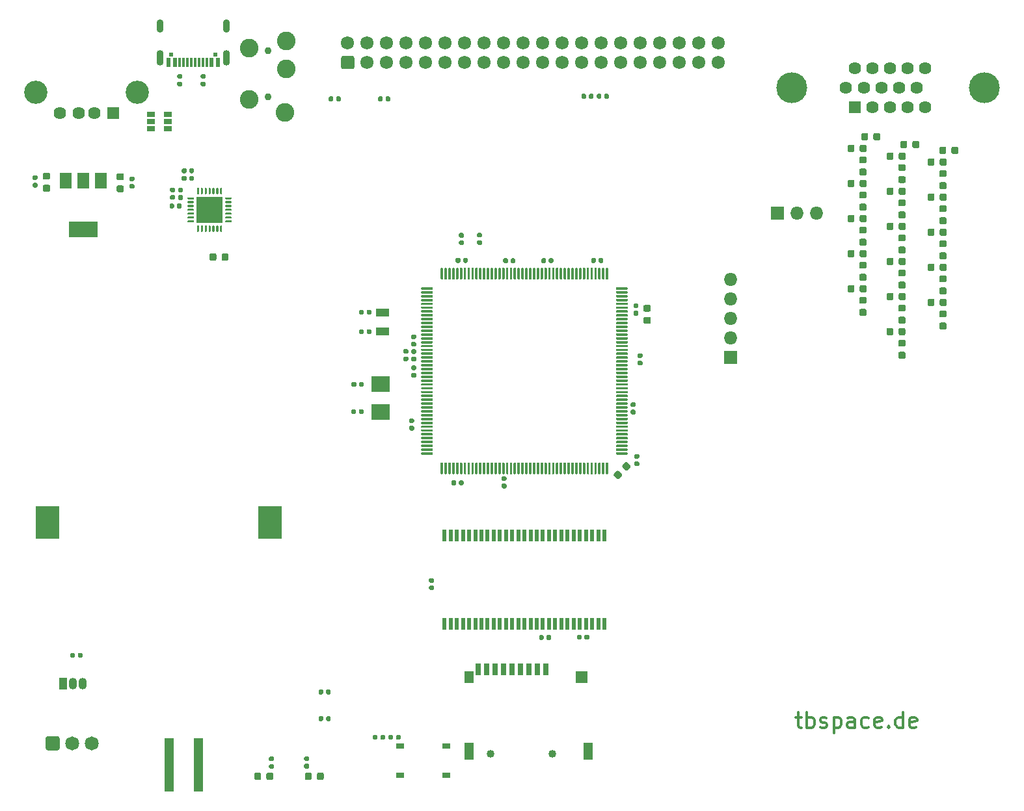
<source format=gts>
%TF.GenerationSoftware,KiCad,Pcbnew,5.1.6*%
%TF.CreationDate,2020-08-11T14:57:00+02:00*%
%TF.ProjectId,CMM2-JLC,434d4d32-2d4a-44c4-932e-6b696361645f,C*%
%TF.SameCoordinates,Original*%
%TF.FileFunction,Soldermask,Top*%
%TF.FilePolarity,Negative*%
%FSLAX46Y46*%
G04 Gerber Fmt 4.6, Leading zero omitted, Abs format (unit mm)*
G04 Created by KiCad (PCBNEW 5.1.6) date 2020-08-11 14:57:00*
%MOMM*%
%LPD*%
G01*
G04 APERTURE LIST*
%ADD10C,0.375000*%
%ADD11C,1.620000*%
%ADD12C,4.020000*%
%ADD13R,1.620000X1.620000*%
%ADD14R,0.620000X1.180000*%
%ADD15C,0.620000*%
%ADD16R,0.320000X1.180000*%
%ADD17O,0.920000X1.720000*%
%ADD18O,0.920000X2.020000*%
%ADD19C,1.720000*%
%ADD20R,3.020000X4.220000*%
%ADD21R,0.478000X1.530000*%
%ADD22R,1.080000X0.670000*%
%ADD23R,2.420000X2.020000*%
%ADD24R,1.820000X1.020000*%
%ADD25C,1.820000*%
%ADD26R,1.520000X2.020000*%
%ADD27R,3.820000X2.020000*%
%ADD28R,1.070000X1.520000*%
%ADD29O,1.070000X1.520000*%
%ADD30R,3.370000X3.370000*%
%ADD31R,1.020000X0.770000*%
%ADD32O,1.720000X1.720000*%
%ADD33R,1.720000X1.720000*%
%ADD34C,1.020000*%
%ADD35R,0.720000X1.620000*%
%ADD36R,1.220000X2.220000*%
%ADD37R,1.220000X1.520000*%
%ADD38R,1.620000X1.520000*%
%ADD39C,3.020000*%
%ADD40C,2.420000*%
%ADD41C,0.920000*%
%ADD42R,1.290000X7.020000*%
G04 APERTURE END LIST*
D10*
X121317142Y-112214571D02*
X122091238Y-112214571D01*
X121607428Y-111537238D02*
X121607428Y-113278952D01*
X121704190Y-113472476D01*
X121897714Y-113569238D01*
X122091238Y-113569238D01*
X122768571Y-113569238D02*
X122768571Y-111537238D01*
X122768571Y-112311333D02*
X122962095Y-112214571D01*
X123349142Y-112214571D01*
X123542666Y-112311333D01*
X123639428Y-112408095D01*
X123736190Y-112601619D01*
X123736190Y-113182190D01*
X123639428Y-113375714D01*
X123542666Y-113472476D01*
X123349142Y-113569238D01*
X122962095Y-113569238D01*
X122768571Y-113472476D01*
X124510285Y-113472476D02*
X124703809Y-113569238D01*
X125090857Y-113569238D01*
X125284380Y-113472476D01*
X125381142Y-113278952D01*
X125381142Y-113182190D01*
X125284380Y-112988666D01*
X125090857Y-112891904D01*
X124800571Y-112891904D01*
X124607047Y-112795142D01*
X124510285Y-112601619D01*
X124510285Y-112504857D01*
X124607047Y-112311333D01*
X124800571Y-112214571D01*
X125090857Y-112214571D01*
X125284380Y-112311333D01*
X126252000Y-112214571D02*
X126252000Y-114246571D01*
X126252000Y-112311333D02*
X126445523Y-112214571D01*
X126832571Y-112214571D01*
X127026095Y-112311333D01*
X127122857Y-112408095D01*
X127219619Y-112601619D01*
X127219619Y-113182190D01*
X127122857Y-113375714D01*
X127026095Y-113472476D01*
X126832571Y-113569238D01*
X126445523Y-113569238D01*
X126252000Y-113472476D01*
X128961333Y-113569238D02*
X128961333Y-112504857D01*
X128864571Y-112311333D01*
X128671047Y-112214571D01*
X128284000Y-112214571D01*
X128090476Y-112311333D01*
X128961333Y-113472476D02*
X128767809Y-113569238D01*
X128284000Y-113569238D01*
X128090476Y-113472476D01*
X127993714Y-113278952D01*
X127993714Y-113085428D01*
X128090476Y-112891904D01*
X128284000Y-112795142D01*
X128767809Y-112795142D01*
X128961333Y-112698380D01*
X130799809Y-113472476D02*
X130606285Y-113569238D01*
X130219238Y-113569238D01*
X130025714Y-113472476D01*
X129928952Y-113375714D01*
X129832190Y-113182190D01*
X129832190Y-112601619D01*
X129928952Y-112408095D01*
X130025714Y-112311333D01*
X130219238Y-112214571D01*
X130606285Y-112214571D01*
X130799809Y-112311333D01*
X132444761Y-113472476D02*
X132251238Y-113569238D01*
X131864190Y-113569238D01*
X131670666Y-113472476D01*
X131573904Y-113278952D01*
X131573904Y-112504857D01*
X131670666Y-112311333D01*
X131864190Y-112214571D01*
X132251238Y-112214571D01*
X132444761Y-112311333D01*
X132541523Y-112504857D01*
X132541523Y-112698380D01*
X131573904Y-112891904D01*
X133412380Y-113375714D02*
X133509142Y-113472476D01*
X133412380Y-113569238D01*
X133315619Y-113472476D01*
X133412380Y-113375714D01*
X133412380Y-113569238D01*
X135250857Y-113569238D02*
X135250857Y-111537238D01*
X135250857Y-113472476D02*
X135057333Y-113569238D01*
X134670285Y-113569238D01*
X134476761Y-113472476D01*
X134380000Y-113375714D01*
X134283238Y-113182190D01*
X134283238Y-112601619D01*
X134380000Y-112408095D01*
X134476761Y-112311333D01*
X134670285Y-112214571D01*
X135057333Y-112214571D01*
X135250857Y-112311333D01*
X136992571Y-113472476D02*
X136799047Y-113569238D01*
X136412000Y-113569238D01*
X136218476Y-113472476D01*
X136121714Y-113278952D01*
X136121714Y-112504857D01*
X136218476Y-112311333D01*
X136412000Y-112214571D01*
X136799047Y-112214571D01*
X136992571Y-112311333D01*
X137089333Y-112504857D01*
X137089333Y-112698380D01*
X136121714Y-112891904D01*
D11*
%TO.C,J2*%
X132435000Y-30210000D03*
X133580000Y-27670000D03*
X135870000Y-27670000D03*
X138160000Y-27670000D03*
X134725000Y-30210000D03*
D12*
X145815000Y-30210000D03*
X120815000Y-30210000D03*
D11*
X137015000Y-30210000D03*
X129000000Y-27670000D03*
X131290000Y-27670000D03*
X135870000Y-32750000D03*
X133580000Y-32750000D03*
X131290000Y-32750000D03*
X130145000Y-30210000D03*
D13*
X129000000Y-32750000D03*
D11*
X127855000Y-30210000D03*
X138160000Y-32750000D03*
%TD*%
D14*
%TO.C,J4*%
X39700000Y-26910000D03*
X40500000Y-26910000D03*
X39700000Y-26910000D03*
X40500000Y-26910000D03*
X46100000Y-26910000D03*
X46100000Y-26910000D03*
X45300000Y-26910000D03*
X45300000Y-26910000D03*
D15*
X45790000Y-25850000D03*
X40010000Y-25850000D03*
D16*
X41150000Y-26910000D03*
X42150000Y-26910000D03*
X41650000Y-26910000D03*
X44150000Y-26910000D03*
X44650000Y-26910000D03*
X42650000Y-26910000D03*
X43150000Y-26910000D03*
X43650000Y-26910000D03*
D17*
X38580000Y-22160000D03*
X47220000Y-22160000D03*
D18*
X38580000Y-26330000D03*
X47220000Y-26330000D03*
%TD*%
D19*
%TO.C,J3*%
X111260000Y-24360000D03*
X108720000Y-24360000D03*
X106180000Y-24360000D03*
X103640000Y-24360000D03*
X101100000Y-24360000D03*
X98560000Y-24360000D03*
X96020000Y-24360000D03*
X93480000Y-24360000D03*
X90940000Y-24360000D03*
X88400000Y-24360000D03*
X85860000Y-24360000D03*
X83320000Y-24360000D03*
X80780000Y-24360000D03*
X78240000Y-24360000D03*
X75700000Y-24360000D03*
X73160000Y-24360000D03*
X70620000Y-24360000D03*
X68080000Y-24360000D03*
X65540000Y-24360000D03*
X63000000Y-24360000D03*
X111260000Y-26900000D03*
X108720000Y-26900000D03*
X106180000Y-26900000D03*
X103640000Y-26900000D03*
X101100000Y-26900000D03*
X98560000Y-26900000D03*
X96020000Y-26900000D03*
X93480000Y-26900000D03*
X90940000Y-26900000D03*
X88400000Y-26900000D03*
X85860000Y-26900000D03*
X83320000Y-26900000D03*
X80780000Y-26900000D03*
X78240000Y-26900000D03*
X75700000Y-26900000D03*
X73160000Y-26900000D03*
X70620000Y-26900000D03*
X68080000Y-26900000D03*
X65540000Y-26900000D03*
G36*
G01*
X63607059Y-27760000D02*
X62392941Y-27760000D01*
G75*
G02*
X62140000Y-27507059I0J252941D01*
G01*
X62140000Y-26292941D01*
G75*
G02*
X62392941Y-26040000I252941J0D01*
G01*
X63607059Y-26040000D01*
G75*
G02*
X63860000Y-26292941I0J-252941D01*
G01*
X63860000Y-27507059D01*
G75*
G02*
X63607059Y-27760000I-252941J0D01*
G01*
G37*
%TD*%
%TO.C,C37*%
G36*
G01*
X95643500Y-52869800D02*
X95643500Y-52514800D01*
G75*
G02*
X95796000Y-52362300I152500J0D01*
G01*
X96101000Y-52362300D01*
G75*
G02*
X96253500Y-52514800I0J-152500D01*
G01*
X96253500Y-52869800D01*
G75*
G02*
X96101000Y-53022300I-152500J0D01*
G01*
X95796000Y-53022300D01*
G75*
G02*
X95643500Y-52869800I0J152500D01*
G01*
G37*
G36*
G01*
X94673500Y-52869800D02*
X94673500Y-52514800D01*
G75*
G02*
X94826000Y-52362300I152500J0D01*
G01*
X95131000Y-52362300D01*
G75*
G02*
X95283500Y-52514800I0J-152500D01*
G01*
X95283500Y-52869800D01*
G75*
G02*
X95131000Y-53022300I-152500J0D01*
G01*
X94826000Y-53022300D01*
G75*
G02*
X94673500Y-52869800I0J152500D01*
G01*
G37*
%TD*%
%TO.C,C36*%
G36*
G01*
X71780100Y-66990300D02*
X71425100Y-66990300D01*
G75*
G02*
X71272600Y-66837800I0J152500D01*
G01*
X71272600Y-66532800D01*
G75*
G02*
X71425100Y-66380300I152500J0D01*
G01*
X71780100Y-66380300D01*
G75*
G02*
X71932600Y-66532800I0J-152500D01*
G01*
X71932600Y-66837800D01*
G75*
G02*
X71780100Y-66990300I-152500J0D01*
G01*
G37*
G36*
G01*
X71780100Y-67960300D02*
X71425100Y-67960300D01*
G75*
G02*
X71272600Y-67807800I0J152500D01*
G01*
X71272600Y-67502800D01*
G75*
G02*
X71425100Y-67350300I152500J0D01*
G01*
X71780100Y-67350300D01*
G75*
G02*
X71932600Y-67502800I0J-152500D01*
G01*
X71932600Y-67807800D01*
G75*
G02*
X71780100Y-67960300I-152500J0D01*
G01*
G37*
%TD*%
%TO.C,C35*%
G36*
G01*
X99974700Y-72140600D02*
X100329700Y-72140600D01*
G75*
G02*
X100482200Y-72293100I0J-152500D01*
G01*
X100482200Y-72598100D01*
G75*
G02*
X100329700Y-72750600I-152500J0D01*
G01*
X99974700Y-72750600D01*
G75*
G02*
X99822200Y-72598100I0J152500D01*
G01*
X99822200Y-72293100D01*
G75*
G02*
X99974700Y-72140600I152500J0D01*
G01*
G37*
G36*
G01*
X99974700Y-71170600D02*
X100329700Y-71170600D01*
G75*
G02*
X100482200Y-71323100I0J-152500D01*
G01*
X100482200Y-71628100D01*
G75*
G02*
X100329700Y-71780600I-152500J0D01*
G01*
X99974700Y-71780600D01*
G75*
G02*
X99822200Y-71628100I0J152500D01*
G01*
X99822200Y-71323100D01*
G75*
G02*
X99974700Y-71170600I152500J0D01*
G01*
G37*
%TD*%
%TO.C,C34*%
G36*
G01*
X78018300Y-52857100D02*
X78018300Y-52502100D01*
G75*
G02*
X78170800Y-52349600I152500J0D01*
G01*
X78475800Y-52349600D01*
G75*
G02*
X78628300Y-52502100I0J-152500D01*
G01*
X78628300Y-52857100D01*
G75*
G02*
X78475800Y-53009600I-152500J0D01*
G01*
X78170800Y-53009600D01*
G75*
G02*
X78018300Y-52857100I0J152500D01*
G01*
G37*
G36*
G01*
X77048300Y-52857100D02*
X77048300Y-52502100D01*
G75*
G02*
X77200800Y-52349600I152500J0D01*
G01*
X77505800Y-52349600D01*
G75*
G02*
X77658300Y-52502100I0J-152500D01*
G01*
X77658300Y-52857100D01*
G75*
G02*
X77505800Y-53009600I-152500J0D01*
G01*
X77200800Y-53009600D01*
G75*
G02*
X77048300Y-52857100I0J152500D01*
G01*
G37*
%TD*%
%TO.C,C33*%
G36*
G01*
X100431900Y-78894600D02*
X100786900Y-78894600D01*
G75*
G02*
X100939400Y-79047100I0J-152500D01*
G01*
X100939400Y-79352100D01*
G75*
G02*
X100786900Y-79504600I-152500J0D01*
G01*
X100431900Y-79504600D01*
G75*
G02*
X100279400Y-79352100I0J152500D01*
G01*
X100279400Y-79047100D01*
G75*
G02*
X100431900Y-78894600I152500J0D01*
G01*
G37*
G36*
G01*
X100431900Y-77924600D02*
X100786900Y-77924600D01*
G75*
G02*
X100939400Y-78077100I0J-152500D01*
G01*
X100939400Y-78382100D01*
G75*
G02*
X100786900Y-78534600I-152500J0D01*
G01*
X100431900Y-78534600D01*
G75*
G02*
X100279400Y-78382100I0J152500D01*
G01*
X100279400Y-78077100D01*
G75*
G02*
X100431900Y-77924600I152500J0D01*
G01*
G37*
%TD*%
%TO.C,C32*%
G36*
G01*
X84203200Y-52920600D02*
X84203200Y-52565600D01*
G75*
G02*
X84355700Y-52413100I152500J0D01*
G01*
X84660700Y-52413100D01*
G75*
G02*
X84813200Y-52565600I0J-152500D01*
G01*
X84813200Y-52920600D01*
G75*
G02*
X84660700Y-53073100I-152500J0D01*
G01*
X84355700Y-53073100D01*
G75*
G02*
X84203200Y-52920600I0J152500D01*
G01*
G37*
G36*
G01*
X83233200Y-52920600D02*
X83233200Y-52565600D01*
G75*
G02*
X83385700Y-52413100I152500J0D01*
G01*
X83690700Y-52413100D01*
G75*
G02*
X83843200Y-52565600I0J-152500D01*
G01*
X83843200Y-52920600D01*
G75*
G02*
X83690700Y-53073100I-152500J0D01*
G01*
X83385700Y-53073100D01*
G75*
G02*
X83233200Y-52920600I0J152500D01*
G01*
G37*
%TD*%
%TO.C,C30*%
G36*
G01*
X77472200Y-81851200D02*
X77472200Y-81496200D01*
G75*
G02*
X77624700Y-81343700I152500J0D01*
G01*
X77929700Y-81343700D01*
G75*
G02*
X78082200Y-81496200I0J-152500D01*
G01*
X78082200Y-81851200D01*
G75*
G02*
X77929700Y-82003700I-152500J0D01*
G01*
X77624700Y-82003700D01*
G75*
G02*
X77472200Y-81851200I0J152500D01*
G01*
G37*
G36*
G01*
X76502200Y-81851200D02*
X76502200Y-81496200D01*
G75*
G02*
X76654700Y-81343700I152500J0D01*
G01*
X76959700Y-81343700D01*
G75*
G02*
X77112200Y-81496200I0J-152500D01*
G01*
X77112200Y-81851200D01*
G75*
G02*
X76959700Y-82003700I-152500J0D01*
G01*
X76654700Y-82003700D01*
G75*
G02*
X76502200Y-81851200I0J152500D01*
G01*
G37*
%TD*%
%TO.C,C29*%
G36*
G01*
X100876400Y-65762800D02*
X101231400Y-65762800D01*
G75*
G02*
X101383900Y-65915300I0J-152500D01*
G01*
X101383900Y-66220300D01*
G75*
G02*
X101231400Y-66372800I-152500J0D01*
G01*
X100876400Y-66372800D01*
G75*
G02*
X100723900Y-66220300I0J152500D01*
G01*
X100723900Y-65915300D01*
G75*
G02*
X100876400Y-65762800I152500J0D01*
G01*
G37*
G36*
G01*
X100876400Y-64792800D02*
X101231400Y-64792800D01*
G75*
G02*
X101383900Y-64945300I0J-152500D01*
G01*
X101383900Y-65250300D01*
G75*
G02*
X101231400Y-65402800I-152500J0D01*
G01*
X100876400Y-65402800D01*
G75*
G02*
X100723900Y-65250300I0J152500D01*
G01*
X100723900Y-64945300D01*
G75*
G02*
X100876400Y-64792800I152500J0D01*
G01*
G37*
%TD*%
%TO.C,C28*%
G36*
G01*
X83514900Y-81419900D02*
X83159900Y-81419900D01*
G75*
G02*
X83007400Y-81267400I0J152500D01*
G01*
X83007400Y-80962400D01*
G75*
G02*
X83159900Y-80809900I152500J0D01*
G01*
X83514900Y-80809900D01*
G75*
G02*
X83667400Y-80962400I0J-152500D01*
G01*
X83667400Y-81267400D01*
G75*
G02*
X83514900Y-81419900I-152500J0D01*
G01*
G37*
G36*
G01*
X83514900Y-82389900D02*
X83159900Y-82389900D01*
G75*
G02*
X83007400Y-82237400I0J152500D01*
G01*
X83007400Y-81932400D01*
G75*
G02*
X83159900Y-81779900I152500J0D01*
G01*
X83514900Y-81779900D01*
G75*
G02*
X83667400Y-81932400I0J-152500D01*
G01*
X83667400Y-82237400D01*
G75*
G02*
X83514900Y-82389900I-152500J0D01*
G01*
G37*
%TD*%
%TO.C,C27*%
G36*
G01*
X71133000Y-74246400D02*
X71488000Y-74246400D01*
G75*
G02*
X71640500Y-74398900I0J-152500D01*
G01*
X71640500Y-74703900D01*
G75*
G02*
X71488000Y-74856400I-152500J0D01*
G01*
X71133000Y-74856400D01*
G75*
G02*
X70980500Y-74703900I0J152500D01*
G01*
X70980500Y-74398900D01*
G75*
G02*
X71133000Y-74246400I152500J0D01*
G01*
G37*
G36*
G01*
X71133000Y-73276400D02*
X71488000Y-73276400D01*
G75*
G02*
X71640500Y-73428900I0J-152500D01*
G01*
X71640500Y-73733900D01*
G75*
G02*
X71488000Y-73886400I-152500J0D01*
G01*
X71133000Y-73886400D01*
G75*
G02*
X70980500Y-73733900I0J152500D01*
G01*
X70980500Y-73428900D01*
G75*
G02*
X71133000Y-73276400I152500J0D01*
G01*
G37*
%TD*%
%TO.C,C26*%
G36*
G01*
X100330300Y-59260400D02*
X100685300Y-59260400D01*
G75*
G02*
X100837800Y-59412900I0J-152500D01*
G01*
X100837800Y-59717900D01*
G75*
G02*
X100685300Y-59870400I-152500J0D01*
G01*
X100330300Y-59870400D01*
G75*
G02*
X100177800Y-59717900I0J152500D01*
G01*
X100177800Y-59412900D01*
G75*
G02*
X100330300Y-59260400I152500J0D01*
G01*
G37*
G36*
G01*
X100330300Y-58290400D02*
X100685300Y-58290400D01*
G75*
G02*
X100837800Y-58442900I0J-152500D01*
G01*
X100837800Y-58747900D01*
G75*
G02*
X100685300Y-58900400I-152500J0D01*
G01*
X100330300Y-58900400D01*
G75*
G02*
X100177800Y-58747900I0J152500D01*
G01*
X100177800Y-58442900D01*
G75*
G02*
X100330300Y-58290400I152500J0D01*
G01*
G37*
%TD*%
%TO.C,C25*%
G36*
G01*
X71754700Y-62939000D02*
X71399700Y-62939000D01*
G75*
G02*
X71247200Y-62786500I0J152500D01*
G01*
X71247200Y-62481500D01*
G75*
G02*
X71399700Y-62329000I152500J0D01*
G01*
X71754700Y-62329000D01*
G75*
G02*
X71907200Y-62481500I0J-152500D01*
G01*
X71907200Y-62786500D01*
G75*
G02*
X71754700Y-62939000I-152500J0D01*
G01*
G37*
G36*
G01*
X71754700Y-63909000D02*
X71399700Y-63909000D01*
G75*
G02*
X71247200Y-63756500I0J152500D01*
G01*
X71247200Y-63451500D01*
G75*
G02*
X71399700Y-63299000I152500J0D01*
G01*
X71754700Y-63299000D01*
G75*
G02*
X71907200Y-63451500I0J-152500D01*
G01*
X71907200Y-63756500D01*
G75*
G02*
X71754700Y-63909000I-152500J0D01*
G01*
G37*
%TD*%
%TO.C,C24*%
G36*
G01*
X89156200Y-52907900D02*
X89156200Y-52552900D01*
G75*
G02*
X89308700Y-52400400I152500J0D01*
G01*
X89613700Y-52400400D01*
G75*
G02*
X89766200Y-52552900I0J-152500D01*
G01*
X89766200Y-52907900D01*
G75*
G02*
X89613700Y-53060400I-152500J0D01*
G01*
X89308700Y-53060400D01*
G75*
G02*
X89156200Y-52907900I0J152500D01*
G01*
G37*
G36*
G01*
X88186200Y-52907900D02*
X88186200Y-52552900D01*
G75*
G02*
X88338700Y-52400400I152500J0D01*
G01*
X88643700Y-52400400D01*
G75*
G02*
X88796200Y-52552900I0J-152500D01*
G01*
X88796200Y-52907900D01*
G75*
G02*
X88643700Y-53060400I-152500J0D01*
G01*
X88338700Y-53060400D01*
G75*
G02*
X88186200Y-52907900I0J152500D01*
G01*
G37*
%TD*%
D20*
%TO.C,BT1*%
X52900000Y-86800000D03*
X23900000Y-86800000D03*
%TD*%
D21*
%TO.C,U2*%
X96400000Y-100050000D03*
X95600000Y-100050000D03*
X94800000Y-100050000D03*
X94000000Y-100050000D03*
X93200000Y-100050000D03*
X92400000Y-100050000D03*
X91600000Y-100050000D03*
X90800000Y-100050000D03*
X90000000Y-100050000D03*
X89200000Y-100050000D03*
X88400000Y-100050000D03*
X87600000Y-100050000D03*
X86800000Y-100050000D03*
X86000000Y-100050000D03*
X85200000Y-100050000D03*
X84400000Y-100050000D03*
X83600000Y-100050000D03*
X82800000Y-100050000D03*
X82000000Y-100050000D03*
X81200000Y-100050000D03*
X80400000Y-100050000D03*
X79600000Y-100050000D03*
X78800000Y-100050000D03*
X78000000Y-100050000D03*
X77200000Y-100050000D03*
X76400000Y-100050000D03*
X75600000Y-100050000D03*
X75600000Y-88550000D03*
X76400000Y-88550000D03*
X77200000Y-88550000D03*
X78000000Y-88550000D03*
X78800000Y-88550000D03*
X79600000Y-88550000D03*
X80400000Y-88550000D03*
X81200000Y-88550000D03*
X82000000Y-88550000D03*
X82800000Y-88550000D03*
X83600000Y-88550000D03*
X84400000Y-88550000D03*
X85200000Y-88550000D03*
X86000000Y-88550000D03*
X86800000Y-88550000D03*
X87600000Y-88550000D03*
X88400000Y-88550000D03*
X89200000Y-88550000D03*
X90000000Y-88550000D03*
X90800000Y-88550000D03*
X91600000Y-88550000D03*
X92400000Y-88550000D03*
X93200000Y-88550000D03*
X94000000Y-88550000D03*
X94800000Y-88550000D03*
X95600000Y-88550000D03*
X96400000Y-88550000D03*
%TD*%
D22*
%TO.C,U3*%
X37400000Y-34600000D03*
X37400000Y-35550000D03*
X37400000Y-33650000D03*
X39600000Y-33650000D03*
X39600000Y-34600000D03*
X39600000Y-35550000D03*
%TD*%
D23*
%TO.C,Y2*%
X67310000Y-72462000D03*
X67310000Y-68762000D03*
%TD*%
D24*
%TO.C,Y1*%
X67564000Y-61956000D03*
X67564000Y-59456000D03*
%TD*%
D25*
%TO.C,U7*%
X29680000Y-115600000D03*
X27140000Y-115600000D03*
G36*
G01*
X23690000Y-116258840D02*
X23690000Y-114941160D01*
G75*
G02*
X23941160Y-114690000I251160J0D01*
G01*
X25258840Y-114690000D01*
G75*
G02*
X25510000Y-114941160I0J-251160D01*
G01*
X25510000Y-116258840D01*
G75*
G02*
X25258840Y-116510000I-251160J0D01*
G01*
X23941160Y-116510000D01*
G75*
G02*
X23690000Y-116258840I0J251160D01*
G01*
G37*
%TD*%
D26*
%TO.C,U6*%
X30860600Y-42319200D03*
X26260600Y-42319200D03*
X28560600Y-42319200D03*
D27*
X28560600Y-48619200D03*
%TD*%
D28*
%TO.C,U5*%
X25930000Y-107800000D03*
D29*
X28470000Y-107800000D03*
X27200000Y-107800000D03*
%TD*%
D30*
%TO.C,U4*%
X45021500Y-46101000D03*
G36*
G01*
X47129000Y-44466000D02*
X47814000Y-44466000D01*
G75*
G02*
X47881500Y-44533500I0J-67500D01*
G01*
X47881500Y-44668500D01*
G75*
G02*
X47814000Y-44736000I-67500J0D01*
G01*
X47129000Y-44736000D01*
G75*
G02*
X47061500Y-44668500I0J67500D01*
G01*
X47061500Y-44533500D01*
G75*
G02*
X47129000Y-44466000I67500J0D01*
G01*
G37*
G36*
G01*
X47129000Y-44966000D02*
X47814000Y-44966000D01*
G75*
G02*
X47881500Y-45033500I0J-67500D01*
G01*
X47881500Y-45168500D01*
G75*
G02*
X47814000Y-45236000I-67500J0D01*
G01*
X47129000Y-45236000D01*
G75*
G02*
X47061500Y-45168500I0J67500D01*
G01*
X47061500Y-45033500D01*
G75*
G02*
X47129000Y-44966000I67500J0D01*
G01*
G37*
G36*
G01*
X47129000Y-45466000D02*
X47814000Y-45466000D01*
G75*
G02*
X47881500Y-45533500I0J-67500D01*
G01*
X47881500Y-45668500D01*
G75*
G02*
X47814000Y-45736000I-67500J0D01*
G01*
X47129000Y-45736000D01*
G75*
G02*
X47061500Y-45668500I0J67500D01*
G01*
X47061500Y-45533500D01*
G75*
G02*
X47129000Y-45466000I67500J0D01*
G01*
G37*
G36*
G01*
X47129000Y-45966000D02*
X47814000Y-45966000D01*
G75*
G02*
X47881500Y-46033500I0J-67500D01*
G01*
X47881500Y-46168500D01*
G75*
G02*
X47814000Y-46236000I-67500J0D01*
G01*
X47129000Y-46236000D01*
G75*
G02*
X47061500Y-46168500I0J67500D01*
G01*
X47061500Y-46033500D01*
G75*
G02*
X47129000Y-45966000I67500J0D01*
G01*
G37*
G36*
G01*
X47129000Y-46466000D02*
X47814000Y-46466000D01*
G75*
G02*
X47881500Y-46533500I0J-67500D01*
G01*
X47881500Y-46668500D01*
G75*
G02*
X47814000Y-46736000I-67500J0D01*
G01*
X47129000Y-46736000D01*
G75*
G02*
X47061500Y-46668500I0J67500D01*
G01*
X47061500Y-46533500D01*
G75*
G02*
X47129000Y-46466000I67500J0D01*
G01*
G37*
G36*
G01*
X47129000Y-46966000D02*
X47814000Y-46966000D01*
G75*
G02*
X47881500Y-47033500I0J-67500D01*
G01*
X47881500Y-47168500D01*
G75*
G02*
X47814000Y-47236000I-67500J0D01*
G01*
X47129000Y-47236000D01*
G75*
G02*
X47061500Y-47168500I0J67500D01*
G01*
X47061500Y-47033500D01*
G75*
G02*
X47129000Y-46966000I67500J0D01*
G01*
G37*
G36*
G01*
X47129000Y-47466000D02*
X47814000Y-47466000D01*
G75*
G02*
X47881500Y-47533500I0J-67500D01*
G01*
X47881500Y-47668500D01*
G75*
G02*
X47814000Y-47736000I-67500J0D01*
G01*
X47129000Y-47736000D01*
G75*
G02*
X47061500Y-47668500I0J67500D01*
G01*
X47061500Y-47533500D01*
G75*
G02*
X47129000Y-47466000I67500J0D01*
G01*
G37*
G36*
G01*
X46454000Y-48141000D02*
X46589000Y-48141000D01*
G75*
G02*
X46656500Y-48208500I0J-67500D01*
G01*
X46656500Y-48893500D01*
G75*
G02*
X46589000Y-48961000I-67500J0D01*
G01*
X46454000Y-48961000D01*
G75*
G02*
X46386500Y-48893500I0J67500D01*
G01*
X46386500Y-48208500D01*
G75*
G02*
X46454000Y-48141000I67500J0D01*
G01*
G37*
G36*
G01*
X45954000Y-48141000D02*
X46089000Y-48141000D01*
G75*
G02*
X46156500Y-48208500I0J-67500D01*
G01*
X46156500Y-48893500D01*
G75*
G02*
X46089000Y-48961000I-67500J0D01*
G01*
X45954000Y-48961000D01*
G75*
G02*
X45886500Y-48893500I0J67500D01*
G01*
X45886500Y-48208500D01*
G75*
G02*
X45954000Y-48141000I67500J0D01*
G01*
G37*
G36*
G01*
X45454000Y-48141000D02*
X45589000Y-48141000D01*
G75*
G02*
X45656500Y-48208500I0J-67500D01*
G01*
X45656500Y-48893500D01*
G75*
G02*
X45589000Y-48961000I-67500J0D01*
G01*
X45454000Y-48961000D01*
G75*
G02*
X45386500Y-48893500I0J67500D01*
G01*
X45386500Y-48208500D01*
G75*
G02*
X45454000Y-48141000I67500J0D01*
G01*
G37*
G36*
G01*
X44954000Y-48141000D02*
X45089000Y-48141000D01*
G75*
G02*
X45156500Y-48208500I0J-67500D01*
G01*
X45156500Y-48893500D01*
G75*
G02*
X45089000Y-48961000I-67500J0D01*
G01*
X44954000Y-48961000D01*
G75*
G02*
X44886500Y-48893500I0J67500D01*
G01*
X44886500Y-48208500D01*
G75*
G02*
X44954000Y-48141000I67500J0D01*
G01*
G37*
G36*
G01*
X44454000Y-48141000D02*
X44589000Y-48141000D01*
G75*
G02*
X44656500Y-48208500I0J-67500D01*
G01*
X44656500Y-48893500D01*
G75*
G02*
X44589000Y-48961000I-67500J0D01*
G01*
X44454000Y-48961000D01*
G75*
G02*
X44386500Y-48893500I0J67500D01*
G01*
X44386500Y-48208500D01*
G75*
G02*
X44454000Y-48141000I67500J0D01*
G01*
G37*
G36*
G01*
X43954000Y-48141000D02*
X44089000Y-48141000D01*
G75*
G02*
X44156500Y-48208500I0J-67500D01*
G01*
X44156500Y-48893500D01*
G75*
G02*
X44089000Y-48961000I-67500J0D01*
G01*
X43954000Y-48961000D01*
G75*
G02*
X43886500Y-48893500I0J67500D01*
G01*
X43886500Y-48208500D01*
G75*
G02*
X43954000Y-48141000I67500J0D01*
G01*
G37*
G36*
G01*
X43454000Y-48141000D02*
X43589000Y-48141000D01*
G75*
G02*
X43656500Y-48208500I0J-67500D01*
G01*
X43656500Y-48893500D01*
G75*
G02*
X43589000Y-48961000I-67500J0D01*
G01*
X43454000Y-48961000D01*
G75*
G02*
X43386500Y-48893500I0J67500D01*
G01*
X43386500Y-48208500D01*
G75*
G02*
X43454000Y-48141000I67500J0D01*
G01*
G37*
G36*
G01*
X42229000Y-47466000D02*
X42914000Y-47466000D01*
G75*
G02*
X42981500Y-47533500I0J-67500D01*
G01*
X42981500Y-47668500D01*
G75*
G02*
X42914000Y-47736000I-67500J0D01*
G01*
X42229000Y-47736000D01*
G75*
G02*
X42161500Y-47668500I0J67500D01*
G01*
X42161500Y-47533500D01*
G75*
G02*
X42229000Y-47466000I67500J0D01*
G01*
G37*
G36*
G01*
X42229000Y-46966000D02*
X42914000Y-46966000D01*
G75*
G02*
X42981500Y-47033500I0J-67500D01*
G01*
X42981500Y-47168500D01*
G75*
G02*
X42914000Y-47236000I-67500J0D01*
G01*
X42229000Y-47236000D01*
G75*
G02*
X42161500Y-47168500I0J67500D01*
G01*
X42161500Y-47033500D01*
G75*
G02*
X42229000Y-46966000I67500J0D01*
G01*
G37*
G36*
G01*
X42229000Y-46466000D02*
X42914000Y-46466000D01*
G75*
G02*
X42981500Y-46533500I0J-67500D01*
G01*
X42981500Y-46668500D01*
G75*
G02*
X42914000Y-46736000I-67500J0D01*
G01*
X42229000Y-46736000D01*
G75*
G02*
X42161500Y-46668500I0J67500D01*
G01*
X42161500Y-46533500D01*
G75*
G02*
X42229000Y-46466000I67500J0D01*
G01*
G37*
G36*
G01*
X42229000Y-45966000D02*
X42914000Y-45966000D01*
G75*
G02*
X42981500Y-46033500I0J-67500D01*
G01*
X42981500Y-46168500D01*
G75*
G02*
X42914000Y-46236000I-67500J0D01*
G01*
X42229000Y-46236000D01*
G75*
G02*
X42161500Y-46168500I0J67500D01*
G01*
X42161500Y-46033500D01*
G75*
G02*
X42229000Y-45966000I67500J0D01*
G01*
G37*
G36*
G01*
X42229000Y-45466000D02*
X42914000Y-45466000D01*
G75*
G02*
X42981500Y-45533500I0J-67500D01*
G01*
X42981500Y-45668500D01*
G75*
G02*
X42914000Y-45736000I-67500J0D01*
G01*
X42229000Y-45736000D01*
G75*
G02*
X42161500Y-45668500I0J67500D01*
G01*
X42161500Y-45533500D01*
G75*
G02*
X42229000Y-45466000I67500J0D01*
G01*
G37*
G36*
G01*
X42229000Y-44966000D02*
X42914000Y-44966000D01*
G75*
G02*
X42981500Y-45033500I0J-67500D01*
G01*
X42981500Y-45168500D01*
G75*
G02*
X42914000Y-45236000I-67500J0D01*
G01*
X42229000Y-45236000D01*
G75*
G02*
X42161500Y-45168500I0J67500D01*
G01*
X42161500Y-45033500D01*
G75*
G02*
X42229000Y-44966000I67500J0D01*
G01*
G37*
G36*
G01*
X42229000Y-44466000D02*
X42914000Y-44466000D01*
G75*
G02*
X42981500Y-44533500I0J-67500D01*
G01*
X42981500Y-44668500D01*
G75*
G02*
X42914000Y-44736000I-67500J0D01*
G01*
X42229000Y-44736000D01*
G75*
G02*
X42161500Y-44668500I0J67500D01*
G01*
X42161500Y-44533500D01*
G75*
G02*
X42229000Y-44466000I67500J0D01*
G01*
G37*
G36*
G01*
X43454000Y-43241000D02*
X43589000Y-43241000D01*
G75*
G02*
X43656500Y-43308500I0J-67500D01*
G01*
X43656500Y-43993500D01*
G75*
G02*
X43589000Y-44061000I-67500J0D01*
G01*
X43454000Y-44061000D01*
G75*
G02*
X43386500Y-43993500I0J67500D01*
G01*
X43386500Y-43308500D01*
G75*
G02*
X43454000Y-43241000I67500J0D01*
G01*
G37*
G36*
G01*
X43954000Y-43241000D02*
X44089000Y-43241000D01*
G75*
G02*
X44156500Y-43308500I0J-67500D01*
G01*
X44156500Y-43993500D01*
G75*
G02*
X44089000Y-44061000I-67500J0D01*
G01*
X43954000Y-44061000D01*
G75*
G02*
X43886500Y-43993500I0J67500D01*
G01*
X43886500Y-43308500D01*
G75*
G02*
X43954000Y-43241000I67500J0D01*
G01*
G37*
G36*
G01*
X44454000Y-43241000D02*
X44589000Y-43241000D01*
G75*
G02*
X44656500Y-43308500I0J-67500D01*
G01*
X44656500Y-43993500D01*
G75*
G02*
X44589000Y-44061000I-67500J0D01*
G01*
X44454000Y-44061000D01*
G75*
G02*
X44386500Y-43993500I0J67500D01*
G01*
X44386500Y-43308500D01*
G75*
G02*
X44454000Y-43241000I67500J0D01*
G01*
G37*
G36*
G01*
X44954000Y-43241000D02*
X45089000Y-43241000D01*
G75*
G02*
X45156500Y-43308500I0J-67500D01*
G01*
X45156500Y-43993500D01*
G75*
G02*
X45089000Y-44061000I-67500J0D01*
G01*
X44954000Y-44061000D01*
G75*
G02*
X44886500Y-43993500I0J67500D01*
G01*
X44886500Y-43308500D01*
G75*
G02*
X44954000Y-43241000I67500J0D01*
G01*
G37*
G36*
G01*
X45454000Y-43241000D02*
X45589000Y-43241000D01*
G75*
G02*
X45656500Y-43308500I0J-67500D01*
G01*
X45656500Y-43993500D01*
G75*
G02*
X45589000Y-44061000I-67500J0D01*
G01*
X45454000Y-44061000D01*
G75*
G02*
X45386500Y-43993500I0J67500D01*
G01*
X45386500Y-43308500D01*
G75*
G02*
X45454000Y-43241000I67500J0D01*
G01*
G37*
G36*
G01*
X45954000Y-43241000D02*
X46089000Y-43241000D01*
G75*
G02*
X46156500Y-43308500I0J-67500D01*
G01*
X46156500Y-43993500D01*
G75*
G02*
X46089000Y-44061000I-67500J0D01*
G01*
X45954000Y-44061000D01*
G75*
G02*
X45886500Y-43993500I0J67500D01*
G01*
X45886500Y-43308500D01*
G75*
G02*
X45954000Y-43241000I67500J0D01*
G01*
G37*
G36*
G01*
X46454000Y-43241000D02*
X46589000Y-43241000D01*
G75*
G02*
X46656500Y-43308500I0J-67500D01*
G01*
X46656500Y-43993500D01*
G75*
G02*
X46589000Y-44061000I-67500J0D01*
G01*
X46454000Y-44061000D01*
G75*
G02*
X46386500Y-43993500I0J67500D01*
G01*
X46386500Y-43308500D01*
G75*
G02*
X46454000Y-43241000I67500J0D01*
G01*
G37*
%TD*%
D31*
%TO.C,SW1*%
X75800000Y-119747000D03*
X75800000Y-115997000D03*
X69800000Y-115997000D03*
X69800000Y-119747000D03*
%TD*%
%TO.C,R52*%
G36*
G01*
X79972500Y-50065000D02*
X80327500Y-50065000D01*
G75*
G02*
X80480000Y-50217500I0J-152500D01*
G01*
X80480000Y-50522500D01*
G75*
G02*
X80327500Y-50675000I-152500J0D01*
G01*
X79972500Y-50675000D01*
G75*
G02*
X79820000Y-50522500I0J152500D01*
G01*
X79820000Y-50217500D01*
G75*
G02*
X79972500Y-50065000I152500J0D01*
G01*
G37*
G36*
G01*
X79972500Y-49095000D02*
X80327500Y-49095000D01*
G75*
G02*
X80480000Y-49247500I0J-152500D01*
G01*
X80480000Y-49552500D01*
G75*
G02*
X80327500Y-49705000I-152500J0D01*
G01*
X79972500Y-49705000D01*
G75*
G02*
X79820000Y-49552500I0J152500D01*
G01*
X79820000Y-49247500D01*
G75*
G02*
X79972500Y-49095000I152500J0D01*
G01*
G37*
%TD*%
%TO.C,R51*%
G36*
G01*
X66876000Y-114646500D02*
X66876000Y-115001500D01*
G75*
G02*
X66723500Y-115154000I-152500J0D01*
G01*
X66418500Y-115154000D01*
G75*
G02*
X66266000Y-115001500I0J152500D01*
G01*
X66266000Y-114646500D01*
G75*
G02*
X66418500Y-114494000I152500J0D01*
G01*
X66723500Y-114494000D01*
G75*
G02*
X66876000Y-114646500I0J-152500D01*
G01*
G37*
G36*
G01*
X67846000Y-114646500D02*
X67846000Y-115001500D01*
G75*
G02*
X67693500Y-115154000I-152500J0D01*
G01*
X67388500Y-115154000D01*
G75*
G02*
X67236000Y-115001500I0J152500D01*
G01*
X67236000Y-114646500D01*
G75*
G02*
X67388500Y-114494000I152500J0D01*
G01*
X67693500Y-114494000D01*
G75*
G02*
X67846000Y-114646500I0J-152500D01*
G01*
G37*
%TD*%
%TO.C,R50*%
G36*
G01*
X46590000Y-52511250D02*
X46590000Y-51988750D01*
G75*
G02*
X46813750Y-51765000I223750J0D01*
G01*
X47261250Y-51765000D01*
G75*
G02*
X47485000Y-51988750I0J-223750D01*
G01*
X47485000Y-52511250D01*
G75*
G02*
X47261250Y-52735000I-223750J0D01*
G01*
X46813750Y-52735000D01*
G75*
G02*
X46590000Y-52511250I0J223750D01*
G01*
G37*
G36*
G01*
X45015000Y-52511250D02*
X45015000Y-51988750D01*
G75*
G02*
X45238750Y-51765000I223750J0D01*
G01*
X45686250Y-51765000D01*
G75*
G02*
X45910000Y-51988750I0J-223750D01*
G01*
X45910000Y-52511250D01*
G75*
G02*
X45686250Y-52735000I-223750J0D01*
G01*
X45238750Y-52735000D01*
G75*
G02*
X45015000Y-52511250I0J223750D01*
G01*
G37*
%TD*%
%TO.C,R49*%
G36*
G01*
X27866000Y-104317500D02*
X27866000Y-103962500D01*
G75*
G02*
X28018500Y-103810000I152500J0D01*
G01*
X28323500Y-103810000D01*
G75*
G02*
X28476000Y-103962500I0J-152500D01*
G01*
X28476000Y-104317500D01*
G75*
G02*
X28323500Y-104470000I-152500J0D01*
G01*
X28018500Y-104470000D01*
G75*
G02*
X27866000Y-104317500I0J152500D01*
G01*
G37*
G36*
G01*
X26896000Y-104317500D02*
X26896000Y-103962500D01*
G75*
G02*
X27048500Y-103810000I152500J0D01*
G01*
X27353500Y-103810000D01*
G75*
G02*
X27506000Y-103962500I0J-152500D01*
G01*
X27506000Y-104317500D01*
G75*
G02*
X27353500Y-104470000I-152500J0D01*
G01*
X27048500Y-104470000D01*
G75*
G02*
X26896000Y-104317500I0J152500D01*
G01*
G37*
%TD*%
%TO.C,R48*%
G36*
G01*
X57835500Y-117923000D02*
X57480500Y-117923000D01*
G75*
G02*
X57328000Y-117770500I0J152500D01*
G01*
X57328000Y-117465500D01*
G75*
G02*
X57480500Y-117313000I152500J0D01*
G01*
X57835500Y-117313000D01*
G75*
G02*
X57988000Y-117465500I0J-152500D01*
G01*
X57988000Y-117770500D01*
G75*
G02*
X57835500Y-117923000I-152500J0D01*
G01*
G37*
G36*
G01*
X57835500Y-118893000D02*
X57480500Y-118893000D01*
G75*
G02*
X57328000Y-118740500I0J152500D01*
G01*
X57328000Y-118435500D01*
G75*
G02*
X57480500Y-118283000I152500J0D01*
G01*
X57835500Y-118283000D01*
G75*
G02*
X57988000Y-118435500I0J-152500D01*
G01*
X57988000Y-118740500D01*
G75*
G02*
X57835500Y-118893000I-152500J0D01*
G01*
G37*
%TD*%
%TO.C,R47*%
G36*
G01*
X53263500Y-117946000D02*
X52908500Y-117946000D01*
G75*
G02*
X52756000Y-117793500I0J152500D01*
G01*
X52756000Y-117488500D01*
G75*
G02*
X52908500Y-117336000I152500J0D01*
G01*
X53263500Y-117336000D01*
G75*
G02*
X53416000Y-117488500I0J-152500D01*
G01*
X53416000Y-117793500D01*
G75*
G02*
X53263500Y-117946000I-152500J0D01*
G01*
G37*
G36*
G01*
X53263500Y-118916000D02*
X52908500Y-118916000D01*
G75*
G02*
X52756000Y-118763500I0J152500D01*
G01*
X52756000Y-118458500D01*
G75*
G02*
X52908500Y-118306000I152500J0D01*
G01*
X53263500Y-118306000D01*
G75*
G02*
X53416000Y-118458500I0J-152500D01*
G01*
X53416000Y-118763500D01*
G75*
G02*
X53263500Y-118916000I-152500J0D01*
G01*
G37*
%TD*%
%TO.C,R46*%
G36*
G01*
X40420000Y-45422500D02*
X40420000Y-45777500D01*
G75*
G02*
X40267500Y-45930000I-152500J0D01*
G01*
X39962500Y-45930000D01*
G75*
G02*
X39810000Y-45777500I0J152500D01*
G01*
X39810000Y-45422500D01*
G75*
G02*
X39962500Y-45270000I152500J0D01*
G01*
X40267500Y-45270000D01*
G75*
G02*
X40420000Y-45422500I0J-152500D01*
G01*
G37*
G36*
G01*
X41390000Y-45422500D02*
X41390000Y-45777500D01*
G75*
G02*
X41237500Y-45930000I-152500J0D01*
G01*
X40932500Y-45930000D01*
G75*
G02*
X40780000Y-45777500I0J152500D01*
G01*
X40780000Y-45422500D01*
G75*
G02*
X40932500Y-45270000I152500J0D01*
G01*
X41237500Y-45270000D01*
G75*
G02*
X41390000Y-45422500I0J-152500D01*
G01*
G37*
%TD*%
%TO.C,R45*%
G36*
G01*
X40970500Y-29390000D02*
X41325500Y-29390000D01*
G75*
G02*
X41478000Y-29542500I0J-152500D01*
G01*
X41478000Y-29847500D01*
G75*
G02*
X41325500Y-30000000I-152500J0D01*
G01*
X40970500Y-30000000D01*
G75*
G02*
X40818000Y-29847500I0J152500D01*
G01*
X40818000Y-29542500D01*
G75*
G02*
X40970500Y-29390000I152500J0D01*
G01*
G37*
G36*
G01*
X40970500Y-28420000D02*
X41325500Y-28420000D01*
G75*
G02*
X41478000Y-28572500I0J-152500D01*
G01*
X41478000Y-28877500D01*
G75*
G02*
X41325500Y-29030000I-152500J0D01*
G01*
X40970500Y-29030000D01*
G75*
G02*
X40818000Y-28877500I0J152500D01*
G01*
X40818000Y-28572500D01*
G75*
G02*
X40970500Y-28420000I152500J0D01*
G01*
G37*
%TD*%
%TO.C,R44*%
G36*
G01*
X44373500Y-29030000D02*
X44018500Y-29030000D01*
G75*
G02*
X43866000Y-28877500I0J152500D01*
G01*
X43866000Y-28572500D01*
G75*
G02*
X44018500Y-28420000I152500J0D01*
G01*
X44373500Y-28420000D01*
G75*
G02*
X44526000Y-28572500I0J-152500D01*
G01*
X44526000Y-28877500D01*
G75*
G02*
X44373500Y-29030000I-152500J0D01*
G01*
G37*
G36*
G01*
X44373500Y-30000000D02*
X44018500Y-30000000D01*
G75*
G02*
X43866000Y-29847500I0J152500D01*
G01*
X43866000Y-29542500D01*
G75*
G02*
X44018500Y-29390000I152500J0D01*
G01*
X44373500Y-29390000D01*
G75*
G02*
X44526000Y-29542500I0J-152500D01*
G01*
X44526000Y-29847500D01*
G75*
G02*
X44373500Y-30000000I-152500J0D01*
G01*
G37*
%TD*%
%TO.C,R43*%
G36*
G01*
X71422500Y-65230000D02*
X71777500Y-65230000D01*
G75*
G02*
X71930000Y-65382500I0J-152500D01*
G01*
X71930000Y-65687500D01*
G75*
G02*
X71777500Y-65840000I-152500J0D01*
G01*
X71422500Y-65840000D01*
G75*
G02*
X71270000Y-65687500I0J152500D01*
G01*
X71270000Y-65382500D01*
G75*
G02*
X71422500Y-65230000I152500J0D01*
G01*
G37*
G36*
G01*
X71422500Y-64260000D02*
X71777500Y-64260000D01*
G75*
G02*
X71930000Y-64412500I0J-152500D01*
G01*
X71930000Y-64717500D01*
G75*
G02*
X71777500Y-64870000I-152500J0D01*
G01*
X71422500Y-64870000D01*
G75*
G02*
X71270000Y-64717500I0J152500D01*
G01*
X71270000Y-64412500D01*
G75*
G02*
X71422500Y-64260000I152500J0D01*
G01*
G37*
%TD*%
%TO.C,R42*%
G36*
G01*
X77977500Y-49720000D02*
X77622500Y-49720000D01*
G75*
G02*
X77470000Y-49567500I0J152500D01*
G01*
X77470000Y-49262500D01*
G75*
G02*
X77622500Y-49110000I152500J0D01*
G01*
X77977500Y-49110000D01*
G75*
G02*
X78130000Y-49262500I0J-152500D01*
G01*
X78130000Y-49567500D01*
G75*
G02*
X77977500Y-49720000I-152500J0D01*
G01*
G37*
G36*
G01*
X77977500Y-50690000D02*
X77622500Y-50690000D01*
G75*
G02*
X77470000Y-50537500I0J152500D01*
G01*
X77470000Y-50232500D01*
G75*
G02*
X77622500Y-50080000I152500J0D01*
G01*
X77977500Y-50080000D01*
G75*
G02*
X78130000Y-50232500I0J-152500D01*
G01*
X78130000Y-50537500D01*
G75*
G02*
X77977500Y-50690000I-152500J0D01*
G01*
G37*
%TD*%
%TO.C,R41*%
G36*
G01*
X136484000Y-37853250D02*
X136484000Y-37330750D01*
G75*
G02*
X136707750Y-37107000I223750J0D01*
G01*
X137155250Y-37107000D01*
G75*
G02*
X137379000Y-37330750I0J-223750D01*
G01*
X137379000Y-37853250D01*
G75*
G02*
X137155250Y-38077000I-223750J0D01*
G01*
X136707750Y-38077000D01*
G75*
G02*
X136484000Y-37853250I0J223750D01*
G01*
G37*
G36*
G01*
X134909000Y-37853250D02*
X134909000Y-37330750D01*
G75*
G02*
X135132750Y-37107000I223750J0D01*
G01*
X135580250Y-37107000D01*
G75*
G02*
X135804000Y-37330750I0J-223750D01*
G01*
X135804000Y-37853250D01*
G75*
G02*
X135580250Y-38077000I-223750J0D01*
G01*
X135132750Y-38077000D01*
G75*
G02*
X134909000Y-37853250I0J223750D01*
G01*
G37*
%TD*%
%TO.C,R40*%
G36*
G01*
X134706000Y-39377250D02*
X134706000Y-38854750D01*
G75*
G02*
X134929750Y-38631000I223750J0D01*
G01*
X135377250Y-38631000D01*
G75*
G02*
X135601000Y-38854750I0J-223750D01*
G01*
X135601000Y-39377250D01*
G75*
G02*
X135377250Y-39601000I-223750J0D01*
G01*
X134929750Y-39601000D01*
G75*
G02*
X134706000Y-39377250I0J223750D01*
G01*
G37*
G36*
G01*
X133131000Y-39377250D02*
X133131000Y-38854750D01*
G75*
G02*
X133354750Y-38631000I223750J0D01*
G01*
X133802250Y-38631000D01*
G75*
G02*
X134026000Y-38854750I0J-223750D01*
G01*
X134026000Y-39377250D01*
G75*
G02*
X133802250Y-39601000I-223750J0D01*
G01*
X133354750Y-39601000D01*
G75*
G02*
X133131000Y-39377250I0J223750D01*
G01*
G37*
%TD*%
%TO.C,R39*%
G36*
G01*
X134866750Y-41716499D02*
X135389250Y-41716499D01*
G75*
G02*
X135613000Y-41940249I0J-223750D01*
G01*
X135613000Y-42387749D01*
G75*
G02*
X135389250Y-42611499I-223750J0D01*
G01*
X134866750Y-42611499D01*
G75*
G02*
X134643000Y-42387749I0J223750D01*
G01*
X134643000Y-41940249D01*
G75*
G02*
X134866750Y-41716499I223750J0D01*
G01*
G37*
G36*
G01*
X134866750Y-40141499D02*
X135389250Y-40141499D01*
G75*
G02*
X135613000Y-40365249I0J-223750D01*
G01*
X135613000Y-40812749D01*
G75*
G02*
X135389250Y-41036499I-223750J0D01*
G01*
X134866750Y-41036499D01*
G75*
G02*
X134643000Y-40812749I0J223750D01*
G01*
X134643000Y-40365249D01*
G75*
G02*
X134866750Y-40141499I223750J0D01*
G01*
G37*
%TD*%
%TO.C,R38*%
G36*
G01*
X131404000Y-36837250D02*
X131404000Y-36314750D01*
G75*
G02*
X131627750Y-36091000I223750J0D01*
G01*
X132075250Y-36091000D01*
G75*
G02*
X132299000Y-36314750I0J-223750D01*
G01*
X132299000Y-36837250D01*
G75*
G02*
X132075250Y-37061000I-223750J0D01*
G01*
X131627750Y-37061000D01*
G75*
G02*
X131404000Y-36837250I0J223750D01*
G01*
G37*
G36*
G01*
X129829000Y-36837250D02*
X129829000Y-36314750D01*
G75*
G02*
X130052750Y-36091000I223750J0D01*
G01*
X130500250Y-36091000D01*
G75*
G02*
X130724000Y-36314750I0J-223750D01*
G01*
X130724000Y-36837250D01*
G75*
G02*
X130500250Y-37061000I-223750J0D01*
G01*
X130052750Y-37061000D01*
G75*
G02*
X129829000Y-36837250I0J223750D01*
G01*
G37*
%TD*%
%TO.C,R37*%
G36*
G01*
X129626000Y-38361250D02*
X129626000Y-37838750D01*
G75*
G02*
X129849750Y-37615000I223750J0D01*
G01*
X130297250Y-37615000D01*
G75*
G02*
X130521000Y-37838750I0J-223750D01*
G01*
X130521000Y-38361250D01*
G75*
G02*
X130297250Y-38585000I-223750J0D01*
G01*
X129849750Y-38585000D01*
G75*
G02*
X129626000Y-38361250I0J223750D01*
G01*
G37*
G36*
G01*
X128051000Y-38361250D02*
X128051000Y-37838750D01*
G75*
G02*
X128274750Y-37615000I223750J0D01*
G01*
X128722250Y-37615000D01*
G75*
G02*
X128946000Y-37838750I0J-223750D01*
G01*
X128946000Y-38361250D01*
G75*
G02*
X128722250Y-38585000I-223750J0D01*
G01*
X128274750Y-38585000D01*
G75*
G02*
X128051000Y-38361250I0J223750D01*
G01*
G37*
%TD*%
%TO.C,R36*%
G36*
G01*
X134706000Y-43949250D02*
X134706000Y-43426750D01*
G75*
G02*
X134929750Y-43203000I223750J0D01*
G01*
X135377250Y-43203000D01*
G75*
G02*
X135601000Y-43426750I0J-223750D01*
G01*
X135601000Y-43949250D01*
G75*
G02*
X135377250Y-44173000I-223750J0D01*
G01*
X134929750Y-44173000D01*
G75*
G02*
X134706000Y-43949250I0J223750D01*
G01*
G37*
G36*
G01*
X133131000Y-43949250D02*
X133131000Y-43426750D01*
G75*
G02*
X133354750Y-43203000I223750J0D01*
G01*
X133802250Y-43203000D01*
G75*
G02*
X134026000Y-43426750I0J-223750D01*
G01*
X134026000Y-43949250D01*
G75*
G02*
X133802250Y-44173000I-223750J0D01*
G01*
X133354750Y-44173000D01*
G75*
G02*
X133131000Y-43949250I0J223750D01*
G01*
G37*
%TD*%
%TO.C,R35*%
G36*
G01*
X141564000Y-38615250D02*
X141564000Y-38092750D01*
G75*
G02*
X141787750Y-37869000I223750J0D01*
G01*
X142235250Y-37869000D01*
G75*
G02*
X142459000Y-38092750I0J-223750D01*
G01*
X142459000Y-38615250D01*
G75*
G02*
X142235250Y-38839000I-223750J0D01*
G01*
X141787750Y-38839000D01*
G75*
G02*
X141564000Y-38615250I0J223750D01*
G01*
G37*
G36*
G01*
X139989000Y-38615250D02*
X139989000Y-38092750D01*
G75*
G02*
X140212750Y-37869000I223750J0D01*
G01*
X140660250Y-37869000D01*
G75*
G02*
X140884000Y-38092750I0J-223750D01*
G01*
X140884000Y-38615250D01*
G75*
G02*
X140660250Y-38839000I-223750J0D01*
G01*
X140212750Y-38839000D01*
G75*
G02*
X139989000Y-38615250I0J223750D01*
G01*
G37*
%TD*%
%TO.C,R34*%
G36*
G01*
X140040000Y-40139250D02*
X140040000Y-39616750D01*
G75*
G02*
X140263750Y-39393000I223750J0D01*
G01*
X140711250Y-39393000D01*
G75*
G02*
X140935000Y-39616750I0J-223750D01*
G01*
X140935000Y-40139250D01*
G75*
G02*
X140711250Y-40363000I-223750J0D01*
G01*
X140263750Y-40363000D01*
G75*
G02*
X140040000Y-40139250I0J223750D01*
G01*
G37*
G36*
G01*
X138465000Y-40139250D02*
X138465000Y-39616750D01*
G75*
G02*
X138688750Y-39393000I223750J0D01*
G01*
X139136250Y-39393000D01*
G75*
G02*
X139360000Y-39616750I0J-223750D01*
G01*
X139360000Y-40139250D01*
G75*
G02*
X139136250Y-40363000I-223750J0D01*
G01*
X138688750Y-40363000D01*
G75*
G02*
X138465000Y-40139250I0J223750D01*
G01*
G37*
%TD*%
%TO.C,R33*%
G36*
G01*
X129786750Y-40726000D02*
X130309250Y-40726000D01*
G75*
G02*
X130533000Y-40949750I0J-223750D01*
G01*
X130533000Y-41397250D01*
G75*
G02*
X130309250Y-41621000I-223750J0D01*
G01*
X129786750Y-41621000D01*
G75*
G02*
X129563000Y-41397250I0J223750D01*
G01*
X129563000Y-40949750D01*
G75*
G02*
X129786750Y-40726000I223750J0D01*
G01*
G37*
G36*
G01*
X129786750Y-39151000D02*
X130309250Y-39151000D01*
G75*
G02*
X130533000Y-39374750I0J-223750D01*
G01*
X130533000Y-39822250D01*
G75*
G02*
X130309250Y-40046000I-223750J0D01*
G01*
X129786750Y-40046000D01*
G75*
G02*
X129563000Y-39822250I0J223750D01*
G01*
X129563000Y-39374750D01*
G75*
G02*
X129786750Y-39151000I223750J0D01*
G01*
G37*
%TD*%
%TO.C,R32*%
G36*
G01*
X134866750Y-46314000D02*
X135389250Y-46314000D01*
G75*
G02*
X135613000Y-46537750I0J-223750D01*
G01*
X135613000Y-46985250D01*
G75*
G02*
X135389250Y-47209000I-223750J0D01*
G01*
X134866750Y-47209000D01*
G75*
G02*
X134643000Y-46985250I0J223750D01*
G01*
X134643000Y-46537750D01*
G75*
G02*
X134866750Y-46314000I223750J0D01*
G01*
G37*
G36*
G01*
X134866750Y-44739000D02*
X135389250Y-44739000D01*
G75*
G02*
X135613000Y-44962750I0J-223750D01*
G01*
X135613000Y-45410250D01*
G75*
G02*
X135389250Y-45634000I-223750J0D01*
G01*
X134866750Y-45634000D01*
G75*
G02*
X134643000Y-45410250I0J223750D01*
G01*
X134643000Y-44962750D01*
G75*
G02*
X134866750Y-44739000I223750J0D01*
G01*
G37*
%TD*%
%TO.C,R31*%
G36*
G01*
X140200750Y-42504000D02*
X140723250Y-42504000D01*
G75*
G02*
X140947000Y-42727750I0J-223750D01*
G01*
X140947000Y-43175250D01*
G75*
G02*
X140723250Y-43399000I-223750J0D01*
G01*
X140200750Y-43399000D01*
G75*
G02*
X139977000Y-43175250I0J223750D01*
G01*
X139977000Y-42727750D01*
G75*
G02*
X140200750Y-42504000I223750J0D01*
G01*
G37*
G36*
G01*
X140200750Y-40929000D02*
X140723250Y-40929000D01*
G75*
G02*
X140947000Y-41152750I0J-223750D01*
G01*
X140947000Y-41600250D01*
G75*
G02*
X140723250Y-41824000I-223750J0D01*
G01*
X140200750Y-41824000D01*
G75*
G02*
X139977000Y-41600250I0J223750D01*
G01*
X139977000Y-41152750D01*
G75*
G02*
X140200750Y-40929000I223750J0D01*
G01*
G37*
%TD*%
%TO.C,R30*%
G36*
G01*
X129626000Y-42933250D02*
X129626000Y-42410750D01*
G75*
G02*
X129849750Y-42187000I223750J0D01*
G01*
X130297250Y-42187000D01*
G75*
G02*
X130521000Y-42410750I0J-223750D01*
G01*
X130521000Y-42933250D01*
G75*
G02*
X130297250Y-43157000I-223750J0D01*
G01*
X129849750Y-43157000D01*
G75*
G02*
X129626000Y-42933250I0J223750D01*
G01*
G37*
G36*
G01*
X128051000Y-42933250D02*
X128051000Y-42410750D01*
G75*
G02*
X128274750Y-42187000I223750J0D01*
G01*
X128722250Y-42187000D01*
G75*
G02*
X128946000Y-42410750I0J-223750D01*
G01*
X128946000Y-42933250D01*
G75*
G02*
X128722250Y-43157000I-223750J0D01*
G01*
X128274750Y-43157000D01*
G75*
G02*
X128051000Y-42933250I0J223750D01*
G01*
G37*
%TD*%
%TO.C,R29*%
G36*
G01*
X134706000Y-48521250D02*
X134706000Y-47998750D01*
G75*
G02*
X134929750Y-47775000I223750J0D01*
G01*
X135377250Y-47775000D01*
G75*
G02*
X135601000Y-47998750I0J-223750D01*
G01*
X135601000Y-48521250D01*
G75*
G02*
X135377250Y-48745000I-223750J0D01*
G01*
X134929750Y-48745000D01*
G75*
G02*
X134706000Y-48521250I0J223750D01*
G01*
G37*
G36*
G01*
X133131000Y-48521250D02*
X133131000Y-47998750D01*
G75*
G02*
X133354750Y-47775000I223750J0D01*
G01*
X133802250Y-47775000D01*
G75*
G02*
X134026000Y-47998750I0J-223750D01*
G01*
X134026000Y-48521250D01*
G75*
G02*
X133802250Y-48745000I-223750J0D01*
G01*
X133354750Y-48745000D01*
G75*
G02*
X133131000Y-48521250I0J223750D01*
G01*
G37*
%TD*%
%TO.C,R28*%
G36*
G01*
X140040000Y-44711250D02*
X140040000Y-44188750D01*
G75*
G02*
X140263750Y-43965000I223750J0D01*
G01*
X140711250Y-43965000D01*
G75*
G02*
X140935000Y-44188750I0J-223750D01*
G01*
X140935000Y-44711250D01*
G75*
G02*
X140711250Y-44935000I-223750J0D01*
G01*
X140263750Y-44935000D01*
G75*
G02*
X140040000Y-44711250I0J223750D01*
G01*
G37*
G36*
G01*
X138465000Y-44711250D02*
X138465000Y-44188750D01*
G75*
G02*
X138688750Y-43965000I223750J0D01*
G01*
X139136250Y-43965000D01*
G75*
G02*
X139360000Y-44188750I0J-223750D01*
G01*
X139360000Y-44711250D01*
G75*
G02*
X139136250Y-44935000I-223750J0D01*
G01*
X138688750Y-44935000D01*
G75*
G02*
X138465000Y-44711250I0J223750D01*
G01*
G37*
%TD*%
%TO.C,R27*%
G36*
G01*
X129786750Y-45298000D02*
X130309250Y-45298000D01*
G75*
G02*
X130533000Y-45521750I0J-223750D01*
G01*
X130533000Y-45969250D01*
G75*
G02*
X130309250Y-46193000I-223750J0D01*
G01*
X129786750Y-46193000D01*
G75*
G02*
X129563000Y-45969250I0J223750D01*
G01*
X129563000Y-45521750D01*
G75*
G02*
X129786750Y-45298000I223750J0D01*
G01*
G37*
G36*
G01*
X129786750Y-43723000D02*
X130309250Y-43723000D01*
G75*
G02*
X130533000Y-43946750I0J-223750D01*
G01*
X130533000Y-44394250D01*
G75*
G02*
X130309250Y-44618000I-223750J0D01*
G01*
X129786750Y-44618000D01*
G75*
G02*
X129563000Y-44394250I0J223750D01*
G01*
X129563000Y-43946750D01*
G75*
G02*
X129786750Y-43723000I223750J0D01*
G01*
G37*
%TD*%
%TO.C,R26*%
G36*
G01*
X134866750Y-50886000D02*
X135389250Y-50886000D01*
G75*
G02*
X135613000Y-51109750I0J-223750D01*
G01*
X135613000Y-51557250D01*
G75*
G02*
X135389250Y-51781000I-223750J0D01*
G01*
X134866750Y-51781000D01*
G75*
G02*
X134643000Y-51557250I0J223750D01*
G01*
X134643000Y-51109750D01*
G75*
G02*
X134866750Y-50886000I223750J0D01*
G01*
G37*
G36*
G01*
X134866750Y-49311000D02*
X135389250Y-49311000D01*
G75*
G02*
X135613000Y-49534750I0J-223750D01*
G01*
X135613000Y-49982250D01*
G75*
G02*
X135389250Y-50206000I-223750J0D01*
G01*
X134866750Y-50206000D01*
G75*
G02*
X134643000Y-49982250I0J223750D01*
G01*
X134643000Y-49534750D01*
G75*
G02*
X134866750Y-49311000I223750J0D01*
G01*
G37*
%TD*%
%TO.C,R25*%
G36*
G01*
X140200750Y-47076000D02*
X140723250Y-47076000D01*
G75*
G02*
X140947000Y-47299750I0J-223750D01*
G01*
X140947000Y-47747250D01*
G75*
G02*
X140723250Y-47971000I-223750J0D01*
G01*
X140200750Y-47971000D01*
G75*
G02*
X139977000Y-47747250I0J223750D01*
G01*
X139977000Y-47299750D01*
G75*
G02*
X140200750Y-47076000I223750J0D01*
G01*
G37*
G36*
G01*
X140200750Y-45501000D02*
X140723250Y-45501000D01*
G75*
G02*
X140947000Y-45724750I0J-223750D01*
G01*
X140947000Y-46172250D01*
G75*
G02*
X140723250Y-46396000I-223750J0D01*
G01*
X140200750Y-46396000D01*
G75*
G02*
X139977000Y-46172250I0J223750D01*
G01*
X139977000Y-45724750D01*
G75*
G02*
X140200750Y-45501000I223750J0D01*
G01*
G37*
%TD*%
%TO.C,R24*%
G36*
G01*
X129626000Y-47505250D02*
X129626000Y-46982750D01*
G75*
G02*
X129849750Y-46759000I223750J0D01*
G01*
X130297250Y-46759000D01*
G75*
G02*
X130521000Y-46982750I0J-223750D01*
G01*
X130521000Y-47505250D01*
G75*
G02*
X130297250Y-47729000I-223750J0D01*
G01*
X129849750Y-47729000D01*
G75*
G02*
X129626000Y-47505250I0J223750D01*
G01*
G37*
G36*
G01*
X128051000Y-47505250D02*
X128051000Y-46982750D01*
G75*
G02*
X128274750Y-46759000I223750J0D01*
G01*
X128722250Y-46759000D01*
G75*
G02*
X128946000Y-46982750I0J-223750D01*
G01*
X128946000Y-47505250D01*
G75*
G02*
X128722250Y-47729000I-223750J0D01*
G01*
X128274750Y-47729000D01*
G75*
G02*
X128051000Y-47505250I0J223750D01*
G01*
G37*
%TD*%
%TO.C,R23*%
G36*
G01*
X134706000Y-53093250D02*
X134706000Y-52570750D01*
G75*
G02*
X134929750Y-52347000I223750J0D01*
G01*
X135377250Y-52347000D01*
G75*
G02*
X135601000Y-52570750I0J-223750D01*
G01*
X135601000Y-53093250D01*
G75*
G02*
X135377250Y-53317000I-223750J0D01*
G01*
X134929750Y-53317000D01*
G75*
G02*
X134706000Y-53093250I0J223750D01*
G01*
G37*
G36*
G01*
X133131000Y-53093250D02*
X133131000Y-52570750D01*
G75*
G02*
X133354750Y-52347000I223750J0D01*
G01*
X133802250Y-52347000D01*
G75*
G02*
X134026000Y-52570750I0J-223750D01*
G01*
X134026000Y-53093250D01*
G75*
G02*
X133802250Y-53317000I-223750J0D01*
G01*
X133354750Y-53317000D01*
G75*
G02*
X133131000Y-53093250I0J223750D01*
G01*
G37*
%TD*%
%TO.C,R22*%
G36*
G01*
X140040000Y-49283250D02*
X140040000Y-48760750D01*
G75*
G02*
X140263750Y-48537000I223750J0D01*
G01*
X140711250Y-48537000D01*
G75*
G02*
X140935000Y-48760750I0J-223750D01*
G01*
X140935000Y-49283250D01*
G75*
G02*
X140711250Y-49507000I-223750J0D01*
G01*
X140263750Y-49507000D01*
G75*
G02*
X140040000Y-49283250I0J223750D01*
G01*
G37*
G36*
G01*
X138465000Y-49283250D02*
X138465000Y-48760750D01*
G75*
G02*
X138688750Y-48537000I223750J0D01*
G01*
X139136250Y-48537000D01*
G75*
G02*
X139360000Y-48760750I0J-223750D01*
G01*
X139360000Y-49283250D01*
G75*
G02*
X139136250Y-49507000I-223750J0D01*
G01*
X138688750Y-49507000D01*
G75*
G02*
X138465000Y-49283250I0J223750D01*
G01*
G37*
%TD*%
%TO.C,R21*%
G36*
G01*
X129786750Y-49870000D02*
X130309250Y-49870000D01*
G75*
G02*
X130533000Y-50093750I0J-223750D01*
G01*
X130533000Y-50541250D01*
G75*
G02*
X130309250Y-50765000I-223750J0D01*
G01*
X129786750Y-50765000D01*
G75*
G02*
X129563000Y-50541250I0J223750D01*
G01*
X129563000Y-50093750D01*
G75*
G02*
X129786750Y-49870000I223750J0D01*
G01*
G37*
G36*
G01*
X129786750Y-48295000D02*
X130309250Y-48295000D01*
G75*
G02*
X130533000Y-48518750I0J-223750D01*
G01*
X130533000Y-48966250D01*
G75*
G02*
X130309250Y-49190000I-223750J0D01*
G01*
X129786750Y-49190000D01*
G75*
G02*
X129563000Y-48966250I0J223750D01*
G01*
X129563000Y-48518750D01*
G75*
G02*
X129786750Y-48295000I223750J0D01*
G01*
G37*
%TD*%
%TO.C,R20*%
G36*
G01*
X134866750Y-55458000D02*
X135389250Y-55458000D01*
G75*
G02*
X135613000Y-55681750I0J-223750D01*
G01*
X135613000Y-56129250D01*
G75*
G02*
X135389250Y-56353000I-223750J0D01*
G01*
X134866750Y-56353000D01*
G75*
G02*
X134643000Y-56129250I0J223750D01*
G01*
X134643000Y-55681750D01*
G75*
G02*
X134866750Y-55458000I223750J0D01*
G01*
G37*
G36*
G01*
X134866750Y-53883000D02*
X135389250Y-53883000D01*
G75*
G02*
X135613000Y-54106750I0J-223750D01*
G01*
X135613000Y-54554250D01*
G75*
G02*
X135389250Y-54778000I-223750J0D01*
G01*
X134866750Y-54778000D01*
G75*
G02*
X134643000Y-54554250I0J223750D01*
G01*
X134643000Y-54106750D01*
G75*
G02*
X134866750Y-53883000I223750J0D01*
G01*
G37*
%TD*%
%TO.C,R19*%
G36*
G01*
X140200750Y-51648000D02*
X140723250Y-51648000D01*
G75*
G02*
X140947000Y-51871750I0J-223750D01*
G01*
X140947000Y-52319250D01*
G75*
G02*
X140723250Y-52543000I-223750J0D01*
G01*
X140200750Y-52543000D01*
G75*
G02*
X139977000Y-52319250I0J223750D01*
G01*
X139977000Y-51871750D01*
G75*
G02*
X140200750Y-51648000I223750J0D01*
G01*
G37*
G36*
G01*
X140200750Y-50073000D02*
X140723250Y-50073000D01*
G75*
G02*
X140947000Y-50296750I0J-223750D01*
G01*
X140947000Y-50744250D01*
G75*
G02*
X140723250Y-50968000I-223750J0D01*
G01*
X140200750Y-50968000D01*
G75*
G02*
X139977000Y-50744250I0J223750D01*
G01*
X139977000Y-50296750D01*
G75*
G02*
X140200750Y-50073000I223750J0D01*
G01*
G37*
%TD*%
%TO.C,R18*%
G36*
G01*
X129626000Y-52077250D02*
X129626000Y-51554750D01*
G75*
G02*
X129849750Y-51331000I223750J0D01*
G01*
X130297250Y-51331000D01*
G75*
G02*
X130521000Y-51554750I0J-223750D01*
G01*
X130521000Y-52077250D01*
G75*
G02*
X130297250Y-52301000I-223750J0D01*
G01*
X129849750Y-52301000D01*
G75*
G02*
X129626000Y-52077250I0J223750D01*
G01*
G37*
G36*
G01*
X128051000Y-52077250D02*
X128051000Y-51554750D01*
G75*
G02*
X128274750Y-51331000I223750J0D01*
G01*
X128722250Y-51331000D01*
G75*
G02*
X128946000Y-51554750I0J-223750D01*
G01*
X128946000Y-52077250D01*
G75*
G02*
X128722250Y-52301000I-223750J0D01*
G01*
X128274750Y-52301000D01*
G75*
G02*
X128051000Y-52077250I0J223750D01*
G01*
G37*
%TD*%
%TO.C,R17*%
G36*
G01*
X134706000Y-57665250D02*
X134706000Y-57142750D01*
G75*
G02*
X134929750Y-56919000I223750J0D01*
G01*
X135377250Y-56919000D01*
G75*
G02*
X135601000Y-57142750I0J-223750D01*
G01*
X135601000Y-57665250D01*
G75*
G02*
X135377250Y-57889000I-223750J0D01*
G01*
X134929750Y-57889000D01*
G75*
G02*
X134706000Y-57665250I0J223750D01*
G01*
G37*
G36*
G01*
X133131000Y-57665250D02*
X133131000Y-57142750D01*
G75*
G02*
X133354750Y-56919000I223750J0D01*
G01*
X133802250Y-56919000D01*
G75*
G02*
X134026000Y-57142750I0J-223750D01*
G01*
X134026000Y-57665250D01*
G75*
G02*
X133802250Y-57889000I-223750J0D01*
G01*
X133354750Y-57889000D01*
G75*
G02*
X133131000Y-57665250I0J223750D01*
G01*
G37*
%TD*%
%TO.C,R16*%
G36*
G01*
X140040000Y-53855250D02*
X140040000Y-53332750D01*
G75*
G02*
X140263750Y-53109000I223750J0D01*
G01*
X140711250Y-53109000D01*
G75*
G02*
X140935000Y-53332750I0J-223750D01*
G01*
X140935000Y-53855250D01*
G75*
G02*
X140711250Y-54079000I-223750J0D01*
G01*
X140263750Y-54079000D01*
G75*
G02*
X140040000Y-53855250I0J223750D01*
G01*
G37*
G36*
G01*
X138465000Y-53855250D02*
X138465000Y-53332750D01*
G75*
G02*
X138688750Y-53109000I223750J0D01*
G01*
X139136250Y-53109000D01*
G75*
G02*
X139360000Y-53332750I0J-223750D01*
G01*
X139360000Y-53855250D01*
G75*
G02*
X139136250Y-54079000I-223750J0D01*
G01*
X138688750Y-54079000D01*
G75*
G02*
X138465000Y-53855250I0J223750D01*
G01*
G37*
%TD*%
%TO.C,R15*%
G36*
G01*
X129786750Y-54442000D02*
X130309250Y-54442000D01*
G75*
G02*
X130533000Y-54665750I0J-223750D01*
G01*
X130533000Y-55113250D01*
G75*
G02*
X130309250Y-55337000I-223750J0D01*
G01*
X129786750Y-55337000D01*
G75*
G02*
X129563000Y-55113250I0J223750D01*
G01*
X129563000Y-54665750D01*
G75*
G02*
X129786750Y-54442000I223750J0D01*
G01*
G37*
G36*
G01*
X129786750Y-52867000D02*
X130309250Y-52867000D01*
G75*
G02*
X130533000Y-53090750I0J-223750D01*
G01*
X130533000Y-53538250D01*
G75*
G02*
X130309250Y-53762000I-223750J0D01*
G01*
X129786750Y-53762000D01*
G75*
G02*
X129563000Y-53538250I0J223750D01*
G01*
X129563000Y-53090750D01*
G75*
G02*
X129786750Y-52867000I223750J0D01*
G01*
G37*
%TD*%
%TO.C,R14*%
G36*
G01*
X134866750Y-60030000D02*
X135389250Y-60030000D01*
G75*
G02*
X135613000Y-60253750I0J-223750D01*
G01*
X135613000Y-60701250D01*
G75*
G02*
X135389250Y-60925000I-223750J0D01*
G01*
X134866750Y-60925000D01*
G75*
G02*
X134643000Y-60701250I0J223750D01*
G01*
X134643000Y-60253750D01*
G75*
G02*
X134866750Y-60030000I223750J0D01*
G01*
G37*
G36*
G01*
X134866750Y-58455000D02*
X135389250Y-58455000D01*
G75*
G02*
X135613000Y-58678750I0J-223750D01*
G01*
X135613000Y-59126250D01*
G75*
G02*
X135389250Y-59350000I-223750J0D01*
G01*
X134866750Y-59350000D01*
G75*
G02*
X134643000Y-59126250I0J223750D01*
G01*
X134643000Y-58678750D01*
G75*
G02*
X134866750Y-58455000I223750J0D01*
G01*
G37*
%TD*%
%TO.C,R13*%
G36*
G01*
X140200750Y-56220000D02*
X140723250Y-56220000D01*
G75*
G02*
X140947000Y-56443750I0J-223750D01*
G01*
X140947000Y-56891250D01*
G75*
G02*
X140723250Y-57115000I-223750J0D01*
G01*
X140200750Y-57115000D01*
G75*
G02*
X139977000Y-56891250I0J223750D01*
G01*
X139977000Y-56443750D01*
G75*
G02*
X140200750Y-56220000I223750J0D01*
G01*
G37*
G36*
G01*
X140200750Y-54645000D02*
X140723250Y-54645000D01*
G75*
G02*
X140947000Y-54868750I0J-223750D01*
G01*
X140947000Y-55316250D01*
G75*
G02*
X140723250Y-55540000I-223750J0D01*
G01*
X140200750Y-55540000D01*
G75*
G02*
X139977000Y-55316250I0J223750D01*
G01*
X139977000Y-54868750D01*
G75*
G02*
X140200750Y-54645000I223750J0D01*
G01*
G37*
%TD*%
%TO.C,R12*%
G36*
G01*
X130309250Y-58334000D02*
X129786750Y-58334000D01*
G75*
G02*
X129563000Y-58110250I0J223750D01*
G01*
X129563000Y-57662750D01*
G75*
G02*
X129786750Y-57439000I223750J0D01*
G01*
X130309250Y-57439000D01*
G75*
G02*
X130533000Y-57662750I0J-223750D01*
G01*
X130533000Y-58110250D01*
G75*
G02*
X130309250Y-58334000I-223750J0D01*
G01*
G37*
G36*
G01*
X130309250Y-59909000D02*
X129786750Y-59909000D01*
G75*
G02*
X129563000Y-59685250I0J223750D01*
G01*
X129563000Y-59237750D01*
G75*
G02*
X129786750Y-59014000I223750J0D01*
G01*
X130309250Y-59014000D01*
G75*
G02*
X130533000Y-59237750I0J-223750D01*
G01*
X130533000Y-59685250D01*
G75*
G02*
X130309250Y-59909000I-223750J0D01*
G01*
G37*
%TD*%
%TO.C,R11*%
G36*
G01*
X129626000Y-56649250D02*
X129626000Y-56126750D01*
G75*
G02*
X129849750Y-55903000I223750J0D01*
G01*
X130297250Y-55903000D01*
G75*
G02*
X130521000Y-56126750I0J-223750D01*
G01*
X130521000Y-56649250D01*
G75*
G02*
X130297250Y-56873000I-223750J0D01*
G01*
X129849750Y-56873000D01*
G75*
G02*
X129626000Y-56649250I0J223750D01*
G01*
G37*
G36*
G01*
X128051000Y-56649250D02*
X128051000Y-56126750D01*
G75*
G02*
X128274750Y-55903000I223750J0D01*
G01*
X128722250Y-55903000D01*
G75*
G02*
X128946000Y-56126750I0J-223750D01*
G01*
X128946000Y-56649250D01*
G75*
G02*
X128722250Y-56873000I-223750J0D01*
G01*
X128274750Y-56873000D01*
G75*
G02*
X128051000Y-56649250I0J223750D01*
G01*
G37*
%TD*%
%TO.C,R10*%
G36*
G01*
X135389250Y-63922000D02*
X134866750Y-63922000D01*
G75*
G02*
X134643000Y-63698250I0J223750D01*
G01*
X134643000Y-63250750D01*
G75*
G02*
X134866750Y-63027000I223750J0D01*
G01*
X135389250Y-63027000D01*
G75*
G02*
X135613000Y-63250750I0J-223750D01*
G01*
X135613000Y-63698250D01*
G75*
G02*
X135389250Y-63922000I-223750J0D01*
G01*
G37*
G36*
G01*
X135389250Y-65497000D02*
X134866750Y-65497000D01*
G75*
G02*
X134643000Y-65273250I0J223750D01*
G01*
X134643000Y-64825750D01*
G75*
G02*
X134866750Y-64602000I223750J0D01*
G01*
X135389250Y-64602000D01*
G75*
G02*
X135613000Y-64825750I0J-223750D01*
G01*
X135613000Y-65273250D01*
G75*
G02*
X135389250Y-65497000I-223750J0D01*
G01*
G37*
%TD*%
%TO.C,R9*%
G36*
G01*
X134680499Y-62237250D02*
X134680499Y-61714750D01*
G75*
G02*
X134904249Y-61491000I223750J0D01*
G01*
X135351749Y-61491000D01*
G75*
G02*
X135575499Y-61714750I0J-223750D01*
G01*
X135575499Y-62237250D01*
G75*
G02*
X135351749Y-62461000I-223750J0D01*
G01*
X134904249Y-62461000D01*
G75*
G02*
X134680499Y-62237250I0J223750D01*
G01*
G37*
G36*
G01*
X133105499Y-62237250D02*
X133105499Y-61714750D01*
G75*
G02*
X133329249Y-61491000I223750J0D01*
G01*
X133776749Y-61491000D01*
G75*
G02*
X134000499Y-61714750I0J-223750D01*
G01*
X134000499Y-62237250D01*
G75*
G02*
X133776749Y-62461000I-223750J0D01*
G01*
X133329249Y-62461000D01*
G75*
G02*
X133105499Y-62237250I0J223750D01*
G01*
G37*
%TD*%
%TO.C,R8*%
G36*
G01*
X140723250Y-60112000D02*
X140200750Y-60112000D01*
G75*
G02*
X139977000Y-59888250I0J223750D01*
G01*
X139977000Y-59440750D01*
G75*
G02*
X140200750Y-59217000I223750J0D01*
G01*
X140723250Y-59217000D01*
G75*
G02*
X140947000Y-59440750I0J-223750D01*
G01*
X140947000Y-59888250D01*
G75*
G02*
X140723250Y-60112000I-223750J0D01*
G01*
G37*
G36*
G01*
X140723250Y-61687000D02*
X140200750Y-61687000D01*
G75*
G02*
X139977000Y-61463250I0J223750D01*
G01*
X139977000Y-61015750D01*
G75*
G02*
X140200750Y-60792000I223750J0D01*
G01*
X140723250Y-60792000D01*
G75*
G02*
X140947000Y-61015750I0J-223750D01*
G01*
X140947000Y-61463250D01*
G75*
G02*
X140723250Y-61687000I-223750J0D01*
G01*
G37*
%TD*%
%TO.C,R7*%
G36*
G01*
X140040000Y-58427250D02*
X140040000Y-57904750D01*
G75*
G02*
X140263750Y-57681000I223750J0D01*
G01*
X140711250Y-57681000D01*
G75*
G02*
X140935000Y-57904750I0J-223750D01*
G01*
X140935000Y-58427250D01*
G75*
G02*
X140711250Y-58651000I-223750J0D01*
G01*
X140263750Y-58651000D01*
G75*
G02*
X140040000Y-58427250I0J223750D01*
G01*
G37*
G36*
G01*
X138465000Y-58427250D02*
X138465000Y-57904750D01*
G75*
G02*
X138688750Y-57681000I223750J0D01*
G01*
X139136250Y-57681000D01*
G75*
G02*
X139360000Y-57904750I0J-223750D01*
G01*
X139360000Y-58427250D01*
G75*
G02*
X139136250Y-58651000I-223750J0D01*
G01*
X138688750Y-58651000D01*
G75*
G02*
X138465000Y-58427250I0J223750D01*
G01*
G37*
%TD*%
%TO.C,R6*%
G36*
G01*
X94380000Y-31477500D02*
X94380000Y-31122500D01*
G75*
G02*
X94532500Y-30970000I152500J0D01*
G01*
X94837500Y-30970000D01*
G75*
G02*
X94990000Y-31122500I0J-152500D01*
G01*
X94990000Y-31477500D01*
G75*
G02*
X94837500Y-31630000I-152500J0D01*
G01*
X94532500Y-31630000D01*
G75*
G02*
X94380000Y-31477500I0J152500D01*
G01*
G37*
G36*
G01*
X93410000Y-31477500D02*
X93410000Y-31122500D01*
G75*
G02*
X93562500Y-30970000I152500J0D01*
G01*
X93867500Y-30970000D01*
G75*
G02*
X94020000Y-31122500I0J-152500D01*
G01*
X94020000Y-31477500D01*
G75*
G02*
X93867500Y-31630000I-152500J0D01*
G01*
X93562500Y-31630000D01*
G75*
G02*
X93410000Y-31477500I0J152500D01*
G01*
G37*
%TD*%
%TO.C,R5*%
G36*
G01*
X96380000Y-31477500D02*
X96380000Y-31122500D01*
G75*
G02*
X96532500Y-30970000I152500J0D01*
G01*
X96837500Y-30970000D01*
G75*
G02*
X96990000Y-31122500I0J-152500D01*
G01*
X96990000Y-31477500D01*
G75*
G02*
X96837500Y-31630000I-152500J0D01*
G01*
X96532500Y-31630000D01*
G75*
G02*
X96380000Y-31477500I0J152500D01*
G01*
G37*
G36*
G01*
X95410000Y-31477500D02*
X95410000Y-31122500D01*
G75*
G02*
X95562500Y-30970000I152500J0D01*
G01*
X95867500Y-30970000D01*
G75*
G02*
X96020000Y-31122500I0J-152500D01*
G01*
X96020000Y-31477500D01*
G75*
G02*
X95867500Y-31630000I-152500J0D01*
G01*
X95562500Y-31630000D01*
G75*
G02*
X95410000Y-31477500I0J152500D01*
G01*
G37*
%TD*%
%TO.C,R4*%
G36*
G01*
X67930000Y-31827500D02*
X67930000Y-31472500D01*
G75*
G02*
X68082500Y-31320000I152500J0D01*
G01*
X68387500Y-31320000D01*
G75*
G02*
X68540000Y-31472500I0J-152500D01*
G01*
X68540000Y-31827500D01*
G75*
G02*
X68387500Y-31980000I-152500J0D01*
G01*
X68082500Y-31980000D01*
G75*
G02*
X67930000Y-31827500I0J152500D01*
G01*
G37*
G36*
G01*
X66960000Y-31827500D02*
X66960000Y-31472500D01*
G75*
G02*
X67112500Y-31320000I152500J0D01*
G01*
X67417500Y-31320000D01*
G75*
G02*
X67570000Y-31472500I0J-152500D01*
G01*
X67570000Y-31827500D01*
G75*
G02*
X67417500Y-31980000I-152500J0D01*
G01*
X67112500Y-31980000D01*
G75*
G02*
X66960000Y-31827500I0J152500D01*
G01*
G37*
%TD*%
%TO.C,R3*%
G36*
G01*
X61120000Y-31472500D02*
X61120000Y-31827500D01*
G75*
G02*
X60967500Y-31980000I-152500J0D01*
G01*
X60662500Y-31980000D01*
G75*
G02*
X60510000Y-31827500I0J152500D01*
G01*
X60510000Y-31472500D01*
G75*
G02*
X60662500Y-31320000I152500J0D01*
G01*
X60967500Y-31320000D01*
G75*
G02*
X61120000Y-31472500I0J-152500D01*
G01*
G37*
G36*
G01*
X62090000Y-31472500D02*
X62090000Y-31827500D01*
G75*
G02*
X61937500Y-31980000I-152500J0D01*
G01*
X61632500Y-31980000D01*
G75*
G02*
X61480000Y-31827500I0J152500D01*
G01*
X61480000Y-31472500D01*
G75*
G02*
X61632500Y-31320000I152500J0D01*
G01*
X61937500Y-31320000D01*
G75*
G02*
X62090000Y-31472500I0J-152500D01*
G01*
G37*
%TD*%
%TO.C,R2*%
G36*
G01*
X60180000Y-109077500D02*
X60180000Y-108722500D01*
G75*
G02*
X60332500Y-108570000I152500J0D01*
G01*
X60637500Y-108570000D01*
G75*
G02*
X60790000Y-108722500I0J-152500D01*
G01*
X60790000Y-109077500D01*
G75*
G02*
X60637500Y-109230000I-152500J0D01*
G01*
X60332500Y-109230000D01*
G75*
G02*
X60180000Y-109077500I0J152500D01*
G01*
G37*
G36*
G01*
X59210000Y-109077500D02*
X59210000Y-108722500D01*
G75*
G02*
X59362500Y-108570000I152500J0D01*
G01*
X59667500Y-108570000D01*
G75*
G02*
X59820000Y-108722500I0J-152500D01*
G01*
X59820000Y-109077500D01*
G75*
G02*
X59667500Y-109230000I-152500J0D01*
G01*
X59362500Y-109230000D01*
G75*
G02*
X59210000Y-109077500I0J152500D01*
G01*
G37*
%TD*%
%TO.C,R1*%
G36*
G01*
X60180000Y-112577500D02*
X60180000Y-112222500D01*
G75*
G02*
X60332500Y-112070000I152500J0D01*
G01*
X60637500Y-112070000D01*
G75*
G02*
X60790000Y-112222500I0J-152500D01*
G01*
X60790000Y-112577500D01*
G75*
G02*
X60637500Y-112730000I-152500J0D01*
G01*
X60332500Y-112730000D01*
G75*
G02*
X60180000Y-112577500I0J152500D01*
G01*
G37*
G36*
G01*
X59210000Y-112577500D02*
X59210000Y-112222500D01*
G75*
G02*
X59362500Y-112070000I152500J0D01*
G01*
X59667500Y-112070000D01*
G75*
G02*
X59820000Y-112222500I0J-152500D01*
G01*
X59820000Y-112577500D01*
G75*
G02*
X59667500Y-112730000I-152500J0D01*
G01*
X59362500Y-112730000D01*
G75*
G02*
X59210000Y-112577500I0J152500D01*
G01*
G37*
%TD*%
D32*
%TO.C,J9*%
X124030000Y-46500000D03*
X121490000Y-46500000D03*
D33*
X118950000Y-46500000D03*
%TD*%
D34*
%TO.C,J8*%
X81600000Y-117000000D03*
X89600000Y-117000000D03*
D35*
X80000000Y-106000000D03*
X81100000Y-106000000D03*
X82200000Y-106000000D03*
X83300000Y-106000000D03*
X84400000Y-106000000D03*
X85500000Y-106000000D03*
X86600000Y-106000000D03*
X87700000Y-106000000D03*
X88800000Y-106000000D03*
D36*
X94300000Y-116600000D03*
X78800000Y-116600000D03*
D37*
X78800000Y-107000000D03*
D38*
X93400000Y-107000000D03*
%TD*%
D32*
%TO.C,J7*%
X112800000Y-55190000D03*
X112800000Y-57730000D03*
X112800000Y-60270000D03*
X112800000Y-62810000D03*
D33*
X112800000Y-65350000D03*
%TD*%
D11*
%TO.C,J6*%
X25500000Y-33500000D03*
X28000000Y-33500000D03*
X30000000Y-33500000D03*
D38*
X32500000Y-33500000D03*
D39*
X22430000Y-30790000D03*
X35570000Y-30790000D03*
%TD*%
D40*
%TO.C,J5*%
X55020000Y-24100000D03*
X50180000Y-25000000D03*
X55020000Y-27700000D03*
X54820000Y-33400000D03*
X50180000Y-31700000D03*
D41*
X52600000Y-25400000D03*
X52600000Y-31400000D03*
%TD*%
%TO.C,D2*%
G36*
G01*
X58308500Y-119642750D02*
X58308500Y-120165250D01*
G75*
G02*
X58084750Y-120389000I-223750J0D01*
G01*
X57637250Y-120389000D01*
G75*
G02*
X57413500Y-120165250I0J223750D01*
G01*
X57413500Y-119642750D01*
G75*
G02*
X57637250Y-119419000I223750J0D01*
G01*
X58084750Y-119419000D01*
G75*
G02*
X58308500Y-119642750I0J-223750D01*
G01*
G37*
G36*
G01*
X59883500Y-119642750D02*
X59883500Y-120165250D01*
G75*
G02*
X59659750Y-120389000I-223750J0D01*
G01*
X59212250Y-120389000D01*
G75*
G02*
X58988500Y-120165250I0J223750D01*
G01*
X58988500Y-119642750D01*
G75*
G02*
X59212250Y-119419000I223750J0D01*
G01*
X59659750Y-119419000D01*
G75*
G02*
X59883500Y-119642750I0J-223750D01*
G01*
G37*
%TD*%
%TO.C,D1*%
G36*
G01*
X52410000Y-120165250D02*
X52410000Y-119642750D01*
G75*
G02*
X52633750Y-119419000I223750J0D01*
G01*
X53081250Y-119419000D01*
G75*
G02*
X53305000Y-119642750I0J-223750D01*
G01*
X53305000Y-120165250D01*
G75*
G02*
X53081250Y-120389000I-223750J0D01*
G01*
X52633750Y-120389000D01*
G75*
G02*
X52410000Y-120165250I0J223750D01*
G01*
G37*
G36*
G01*
X50835000Y-120165250D02*
X50835000Y-119642750D01*
G75*
G02*
X51058750Y-119419000I223750J0D01*
G01*
X51506250Y-119419000D01*
G75*
G02*
X51730000Y-119642750I0J-223750D01*
G01*
X51730000Y-120165250D01*
G75*
G02*
X51506250Y-120389000I-223750J0D01*
G01*
X51058750Y-120389000D01*
G75*
G02*
X50835000Y-120165250I0J223750D01*
G01*
G37*
%TD*%
%TO.C,C21*%
G36*
G01*
X33647850Y-42233600D02*
X33125350Y-42233600D01*
G75*
G02*
X32901600Y-42009850I0J223750D01*
G01*
X32901600Y-41562350D01*
G75*
G02*
X33125350Y-41338600I223750J0D01*
G01*
X33647850Y-41338600D01*
G75*
G02*
X33871600Y-41562350I0J-223750D01*
G01*
X33871600Y-42009850D01*
G75*
G02*
X33647850Y-42233600I-223750J0D01*
G01*
G37*
G36*
G01*
X33647850Y-43808600D02*
X33125350Y-43808600D01*
G75*
G02*
X32901600Y-43584850I0J223750D01*
G01*
X32901600Y-43137350D01*
G75*
G02*
X33125350Y-42913600I223750J0D01*
G01*
X33647850Y-42913600D01*
G75*
G02*
X33871600Y-43137350I0J-223750D01*
G01*
X33871600Y-43584850D01*
G75*
G02*
X33647850Y-43808600I-223750J0D01*
G01*
G37*
%TD*%
%TO.C,C20*%
G36*
G01*
X35088100Y-42365800D02*
X34733100Y-42365800D01*
G75*
G02*
X34580600Y-42213300I0J152500D01*
G01*
X34580600Y-41908300D01*
G75*
G02*
X34733100Y-41755800I152500J0D01*
G01*
X35088100Y-41755800D01*
G75*
G02*
X35240600Y-41908300I0J-152500D01*
G01*
X35240600Y-42213300D01*
G75*
G02*
X35088100Y-42365800I-152500J0D01*
G01*
G37*
G36*
G01*
X35088100Y-43335800D02*
X34733100Y-43335800D01*
G75*
G02*
X34580600Y-43183300I0J152500D01*
G01*
X34580600Y-42878300D01*
G75*
G02*
X34733100Y-42725800I152500J0D01*
G01*
X35088100Y-42725800D01*
G75*
G02*
X35240600Y-42878300I0J-152500D01*
G01*
X35240600Y-43183300D01*
G75*
G02*
X35088100Y-43335800I-152500J0D01*
G01*
G37*
%TD*%
%TO.C,C19*%
G36*
G01*
X69268000Y-115001500D02*
X69268000Y-114646500D01*
G75*
G02*
X69420500Y-114494000I152500J0D01*
G01*
X69725500Y-114494000D01*
G75*
G02*
X69878000Y-114646500I0J-152500D01*
G01*
X69878000Y-115001500D01*
G75*
G02*
X69725500Y-115154000I-152500J0D01*
G01*
X69420500Y-115154000D01*
G75*
G02*
X69268000Y-115001500I0J152500D01*
G01*
G37*
G36*
G01*
X68298000Y-115001500D02*
X68298000Y-114646500D01*
G75*
G02*
X68450500Y-114494000I152500J0D01*
G01*
X68755500Y-114494000D01*
G75*
G02*
X68908000Y-114646500I0J-152500D01*
G01*
X68908000Y-115001500D01*
G75*
G02*
X68755500Y-115154000I-152500J0D01*
G01*
X68450500Y-115154000D01*
G75*
G02*
X68298000Y-115001500I0J152500D01*
G01*
G37*
%TD*%
%TO.C,C18*%
G36*
G01*
X22122500Y-42580000D02*
X22477500Y-42580000D01*
G75*
G02*
X22630000Y-42732500I0J-152500D01*
G01*
X22630000Y-43037500D01*
G75*
G02*
X22477500Y-43190000I-152500J0D01*
G01*
X22122500Y-43190000D01*
G75*
G02*
X21970000Y-43037500I0J152500D01*
G01*
X21970000Y-42732500D01*
G75*
G02*
X22122500Y-42580000I152500J0D01*
G01*
G37*
G36*
G01*
X22122500Y-41610000D02*
X22477500Y-41610000D01*
G75*
G02*
X22630000Y-41762500I0J-152500D01*
G01*
X22630000Y-42067500D01*
G75*
G02*
X22477500Y-42220000I-152500J0D01*
G01*
X22122500Y-42220000D01*
G75*
G02*
X21970000Y-42067500I0J152500D01*
G01*
X21970000Y-41762500D01*
G75*
G02*
X22122500Y-41610000I152500J0D01*
G01*
G37*
%TD*%
%TO.C,C17*%
G36*
G01*
X23538750Y-42840000D02*
X24061250Y-42840000D01*
G75*
G02*
X24285000Y-43063750I0J-223750D01*
G01*
X24285000Y-43511250D01*
G75*
G02*
X24061250Y-43735000I-223750J0D01*
G01*
X23538750Y-43735000D01*
G75*
G02*
X23315000Y-43511250I0J223750D01*
G01*
X23315000Y-43063750D01*
G75*
G02*
X23538750Y-42840000I223750J0D01*
G01*
G37*
G36*
G01*
X23538750Y-41265000D02*
X24061250Y-41265000D01*
G75*
G02*
X24285000Y-41488750I0J-223750D01*
G01*
X24285000Y-41936250D01*
G75*
G02*
X24061250Y-42160000I-223750J0D01*
G01*
X23538750Y-42160000D01*
G75*
G02*
X23315000Y-41936250I0J223750D01*
G01*
X23315000Y-41488750D01*
G75*
G02*
X23538750Y-41265000I223750J0D01*
G01*
G37*
%TD*%
%TO.C,C16*%
G36*
G01*
X42020000Y-40822500D02*
X42020000Y-41177500D01*
G75*
G02*
X41867500Y-41330000I-152500J0D01*
G01*
X41562500Y-41330000D01*
G75*
G02*
X41410000Y-41177500I0J152500D01*
G01*
X41410000Y-40822500D01*
G75*
G02*
X41562500Y-40670000I152500J0D01*
G01*
X41867500Y-40670000D01*
G75*
G02*
X42020000Y-40822500I0J-152500D01*
G01*
G37*
G36*
G01*
X42990000Y-40822500D02*
X42990000Y-41177500D01*
G75*
G02*
X42837500Y-41330000I-152500J0D01*
G01*
X42532500Y-41330000D01*
G75*
G02*
X42380000Y-41177500I0J152500D01*
G01*
X42380000Y-40822500D01*
G75*
G02*
X42532500Y-40670000I152500J0D01*
G01*
X42837500Y-40670000D01*
G75*
G02*
X42990000Y-40822500I0J-152500D01*
G01*
G37*
%TD*%
%TO.C,C15*%
G36*
G01*
X42020000Y-41822500D02*
X42020000Y-42177500D01*
G75*
G02*
X41867500Y-42330000I-152500J0D01*
G01*
X41562500Y-42330000D01*
G75*
G02*
X41410000Y-42177500I0J152500D01*
G01*
X41410000Y-41822500D01*
G75*
G02*
X41562500Y-41670000I152500J0D01*
G01*
X41867500Y-41670000D01*
G75*
G02*
X42020000Y-41822500I0J-152500D01*
G01*
G37*
G36*
G01*
X42990000Y-41822500D02*
X42990000Y-42177500D01*
G75*
G02*
X42837500Y-42330000I-152500J0D01*
G01*
X42532500Y-42330000D01*
G75*
G02*
X42380000Y-42177500I0J152500D01*
G01*
X42380000Y-41822500D01*
G75*
G02*
X42532500Y-41670000I152500J0D01*
G01*
X42837500Y-41670000D01*
G75*
G02*
X42990000Y-41822500I0J-152500D01*
G01*
G37*
%TD*%
%TO.C,C14*%
G36*
G01*
X41072500Y-44195000D02*
X41427500Y-44195000D01*
G75*
G02*
X41580000Y-44347500I0J-152500D01*
G01*
X41580000Y-44652500D01*
G75*
G02*
X41427500Y-44805000I-152500J0D01*
G01*
X41072500Y-44805000D01*
G75*
G02*
X40920000Y-44652500I0J152500D01*
G01*
X40920000Y-44347500D01*
G75*
G02*
X41072500Y-44195000I152500J0D01*
G01*
G37*
G36*
G01*
X41072500Y-43225000D02*
X41427500Y-43225000D01*
G75*
G02*
X41580000Y-43377500I0J-152500D01*
G01*
X41580000Y-43682500D01*
G75*
G02*
X41427500Y-43835000I-152500J0D01*
G01*
X41072500Y-43835000D01*
G75*
G02*
X40920000Y-43682500I0J152500D01*
G01*
X40920000Y-43377500D01*
G75*
G02*
X41072500Y-43225000I152500J0D01*
G01*
G37*
%TD*%
%TO.C,C13*%
G36*
G01*
X40022500Y-44180000D02*
X40377500Y-44180000D01*
G75*
G02*
X40530000Y-44332500I0J-152500D01*
G01*
X40530000Y-44637500D01*
G75*
G02*
X40377500Y-44790000I-152500J0D01*
G01*
X40022500Y-44790000D01*
G75*
G02*
X39870000Y-44637500I0J152500D01*
G01*
X39870000Y-44332500D01*
G75*
G02*
X40022500Y-44180000I152500J0D01*
G01*
G37*
G36*
G01*
X40022500Y-43210000D02*
X40377500Y-43210000D01*
G75*
G02*
X40530000Y-43362500I0J-152500D01*
G01*
X40530000Y-43667500D01*
G75*
G02*
X40377500Y-43820000I-152500J0D01*
G01*
X40022500Y-43820000D01*
G75*
G02*
X39870000Y-43667500I0J152500D01*
G01*
X39870000Y-43362500D01*
G75*
G02*
X40022500Y-43210000I152500J0D01*
G01*
G37*
%TD*%
%TO.C,C12*%
G36*
G01*
X64082000Y-72212500D02*
X64082000Y-72567500D01*
G75*
G02*
X63929500Y-72720000I-152500J0D01*
G01*
X63624500Y-72720000D01*
G75*
G02*
X63472000Y-72567500I0J152500D01*
G01*
X63472000Y-72212500D01*
G75*
G02*
X63624500Y-72060000I152500J0D01*
G01*
X63929500Y-72060000D01*
G75*
G02*
X64082000Y-72212500I0J-152500D01*
G01*
G37*
G36*
G01*
X65052000Y-72212500D02*
X65052000Y-72567500D01*
G75*
G02*
X64899500Y-72720000I-152500J0D01*
G01*
X64594500Y-72720000D01*
G75*
G02*
X64442000Y-72567500I0J152500D01*
G01*
X64442000Y-72212500D01*
G75*
G02*
X64594500Y-72060000I152500J0D01*
G01*
X64899500Y-72060000D01*
G75*
G02*
X65052000Y-72212500I0J-152500D01*
G01*
G37*
%TD*%
%TO.C,C11*%
G36*
G01*
X64465000Y-69011500D02*
X64465000Y-68656500D01*
G75*
G02*
X64617500Y-68504000I152500J0D01*
G01*
X64922500Y-68504000D01*
G75*
G02*
X65075000Y-68656500I0J-152500D01*
G01*
X65075000Y-69011500D01*
G75*
G02*
X64922500Y-69164000I-152500J0D01*
G01*
X64617500Y-69164000D01*
G75*
G02*
X64465000Y-69011500I0J152500D01*
G01*
G37*
G36*
G01*
X63495000Y-69011500D02*
X63495000Y-68656500D01*
G75*
G02*
X63647500Y-68504000I152500J0D01*
G01*
X63952500Y-68504000D01*
G75*
G02*
X64105000Y-68656500I0J-152500D01*
G01*
X64105000Y-69011500D01*
G75*
G02*
X63952500Y-69164000I-152500J0D01*
G01*
X63647500Y-69164000D01*
G75*
G02*
X63495000Y-69011500I0J152500D01*
G01*
G37*
%TD*%
%TO.C,C10*%
G36*
G01*
X65098000Y-61798500D02*
X65098000Y-62153500D01*
G75*
G02*
X64945500Y-62306000I-152500J0D01*
G01*
X64640500Y-62306000D01*
G75*
G02*
X64488000Y-62153500I0J152500D01*
G01*
X64488000Y-61798500D01*
G75*
G02*
X64640500Y-61646000I152500J0D01*
G01*
X64945500Y-61646000D01*
G75*
G02*
X65098000Y-61798500I0J-152500D01*
G01*
G37*
G36*
G01*
X66068000Y-61798500D02*
X66068000Y-62153500D01*
G75*
G02*
X65915500Y-62306000I-152500J0D01*
G01*
X65610500Y-62306000D01*
G75*
G02*
X65458000Y-62153500I0J152500D01*
G01*
X65458000Y-61798500D01*
G75*
G02*
X65610500Y-61646000I152500J0D01*
G01*
X65915500Y-61646000D01*
G75*
G02*
X66068000Y-61798500I0J-152500D01*
G01*
G37*
%TD*%
%TO.C,C9*%
G36*
G01*
X65458000Y-59613500D02*
X65458000Y-59258500D01*
G75*
G02*
X65610500Y-59106000I152500J0D01*
G01*
X65915500Y-59106000D01*
G75*
G02*
X66068000Y-59258500I0J-152500D01*
G01*
X66068000Y-59613500D01*
G75*
G02*
X65915500Y-59766000I-152500J0D01*
G01*
X65610500Y-59766000D01*
G75*
G02*
X65458000Y-59613500I0J152500D01*
G01*
G37*
G36*
G01*
X64488000Y-59613500D02*
X64488000Y-59258500D01*
G75*
G02*
X64640500Y-59106000I152500J0D01*
G01*
X64945500Y-59106000D01*
G75*
G02*
X65098000Y-59258500I0J-152500D01*
G01*
X65098000Y-59613500D01*
G75*
G02*
X64945500Y-59766000I-152500J0D01*
G01*
X64640500Y-59766000D01*
G75*
G02*
X64488000Y-59613500I0J152500D01*
G01*
G37*
%TD*%
%TO.C,C8*%
G36*
G01*
X70727500Y-64855000D02*
X70372500Y-64855000D01*
G75*
G02*
X70220000Y-64702500I0J152500D01*
G01*
X70220000Y-64397500D01*
G75*
G02*
X70372500Y-64245000I152500J0D01*
G01*
X70727500Y-64245000D01*
G75*
G02*
X70880000Y-64397500I0J-152500D01*
G01*
X70880000Y-64702500D01*
G75*
G02*
X70727500Y-64855000I-152500J0D01*
G01*
G37*
G36*
G01*
X70727500Y-65825000D02*
X70372500Y-65825000D01*
G75*
G02*
X70220000Y-65672500I0J152500D01*
G01*
X70220000Y-65367500D01*
G75*
G02*
X70372500Y-65215000I152500J0D01*
G01*
X70727500Y-65215000D01*
G75*
G02*
X70880000Y-65367500I0J-152500D01*
G01*
X70880000Y-65672500D01*
G75*
G02*
X70727500Y-65825000I-152500J0D01*
G01*
G37*
%TD*%
%TO.C,C7*%
G36*
G01*
X101694350Y-60055400D02*
X102216850Y-60055400D01*
G75*
G02*
X102440600Y-60279150I0J-223750D01*
G01*
X102440600Y-60726650D01*
G75*
G02*
X102216850Y-60950400I-223750J0D01*
G01*
X101694350Y-60950400D01*
G75*
G02*
X101470600Y-60726650I0J223750D01*
G01*
X101470600Y-60279150D01*
G75*
G02*
X101694350Y-60055400I223750J0D01*
G01*
G37*
G36*
G01*
X101694350Y-58480400D02*
X102216850Y-58480400D01*
G75*
G02*
X102440600Y-58704150I0J-223750D01*
G01*
X102440600Y-59151650D01*
G75*
G02*
X102216850Y-59375400I-223750J0D01*
G01*
X101694350Y-59375400D01*
G75*
G02*
X101470600Y-59151650I0J223750D01*
G01*
X101470600Y-58704150D01*
G75*
G02*
X101694350Y-58480400I223750J0D01*
G01*
G37*
%TD*%
%TO.C,C6*%
G36*
G01*
X99142248Y-80030515D02*
X98772785Y-79661051D01*
G75*
G02*
X98772785Y-79344621I158215J158215D01*
G01*
X99089215Y-79028191D01*
G75*
G02*
X99405645Y-79028191I158215J-158215D01*
G01*
X99775109Y-79397655D01*
G75*
G02*
X99775109Y-79714085I-158215J-158215D01*
G01*
X99458679Y-80030515D01*
G75*
G02*
X99142249Y-80030515I-158215J158215D01*
G01*
G37*
G36*
G01*
X98028554Y-81144209D02*
X97659091Y-80774745D01*
G75*
G02*
X97659091Y-80458315I158215J158215D01*
G01*
X97975521Y-80141885D01*
G75*
G02*
X98291951Y-80141885I158215J-158215D01*
G01*
X98661415Y-80511349D01*
G75*
G02*
X98661415Y-80827779I-158215J-158215D01*
G01*
X98344985Y-81144209D01*
G75*
G02*
X98028555Y-81144209I-158215J158215D01*
G01*
G37*
%TD*%
%TO.C,C3*%
G36*
G01*
X73736500Y-95049000D02*
X74091500Y-95049000D01*
G75*
G02*
X74244000Y-95201500I0J-152500D01*
G01*
X74244000Y-95506500D01*
G75*
G02*
X74091500Y-95659000I-152500J0D01*
G01*
X73736500Y-95659000D01*
G75*
G02*
X73584000Y-95506500I0J152500D01*
G01*
X73584000Y-95201500D01*
G75*
G02*
X73736500Y-95049000I152500J0D01*
G01*
G37*
G36*
G01*
X73736500Y-94079000D02*
X74091500Y-94079000D01*
G75*
G02*
X74244000Y-94231500I0J-152500D01*
G01*
X74244000Y-94536500D01*
G75*
G02*
X74091500Y-94689000I-152500J0D01*
G01*
X73736500Y-94689000D01*
G75*
G02*
X73584000Y-94536500I0J152500D01*
G01*
X73584000Y-94231500D01*
G75*
G02*
X73736500Y-94079000I152500J0D01*
G01*
G37*
%TD*%
%TO.C,C2*%
G36*
G01*
X93804400Y-101955300D02*
X93804400Y-101600300D01*
G75*
G02*
X93956900Y-101447800I152500J0D01*
G01*
X94261900Y-101447800D01*
G75*
G02*
X94414400Y-101600300I0J-152500D01*
G01*
X94414400Y-101955300D01*
G75*
G02*
X94261900Y-102107800I-152500J0D01*
G01*
X93956900Y-102107800D01*
G75*
G02*
X93804400Y-101955300I0J152500D01*
G01*
G37*
G36*
G01*
X92834400Y-101955300D02*
X92834400Y-101600300D01*
G75*
G02*
X92986900Y-101447800I152500J0D01*
G01*
X93291900Y-101447800D01*
G75*
G02*
X93444400Y-101600300I0J-152500D01*
G01*
X93444400Y-101955300D01*
G75*
G02*
X93291900Y-102107800I-152500J0D01*
G01*
X92986900Y-102107800D01*
G75*
G02*
X92834400Y-101955300I0J152500D01*
G01*
G37*
%TD*%
%TO.C,C1*%
G36*
G01*
X88864100Y-101993400D02*
X88864100Y-101638400D01*
G75*
G02*
X89016600Y-101485900I152500J0D01*
G01*
X89321600Y-101485900D01*
G75*
G02*
X89474100Y-101638400I0J-152500D01*
G01*
X89474100Y-101993400D01*
G75*
G02*
X89321600Y-102145900I-152500J0D01*
G01*
X89016600Y-102145900D01*
G75*
G02*
X88864100Y-101993400I0J152500D01*
G01*
G37*
G36*
G01*
X87894100Y-101993400D02*
X87894100Y-101638400D01*
G75*
G02*
X88046600Y-101485900I152500J0D01*
G01*
X88351600Y-101485900D01*
G75*
G02*
X88504100Y-101638400I0J-152500D01*
G01*
X88504100Y-101993400D01*
G75*
G02*
X88351600Y-102145900I-152500J0D01*
G01*
X88046600Y-102145900D01*
G75*
G02*
X87894100Y-101993400I0J152500D01*
G01*
G37*
%TD*%
%TO.C,U1*%
G36*
G01*
X75090000Y-55105000D02*
X75090000Y-53745000D01*
G75*
G02*
X75170000Y-53665000I80000J0D01*
G01*
X75330000Y-53665000D01*
G75*
G02*
X75410000Y-53745000I0J-80000D01*
G01*
X75410000Y-55105000D01*
G75*
G02*
X75330000Y-55185000I-80000J0D01*
G01*
X75170000Y-55185000D01*
G75*
G02*
X75090000Y-55105000I0J80000D01*
G01*
G37*
G36*
G01*
X75590000Y-55105000D02*
X75590000Y-53745000D01*
G75*
G02*
X75670000Y-53665000I80000J0D01*
G01*
X75830000Y-53665000D01*
G75*
G02*
X75910000Y-53745000I0J-80000D01*
G01*
X75910000Y-55105000D01*
G75*
G02*
X75830000Y-55185000I-80000J0D01*
G01*
X75670000Y-55185000D01*
G75*
G02*
X75590000Y-55105000I0J80000D01*
G01*
G37*
G36*
G01*
X76090000Y-55105000D02*
X76090000Y-53745000D01*
G75*
G02*
X76170000Y-53665000I80000J0D01*
G01*
X76330000Y-53665000D01*
G75*
G02*
X76410000Y-53745000I0J-80000D01*
G01*
X76410000Y-55105000D01*
G75*
G02*
X76330000Y-55185000I-80000J0D01*
G01*
X76170000Y-55185000D01*
G75*
G02*
X76090000Y-55105000I0J80000D01*
G01*
G37*
G36*
G01*
X76590000Y-55105000D02*
X76590000Y-53745000D01*
G75*
G02*
X76670000Y-53665000I80000J0D01*
G01*
X76830000Y-53665000D01*
G75*
G02*
X76910000Y-53745000I0J-80000D01*
G01*
X76910000Y-55105000D01*
G75*
G02*
X76830000Y-55185000I-80000J0D01*
G01*
X76670000Y-55185000D01*
G75*
G02*
X76590000Y-55105000I0J80000D01*
G01*
G37*
G36*
G01*
X77090000Y-55105000D02*
X77090000Y-53745000D01*
G75*
G02*
X77170000Y-53665000I80000J0D01*
G01*
X77330000Y-53665000D01*
G75*
G02*
X77410000Y-53745000I0J-80000D01*
G01*
X77410000Y-55105000D01*
G75*
G02*
X77330000Y-55185000I-80000J0D01*
G01*
X77170000Y-55185000D01*
G75*
G02*
X77090000Y-55105000I0J80000D01*
G01*
G37*
G36*
G01*
X77590000Y-55105000D02*
X77590000Y-53745000D01*
G75*
G02*
X77670000Y-53665000I80000J0D01*
G01*
X77830000Y-53665000D01*
G75*
G02*
X77910000Y-53745000I0J-80000D01*
G01*
X77910000Y-55105000D01*
G75*
G02*
X77830000Y-55185000I-80000J0D01*
G01*
X77670000Y-55185000D01*
G75*
G02*
X77590000Y-55105000I0J80000D01*
G01*
G37*
G36*
G01*
X78090000Y-55105000D02*
X78090000Y-53745000D01*
G75*
G02*
X78170000Y-53665000I80000J0D01*
G01*
X78330000Y-53665000D01*
G75*
G02*
X78410000Y-53745000I0J-80000D01*
G01*
X78410000Y-55105000D01*
G75*
G02*
X78330000Y-55185000I-80000J0D01*
G01*
X78170000Y-55185000D01*
G75*
G02*
X78090000Y-55105000I0J80000D01*
G01*
G37*
G36*
G01*
X78590000Y-55105000D02*
X78590000Y-53745000D01*
G75*
G02*
X78670000Y-53665000I80000J0D01*
G01*
X78830000Y-53665000D01*
G75*
G02*
X78910000Y-53745000I0J-80000D01*
G01*
X78910000Y-55105000D01*
G75*
G02*
X78830000Y-55185000I-80000J0D01*
G01*
X78670000Y-55185000D01*
G75*
G02*
X78590000Y-55105000I0J80000D01*
G01*
G37*
G36*
G01*
X79090000Y-55105000D02*
X79090000Y-53745000D01*
G75*
G02*
X79170000Y-53665000I80000J0D01*
G01*
X79330000Y-53665000D01*
G75*
G02*
X79410000Y-53745000I0J-80000D01*
G01*
X79410000Y-55105000D01*
G75*
G02*
X79330000Y-55185000I-80000J0D01*
G01*
X79170000Y-55185000D01*
G75*
G02*
X79090000Y-55105000I0J80000D01*
G01*
G37*
G36*
G01*
X79590000Y-55105000D02*
X79590000Y-53745000D01*
G75*
G02*
X79670000Y-53665000I80000J0D01*
G01*
X79830000Y-53665000D01*
G75*
G02*
X79910000Y-53745000I0J-80000D01*
G01*
X79910000Y-55105000D01*
G75*
G02*
X79830000Y-55185000I-80000J0D01*
G01*
X79670000Y-55185000D01*
G75*
G02*
X79590000Y-55105000I0J80000D01*
G01*
G37*
G36*
G01*
X80090000Y-55105000D02*
X80090000Y-53745000D01*
G75*
G02*
X80170000Y-53665000I80000J0D01*
G01*
X80330000Y-53665000D01*
G75*
G02*
X80410000Y-53745000I0J-80000D01*
G01*
X80410000Y-55105000D01*
G75*
G02*
X80330000Y-55185000I-80000J0D01*
G01*
X80170000Y-55185000D01*
G75*
G02*
X80090000Y-55105000I0J80000D01*
G01*
G37*
G36*
G01*
X80590000Y-55105000D02*
X80590000Y-53745000D01*
G75*
G02*
X80670000Y-53665000I80000J0D01*
G01*
X80830000Y-53665000D01*
G75*
G02*
X80910000Y-53745000I0J-80000D01*
G01*
X80910000Y-55105000D01*
G75*
G02*
X80830000Y-55185000I-80000J0D01*
G01*
X80670000Y-55185000D01*
G75*
G02*
X80590000Y-55105000I0J80000D01*
G01*
G37*
G36*
G01*
X81090000Y-55105000D02*
X81090000Y-53745000D01*
G75*
G02*
X81170000Y-53665000I80000J0D01*
G01*
X81330000Y-53665000D01*
G75*
G02*
X81410000Y-53745000I0J-80000D01*
G01*
X81410000Y-55105000D01*
G75*
G02*
X81330000Y-55185000I-80000J0D01*
G01*
X81170000Y-55185000D01*
G75*
G02*
X81090000Y-55105000I0J80000D01*
G01*
G37*
G36*
G01*
X81590000Y-55105000D02*
X81590000Y-53745000D01*
G75*
G02*
X81670000Y-53665000I80000J0D01*
G01*
X81830000Y-53665000D01*
G75*
G02*
X81910000Y-53745000I0J-80000D01*
G01*
X81910000Y-55105000D01*
G75*
G02*
X81830000Y-55185000I-80000J0D01*
G01*
X81670000Y-55185000D01*
G75*
G02*
X81590000Y-55105000I0J80000D01*
G01*
G37*
G36*
G01*
X82090000Y-55105000D02*
X82090000Y-53745000D01*
G75*
G02*
X82170000Y-53665000I80000J0D01*
G01*
X82330000Y-53665000D01*
G75*
G02*
X82410000Y-53745000I0J-80000D01*
G01*
X82410000Y-55105000D01*
G75*
G02*
X82330000Y-55185000I-80000J0D01*
G01*
X82170000Y-55185000D01*
G75*
G02*
X82090000Y-55105000I0J80000D01*
G01*
G37*
G36*
G01*
X82590000Y-55105000D02*
X82590000Y-53745000D01*
G75*
G02*
X82670000Y-53665000I80000J0D01*
G01*
X82830000Y-53665000D01*
G75*
G02*
X82910000Y-53745000I0J-80000D01*
G01*
X82910000Y-55105000D01*
G75*
G02*
X82830000Y-55185000I-80000J0D01*
G01*
X82670000Y-55185000D01*
G75*
G02*
X82590000Y-55105000I0J80000D01*
G01*
G37*
G36*
G01*
X83090000Y-55105000D02*
X83090000Y-53745000D01*
G75*
G02*
X83170000Y-53665000I80000J0D01*
G01*
X83330000Y-53665000D01*
G75*
G02*
X83410000Y-53745000I0J-80000D01*
G01*
X83410000Y-55105000D01*
G75*
G02*
X83330000Y-55185000I-80000J0D01*
G01*
X83170000Y-55185000D01*
G75*
G02*
X83090000Y-55105000I0J80000D01*
G01*
G37*
G36*
G01*
X83590000Y-55105000D02*
X83590000Y-53745000D01*
G75*
G02*
X83670000Y-53665000I80000J0D01*
G01*
X83830000Y-53665000D01*
G75*
G02*
X83910000Y-53745000I0J-80000D01*
G01*
X83910000Y-55105000D01*
G75*
G02*
X83830000Y-55185000I-80000J0D01*
G01*
X83670000Y-55185000D01*
G75*
G02*
X83590000Y-55105000I0J80000D01*
G01*
G37*
G36*
G01*
X84090000Y-55105000D02*
X84090000Y-53745000D01*
G75*
G02*
X84170000Y-53665000I80000J0D01*
G01*
X84330000Y-53665000D01*
G75*
G02*
X84410000Y-53745000I0J-80000D01*
G01*
X84410000Y-55105000D01*
G75*
G02*
X84330000Y-55185000I-80000J0D01*
G01*
X84170000Y-55185000D01*
G75*
G02*
X84090000Y-55105000I0J80000D01*
G01*
G37*
G36*
G01*
X84590000Y-55105000D02*
X84590000Y-53745000D01*
G75*
G02*
X84670000Y-53665000I80000J0D01*
G01*
X84830000Y-53665000D01*
G75*
G02*
X84910000Y-53745000I0J-80000D01*
G01*
X84910000Y-55105000D01*
G75*
G02*
X84830000Y-55185000I-80000J0D01*
G01*
X84670000Y-55185000D01*
G75*
G02*
X84590000Y-55105000I0J80000D01*
G01*
G37*
G36*
G01*
X85090000Y-55105000D02*
X85090000Y-53745000D01*
G75*
G02*
X85170000Y-53665000I80000J0D01*
G01*
X85330000Y-53665000D01*
G75*
G02*
X85410000Y-53745000I0J-80000D01*
G01*
X85410000Y-55105000D01*
G75*
G02*
X85330000Y-55185000I-80000J0D01*
G01*
X85170000Y-55185000D01*
G75*
G02*
X85090000Y-55105000I0J80000D01*
G01*
G37*
G36*
G01*
X85590000Y-55105000D02*
X85590000Y-53745000D01*
G75*
G02*
X85670000Y-53665000I80000J0D01*
G01*
X85830000Y-53665000D01*
G75*
G02*
X85910000Y-53745000I0J-80000D01*
G01*
X85910000Y-55105000D01*
G75*
G02*
X85830000Y-55185000I-80000J0D01*
G01*
X85670000Y-55185000D01*
G75*
G02*
X85590000Y-55105000I0J80000D01*
G01*
G37*
G36*
G01*
X86090000Y-55105000D02*
X86090000Y-53745000D01*
G75*
G02*
X86170000Y-53665000I80000J0D01*
G01*
X86330000Y-53665000D01*
G75*
G02*
X86410000Y-53745000I0J-80000D01*
G01*
X86410000Y-55105000D01*
G75*
G02*
X86330000Y-55185000I-80000J0D01*
G01*
X86170000Y-55185000D01*
G75*
G02*
X86090000Y-55105000I0J80000D01*
G01*
G37*
G36*
G01*
X86590000Y-55105000D02*
X86590000Y-53745000D01*
G75*
G02*
X86670000Y-53665000I80000J0D01*
G01*
X86830000Y-53665000D01*
G75*
G02*
X86910000Y-53745000I0J-80000D01*
G01*
X86910000Y-55105000D01*
G75*
G02*
X86830000Y-55185000I-80000J0D01*
G01*
X86670000Y-55185000D01*
G75*
G02*
X86590000Y-55105000I0J80000D01*
G01*
G37*
G36*
G01*
X87090000Y-55105000D02*
X87090000Y-53745000D01*
G75*
G02*
X87170000Y-53665000I80000J0D01*
G01*
X87330000Y-53665000D01*
G75*
G02*
X87410000Y-53745000I0J-80000D01*
G01*
X87410000Y-55105000D01*
G75*
G02*
X87330000Y-55185000I-80000J0D01*
G01*
X87170000Y-55185000D01*
G75*
G02*
X87090000Y-55105000I0J80000D01*
G01*
G37*
G36*
G01*
X87590000Y-55105000D02*
X87590000Y-53745000D01*
G75*
G02*
X87670000Y-53665000I80000J0D01*
G01*
X87830000Y-53665000D01*
G75*
G02*
X87910000Y-53745000I0J-80000D01*
G01*
X87910000Y-55105000D01*
G75*
G02*
X87830000Y-55185000I-80000J0D01*
G01*
X87670000Y-55185000D01*
G75*
G02*
X87590000Y-55105000I0J80000D01*
G01*
G37*
G36*
G01*
X88090000Y-55105000D02*
X88090000Y-53745000D01*
G75*
G02*
X88170000Y-53665000I80000J0D01*
G01*
X88330000Y-53665000D01*
G75*
G02*
X88410000Y-53745000I0J-80000D01*
G01*
X88410000Y-55105000D01*
G75*
G02*
X88330000Y-55185000I-80000J0D01*
G01*
X88170000Y-55185000D01*
G75*
G02*
X88090000Y-55105000I0J80000D01*
G01*
G37*
G36*
G01*
X88590000Y-55105000D02*
X88590000Y-53745000D01*
G75*
G02*
X88670000Y-53665000I80000J0D01*
G01*
X88830000Y-53665000D01*
G75*
G02*
X88910000Y-53745000I0J-80000D01*
G01*
X88910000Y-55105000D01*
G75*
G02*
X88830000Y-55185000I-80000J0D01*
G01*
X88670000Y-55185000D01*
G75*
G02*
X88590000Y-55105000I0J80000D01*
G01*
G37*
G36*
G01*
X89090000Y-55105000D02*
X89090000Y-53745000D01*
G75*
G02*
X89170000Y-53665000I80000J0D01*
G01*
X89330000Y-53665000D01*
G75*
G02*
X89410000Y-53745000I0J-80000D01*
G01*
X89410000Y-55105000D01*
G75*
G02*
X89330000Y-55185000I-80000J0D01*
G01*
X89170000Y-55185000D01*
G75*
G02*
X89090000Y-55105000I0J80000D01*
G01*
G37*
G36*
G01*
X89590000Y-55105000D02*
X89590000Y-53745000D01*
G75*
G02*
X89670000Y-53665000I80000J0D01*
G01*
X89830000Y-53665000D01*
G75*
G02*
X89910000Y-53745000I0J-80000D01*
G01*
X89910000Y-55105000D01*
G75*
G02*
X89830000Y-55185000I-80000J0D01*
G01*
X89670000Y-55185000D01*
G75*
G02*
X89590000Y-55105000I0J80000D01*
G01*
G37*
G36*
G01*
X90090000Y-55105000D02*
X90090000Y-53745000D01*
G75*
G02*
X90170000Y-53665000I80000J0D01*
G01*
X90330000Y-53665000D01*
G75*
G02*
X90410000Y-53745000I0J-80000D01*
G01*
X90410000Y-55105000D01*
G75*
G02*
X90330000Y-55185000I-80000J0D01*
G01*
X90170000Y-55185000D01*
G75*
G02*
X90090000Y-55105000I0J80000D01*
G01*
G37*
G36*
G01*
X90590000Y-55105000D02*
X90590000Y-53745000D01*
G75*
G02*
X90670000Y-53665000I80000J0D01*
G01*
X90830000Y-53665000D01*
G75*
G02*
X90910000Y-53745000I0J-80000D01*
G01*
X90910000Y-55105000D01*
G75*
G02*
X90830000Y-55185000I-80000J0D01*
G01*
X90670000Y-55185000D01*
G75*
G02*
X90590000Y-55105000I0J80000D01*
G01*
G37*
G36*
G01*
X91090000Y-55105000D02*
X91090000Y-53745000D01*
G75*
G02*
X91170000Y-53665000I80000J0D01*
G01*
X91330000Y-53665000D01*
G75*
G02*
X91410000Y-53745000I0J-80000D01*
G01*
X91410000Y-55105000D01*
G75*
G02*
X91330000Y-55185000I-80000J0D01*
G01*
X91170000Y-55185000D01*
G75*
G02*
X91090000Y-55105000I0J80000D01*
G01*
G37*
G36*
G01*
X91590000Y-55105000D02*
X91590000Y-53745000D01*
G75*
G02*
X91670000Y-53665000I80000J0D01*
G01*
X91830000Y-53665000D01*
G75*
G02*
X91910000Y-53745000I0J-80000D01*
G01*
X91910000Y-55105000D01*
G75*
G02*
X91830000Y-55185000I-80000J0D01*
G01*
X91670000Y-55185000D01*
G75*
G02*
X91590000Y-55105000I0J80000D01*
G01*
G37*
G36*
G01*
X92090000Y-55105000D02*
X92090000Y-53745000D01*
G75*
G02*
X92170000Y-53665000I80000J0D01*
G01*
X92330000Y-53665000D01*
G75*
G02*
X92410000Y-53745000I0J-80000D01*
G01*
X92410000Y-55105000D01*
G75*
G02*
X92330000Y-55185000I-80000J0D01*
G01*
X92170000Y-55185000D01*
G75*
G02*
X92090000Y-55105000I0J80000D01*
G01*
G37*
G36*
G01*
X92590000Y-55105000D02*
X92590000Y-53745000D01*
G75*
G02*
X92670000Y-53665000I80000J0D01*
G01*
X92830000Y-53665000D01*
G75*
G02*
X92910000Y-53745000I0J-80000D01*
G01*
X92910000Y-55105000D01*
G75*
G02*
X92830000Y-55185000I-80000J0D01*
G01*
X92670000Y-55185000D01*
G75*
G02*
X92590000Y-55105000I0J80000D01*
G01*
G37*
G36*
G01*
X93090000Y-55105000D02*
X93090000Y-53745000D01*
G75*
G02*
X93170000Y-53665000I80000J0D01*
G01*
X93330000Y-53665000D01*
G75*
G02*
X93410000Y-53745000I0J-80000D01*
G01*
X93410000Y-55105000D01*
G75*
G02*
X93330000Y-55185000I-80000J0D01*
G01*
X93170000Y-55185000D01*
G75*
G02*
X93090000Y-55105000I0J80000D01*
G01*
G37*
G36*
G01*
X93590000Y-55105000D02*
X93590000Y-53745000D01*
G75*
G02*
X93670000Y-53665000I80000J0D01*
G01*
X93830000Y-53665000D01*
G75*
G02*
X93910000Y-53745000I0J-80000D01*
G01*
X93910000Y-55105000D01*
G75*
G02*
X93830000Y-55185000I-80000J0D01*
G01*
X93670000Y-55185000D01*
G75*
G02*
X93590000Y-55105000I0J80000D01*
G01*
G37*
G36*
G01*
X94090000Y-55105000D02*
X94090000Y-53745000D01*
G75*
G02*
X94170000Y-53665000I80000J0D01*
G01*
X94330000Y-53665000D01*
G75*
G02*
X94410000Y-53745000I0J-80000D01*
G01*
X94410000Y-55105000D01*
G75*
G02*
X94330000Y-55185000I-80000J0D01*
G01*
X94170000Y-55185000D01*
G75*
G02*
X94090000Y-55105000I0J80000D01*
G01*
G37*
G36*
G01*
X94590000Y-55105000D02*
X94590000Y-53745000D01*
G75*
G02*
X94670000Y-53665000I80000J0D01*
G01*
X94830000Y-53665000D01*
G75*
G02*
X94910000Y-53745000I0J-80000D01*
G01*
X94910000Y-55105000D01*
G75*
G02*
X94830000Y-55185000I-80000J0D01*
G01*
X94670000Y-55185000D01*
G75*
G02*
X94590000Y-55105000I0J80000D01*
G01*
G37*
G36*
G01*
X95090000Y-55105000D02*
X95090000Y-53745000D01*
G75*
G02*
X95170000Y-53665000I80000J0D01*
G01*
X95330000Y-53665000D01*
G75*
G02*
X95410000Y-53745000I0J-80000D01*
G01*
X95410000Y-55105000D01*
G75*
G02*
X95330000Y-55185000I-80000J0D01*
G01*
X95170000Y-55185000D01*
G75*
G02*
X95090000Y-55105000I0J80000D01*
G01*
G37*
G36*
G01*
X95590000Y-55105000D02*
X95590000Y-53745000D01*
G75*
G02*
X95670000Y-53665000I80000J0D01*
G01*
X95830000Y-53665000D01*
G75*
G02*
X95910000Y-53745000I0J-80000D01*
G01*
X95910000Y-55105000D01*
G75*
G02*
X95830000Y-55185000I-80000J0D01*
G01*
X95670000Y-55185000D01*
G75*
G02*
X95590000Y-55105000I0J80000D01*
G01*
G37*
G36*
G01*
X96090000Y-55105000D02*
X96090000Y-53745000D01*
G75*
G02*
X96170000Y-53665000I80000J0D01*
G01*
X96330000Y-53665000D01*
G75*
G02*
X96410000Y-53745000I0J-80000D01*
G01*
X96410000Y-55105000D01*
G75*
G02*
X96330000Y-55185000I-80000J0D01*
G01*
X96170000Y-55185000D01*
G75*
G02*
X96090000Y-55105000I0J80000D01*
G01*
G37*
G36*
G01*
X96590000Y-55105000D02*
X96590000Y-53745000D01*
G75*
G02*
X96670000Y-53665000I80000J0D01*
G01*
X96830000Y-53665000D01*
G75*
G02*
X96910000Y-53745000I0J-80000D01*
G01*
X96910000Y-55105000D01*
G75*
G02*
X96830000Y-55185000I-80000J0D01*
G01*
X96670000Y-55185000D01*
G75*
G02*
X96590000Y-55105000I0J80000D01*
G01*
G37*
G36*
G01*
X97915000Y-56430000D02*
X97915000Y-56270000D01*
G75*
G02*
X97995000Y-56190000I80000J0D01*
G01*
X99355000Y-56190000D01*
G75*
G02*
X99435000Y-56270000I0J-80000D01*
G01*
X99435000Y-56430000D01*
G75*
G02*
X99355000Y-56510000I-80000J0D01*
G01*
X97995000Y-56510000D01*
G75*
G02*
X97915000Y-56430000I0J80000D01*
G01*
G37*
G36*
G01*
X97915000Y-56930000D02*
X97915000Y-56770000D01*
G75*
G02*
X97995000Y-56690000I80000J0D01*
G01*
X99355000Y-56690000D01*
G75*
G02*
X99435000Y-56770000I0J-80000D01*
G01*
X99435000Y-56930000D01*
G75*
G02*
X99355000Y-57010000I-80000J0D01*
G01*
X97995000Y-57010000D01*
G75*
G02*
X97915000Y-56930000I0J80000D01*
G01*
G37*
G36*
G01*
X97915000Y-57430000D02*
X97915000Y-57270000D01*
G75*
G02*
X97995000Y-57190000I80000J0D01*
G01*
X99355000Y-57190000D01*
G75*
G02*
X99435000Y-57270000I0J-80000D01*
G01*
X99435000Y-57430000D01*
G75*
G02*
X99355000Y-57510000I-80000J0D01*
G01*
X97995000Y-57510000D01*
G75*
G02*
X97915000Y-57430000I0J80000D01*
G01*
G37*
G36*
G01*
X97915000Y-57930000D02*
X97915000Y-57770000D01*
G75*
G02*
X97995000Y-57690000I80000J0D01*
G01*
X99355000Y-57690000D01*
G75*
G02*
X99435000Y-57770000I0J-80000D01*
G01*
X99435000Y-57930000D01*
G75*
G02*
X99355000Y-58010000I-80000J0D01*
G01*
X97995000Y-58010000D01*
G75*
G02*
X97915000Y-57930000I0J80000D01*
G01*
G37*
G36*
G01*
X97915000Y-58430000D02*
X97915000Y-58270000D01*
G75*
G02*
X97995000Y-58190000I80000J0D01*
G01*
X99355000Y-58190000D01*
G75*
G02*
X99435000Y-58270000I0J-80000D01*
G01*
X99435000Y-58430000D01*
G75*
G02*
X99355000Y-58510000I-80000J0D01*
G01*
X97995000Y-58510000D01*
G75*
G02*
X97915000Y-58430000I0J80000D01*
G01*
G37*
G36*
G01*
X97915000Y-58930000D02*
X97915000Y-58770000D01*
G75*
G02*
X97995000Y-58690000I80000J0D01*
G01*
X99355000Y-58690000D01*
G75*
G02*
X99435000Y-58770000I0J-80000D01*
G01*
X99435000Y-58930000D01*
G75*
G02*
X99355000Y-59010000I-80000J0D01*
G01*
X97995000Y-59010000D01*
G75*
G02*
X97915000Y-58930000I0J80000D01*
G01*
G37*
G36*
G01*
X97915000Y-59430000D02*
X97915000Y-59270000D01*
G75*
G02*
X97995000Y-59190000I80000J0D01*
G01*
X99355000Y-59190000D01*
G75*
G02*
X99435000Y-59270000I0J-80000D01*
G01*
X99435000Y-59430000D01*
G75*
G02*
X99355000Y-59510000I-80000J0D01*
G01*
X97995000Y-59510000D01*
G75*
G02*
X97915000Y-59430000I0J80000D01*
G01*
G37*
G36*
G01*
X97915000Y-59930000D02*
X97915000Y-59770000D01*
G75*
G02*
X97995000Y-59690000I80000J0D01*
G01*
X99355000Y-59690000D01*
G75*
G02*
X99435000Y-59770000I0J-80000D01*
G01*
X99435000Y-59930000D01*
G75*
G02*
X99355000Y-60010000I-80000J0D01*
G01*
X97995000Y-60010000D01*
G75*
G02*
X97915000Y-59930000I0J80000D01*
G01*
G37*
G36*
G01*
X97915000Y-60430000D02*
X97915000Y-60270000D01*
G75*
G02*
X97995000Y-60190000I80000J0D01*
G01*
X99355000Y-60190000D01*
G75*
G02*
X99435000Y-60270000I0J-80000D01*
G01*
X99435000Y-60430000D01*
G75*
G02*
X99355000Y-60510000I-80000J0D01*
G01*
X97995000Y-60510000D01*
G75*
G02*
X97915000Y-60430000I0J80000D01*
G01*
G37*
G36*
G01*
X97915000Y-60930000D02*
X97915000Y-60770000D01*
G75*
G02*
X97995000Y-60690000I80000J0D01*
G01*
X99355000Y-60690000D01*
G75*
G02*
X99435000Y-60770000I0J-80000D01*
G01*
X99435000Y-60930000D01*
G75*
G02*
X99355000Y-61010000I-80000J0D01*
G01*
X97995000Y-61010000D01*
G75*
G02*
X97915000Y-60930000I0J80000D01*
G01*
G37*
G36*
G01*
X97915000Y-61430000D02*
X97915000Y-61270000D01*
G75*
G02*
X97995000Y-61190000I80000J0D01*
G01*
X99355000Y-61190000D01*
G75*
G02*
X99435000Y-61270000I0J-80000D01*
G01*
X99435000Y-61430000D01*
G75*
G02*
X99355000Y-61510000I-80000J0D01*
G01*
X97995000Y-61510000D01*
G75*
G02*
X97915000Y-61430000I0J80000D01*
G01*
G37*
G36*
G01*
X97915000Y-61930000D02*
X97915000Y-61770000D01*
G75*
G02*
X97995000Y-61690000I80000J0D01*
G01*
X99355000Y-61690000D01*
G75*
G02*
X99435000Y-61770000I0J-80000D01*
G01*
X99435000Y-61930000D01*
G75*
G02*
X99355000Y-62010000I-80000J0D01*
G01*
X97995000Y-62010000D01*
G75*
G02*
X97915000Y-61930000I0J80000D01*
G01*
G37*
G36*
G01*
X97915000Y-62430000D02*
X97915000Y-62270000D01*
G75*
G02*
X97995000Y-62190000I80000J0D01*
G01*
X99355000Y-62190000D01*
G75*
G02*
X99435000Y-62270000I0J-80000D01*
G01*
X99435000Y-62430000D01*
G75*
G02*
X99355000Y-62510000I-80000J0D01*
G01*
X97995000Y-62510000D01*
G75*
G02*
X97915000Y-62430000I0J80000D01*
G01*
G37*
G36*
G01*
X97915000Y-62930000D02*
X97915000Y-62770000D01*
G75*
G02*
X97995000Y-62690000I80000J0D01*
G01*
X99355000Y-62690000D01*
G75*
G02*
X99435000Y-62770000I0J-80000D01*
G01*
X99435000Y-62930000D01*
G75*
G02*
X99355000Y-63010000I-80000J0D01*
G01*
X97995000Y-63010000D01*
G75*
G02*
X97915000Y-62930000I0J80000D01*
G01*
G37*
G36*
G01*
X97915000Y-63430000D02*
X97915000Y-63270000D01*
G75*
G02*
X97995000Y-63190000I80000J0D01*
G01*
X99355000Y-63190000D01*
G75*
G02*
X99435000Y-63270000I0J-80000D01*
G01*
X99435000Y-63430000D01*
G75*
G02*
X99355000Y-63510000I-80000J0D01*
G01*
X97995000Y-63510000D01*
G75*
G02*
X97915000Y-63430000I0J80000D01*
G01*
G37*
G36*
G01*
X97915000Y-63930000D02*
X97915000Y-63770000D01*
G75*
G02*
X97995000Y-63690000I80000J0D01*
G01*
X99355000Y-63690000D01*
G75*
G02*
X99435000Y-63770000I0J-80000D01*
G01*
X99435000Y-63930000D01*
G75*
G02*
X99355000Y-64010000I-80000J0D01*
G01*
X97995000Y-64010000D01*
G75*
G02*
X97915000Y-63930000I0J80000D01*
G01*
G37*
G36*
G01*
X97915000Y-64430000D02*
X97915000Y-64270000D01*
G75*
G02*
X97995000Y-64190000I80000J0D01*
G01*
X99355000Y-64190000D01*
G75*
G02*
X99435000Y-64270000I0J-80000D01*
G01*
X99435000Y-64430000D01*
G75*
G02*
X99355000Y-64510000I-80000J0D01*
G01*
X97995000Y-64510000D01*
G75*
G02*
X97915000Y-64430000I0J80000D01*
G01*
G37*
G36*
G01*
X97915000Y-64930000D02*
X97915000Y-64770000D01*
G75*
G02*
X97995000Y-64690000I80000J0D01*
G01*
X99355000Y-64690000D01*
G75*
G02*
X99435000Y-64770000I0J-80000D01*
G01*
X99435000Y-64930000D01*
G75*
G02*
X99355000Y-65010000I-80000J0D01*
G01*
X97995000Y-65010000D01*
G75*
G02*
X97915000Y-64930000I0J80000D01*
G01*
G37*
G36*
G01*
X97915000Y-65430000D02*
X97915000Y-65270000D01*
G75*
G02*
X97995000Y-65190000I80000J0D01*
G01*
X99355000Y-65190000D01*
G75*
G02*
X99435000Y-65270000I0J-80000D01*
G01*
X99435000Y-65430000D01*
G75*
G02*
X99355000Y-65510000I-80000J0D01*
G01*
X97995000Y-65510000D01*
G75*
G02*
X97915000Y-65430000I0J80000D01*
G01*
G37*
G36*
G01*
X97915000Y-65930000D02*
X97915000Y-65770000D01*
G75*
G02*
X97995000Y-65690000I80000J0D01*
G01*
X99355000Y-65690000D01*
G75*
G02*
X99435000Y-65770000I0J-80000D01*
G01*
X99435000Y-65930000D01*
G75*
G02*
X99355000Y-66010000I-80000J0D01*
G01*
X97995000Y-66010000D01*
G75*
G02*
X97915000Y-65930000I0J80000D01*
G01*
G37*
G36*
G01*
X97915000Y-66430000D02*
X97915000Y-66270000D01*
G75*
G02*
X97995000Y-66190000I80000J0D01*
G01*
X99355000Y-66190000D01*
G75*
G02*
X99435000Y-66270000I0J-80000D01*
G01*
X99435000Y-66430000D01*
G75*
G02*
X99355000Y-66510000I-80000J0D01*
G01*
X97995000Y-66510000D01*
G75*
G02*
X97915000Y-66430000I0J80000D01*
G01*
G37*
G36*
G01*
X97915000Y-66930000D02*
X97915000Y-66770000D01*
G75*
G02*
X97995000Y-66690000I80000J0D01*
G01*
X99355000Y-66690000D01*
G75*
G02*
X99435000Y-66770000I0J-80000D01*
G01*
X99435000Y-66930000D01*
G75*
G02*
X99355000Y-67010000I-80000J0D01*
G01*
X97995000Y-67010000D01*
G75*
G02*
X97915000Y-66930000I0J80000D01*
G01*
G37*
G36*
G01*
X97915000Y-67430000D02*
X97915000Y-67270000D01*
G75*
G02*
X97995000Y-67190000I80000J0D01*
G01*
X99355000Y-67190000D01*
G75*
G02*
X99435000Y-67270000I0J-80000D01*
G01*
X99435000Y-67430000D01*
G75*
G02*
X99355000Y-67510000I-80000J0D01*
G01*
X97995000Y-67510000D01*
G75*
G02*
X97915000Y-67430000I0J80000D01*
G01*
G37*
G36*
G01*
X97915000Y-67930000D02*
X97915000Y-67770000D01*
G75*
G02*
X97995000Y-67690000I80000J0D01*
G01*
X99355000Y-67690000D01*
G75*
G02*
X99435000Y-67770000I0J-80000D01*
G01*
X99435000Y-67930000D01*
G75*
G02*
X99355000Y-68010000I-80000J0D01*
G01*
X97995000Y-68010000D01*
G75*
G02*
X97915000Y-67930000I0J80000D01*
G01*
G37*
G36*
G01*
X97915000Y-68430000D02*
X97915000Y-68270000D01*
G75*
G02*
X97995000Y-68190000I80000J0D01*
G01*
X99355000Y-68190000D01*
G75*
G02*
X99435000Y-68270000I0J-80000D01*
G01*
X99435000Y-68430000D01*
G75*
G02*
X99355000Y-68510000I-80000J0D01*
G01*
X97995000Y-68510000D01*
G75*
G02*
X97915000Y-68430000I0J80000D01*
G01*
G37*
G36*
G01*
X97915000Y-68930000D02*
X97915000Y-68770000D01*
G75*
G02*
X97995000Y-68690000I80000J0D01*
G01*
X99355000Y-68690000D01*
G75*
G02*
X99435000Y-68770000I0J-80000D01*
G01*
X99435000Y-68930000D01*
G75*
G02*
X99355000Y-69010000I-80000J0D01*
G01*
X97995000Y-69010000D01*
G75*
G02*
X97915000Y-68930000I0J80000D01*
G01*
G37*
G36*
G01*
X97915000Y-69430000D02*
X97915000Y-69270000D01*
G75*
G02*
X97995000Y-69190000I80000J0D01*
G01*
X99355000Y-69190000D01*
G75*
G02*
X99435000Y-69270000I0J-80000D01*
G01*
X99435000Y-69430000D01*
G75*
G02*
X99355000Y-69510000I-80000J0D01*
G01*
X97995000Y-69510000D01*
G75*
G02*
X97915000Y-69430000I0J80000D01*
G01*
G37*
G36*
G01*
X97915000Y-69930000D02*
X97915000Y-69770000D01*
G75*
G02*
X97995000Y-69690000I80000J0D01*
G01*
X99355000Y-69690000D01*
G75*
G02*
X99435000Y-69770000I0J-80000D01*
G01*
X99435000Y-69930000D01*
G75*
G02*
X99355000Y-70010000I-80000J0D01*
G01*
X97995000Y-70010000D01*
G75*
G02*
X97915000Y-69930000I0J80000D01*
G01*
G37*
G36*
G01*
X97915000Y-70430000D02*
X97915000Y-70270000D01*
G75*
G02*
X97995000Y-70190000I80000J0D01*
G01*
X99355000Y-70190000D01*
G75*
G02*
X99435000Y-70270000I0J-80000D01*
G01*
X99435000Y-70430000D01*
G75*
G02*
X99355000Y-70510000I-80000J0D01*
G01*
X97995000Y-70510000D01*
G75*
G02*
X97915000Y-70430000I0J80000D01*
G01*
G37*
G36*
G01*
X97915000Y-70930000D02*
X97915000Y-70770000D01*
G75*
G02*
X97995000Y-70690000I80000J0D01*
G01*
X99355000Y-70690000D01*
G75*
G02*
X99435000Y-70770000I0J-80000D01*
G01*
X99435000Y-70930000D01*
G75*
G02*
X99355000Y-71010000I-80000J0D01*
G01*
X97995000Y-71010000D01*
G75*
G02*
X97915000Y-70930000I0J80000D01*
G01*
G37*
G36*
G01*
X97915000Y-71430000D02*
X97915000Y-71270000D01*
G75*
G02*
X97995000Y-71190000I80000J0D01*
G01*
X99355000Y-71190000D01*
G75*
G02*
X99435000Y-71270000I0J-80000D01*
G01*
X99435000Y-71430000D01*
G75*
G02*
X99355000Y-71510000I-80000J0D01*
G01*
X97995000Y-71510000D01*
G75*
G02*
X97915000Y-71430000I0J80000D01*
G01*
G37*
G36*
G01*
X97915000Y-71930000D02*
X97915000Y-71770000D01*
G75*
G02*
X97995000Y-71690000I80000J0D01*
G01*
X99355000Y-71690000D01*
G75*
G02*
X99435000Y-71770000I0J-80000D01*
G01*
X99435000Y-71930000D01*
G75*
G02*
X99355000Y-72010000I-80000J0D01*
G01*
X97995000Y-72010000D01*
G75*
G02*
X97915000Y-71930000I0J80000D01*
G01*
G37*
G36*
G01*
X97915000Y-72430000D02*
X97915000Y-72270000D01*
G75*
G02*
X97995000Y-72190000I80000J0D01*
G01*
X99355000Y-72190000D01*
G75*
G02*
X99435000Y-72270000I0J-80000D01*
G01*
X99435000Y-72430000D01*
G75*
G02*
X99355000Y-72510000I-80000J0D01*
G01*
X97995000Y-72510000D01*
G75*
G02*
X97915000Y-72430000I0J80000D01*
G01*
G37*
G36*
G01*
X97915000Y-72930000D02*
X97915000Y-72770000D01*
G75*
G02*
X97995000Y-72690000I80000J0D01*
G01*
X99355000Y-72690000D01*
G75*
G02*
X99435000Y-72770000I0J-80000D01*
G01*
X99435000Y-72930000D01*
G75*
G02*
X99355000Y-73010000I-80000J0D01*
G01*
X97995000Y-73010000D01*
G75*
G02*
X97915000Y-72930000I0J80000D01*
G01*
G37*
G36*
G01*
X97915000Y-73430000D02*
X97915000Y-73270000D01*
G75*
G02*
X97995000Y-73190000I80000J0D01*
G01*
X99355000Y-73190000D01*
G75*
G02*
X99435000Y-73270000I0J-80000D01*
G01*
X99435000Y-73430000D01*
G75*
G02*
X99355000Y-73510000I-80000J0D01*
G01*
X97995000Y-73510000D01*
G75*
G02*
X97915000Y-73430000I0J80000D01*
G01*
G37*
G36*
G01*
X97915000Y-73930000D02*
X97915000Y-73770000D01*
G75*
G02*
X97995000Y-73690000I80000J0D01*
G01*
X99355000Y-73690000D01*
G75*
G02*
X99435000Y-73770000I0J-80000D01*
G01*
X99435000Y-73930000D01*
G75*
G02*
X99355000Y-74010000I-80000J0D01*
G01*
X97995000Y-74010000D01*
G75*
G02*
X97915000Y-73930000I0J80000D01*
G01*
G37*
G36*
G01*
X97915000Y-74430000D02*
X97915000Y-74270000D01*
G75*
G02*
X97995000Y-74190000I80000J0D01*
G01*
X99355000Y-74190000D01*
G75*
G02*
X99435000Y-74270000I0J-80000D01*
G01*
X99435000Y-74430000D01*
G75*
G02*
X99355000Y-74510000I-80000J0D01*
G01*
X97995000Y-74510000D01*
G75*
G02*
X97915000Y-74430000I0J80000D01*
G01*
G37*
G36*
G01*
X97915000Y-74930000D02*
X97915000Y-74770000D01*
G75*
G02*
X97995000Y-74690000I80000J0D01*
G01*
X99355000Y-74690000D01*
G75*
G02*
X99435000Y-74770000I0J-80000D01*
G01*
X99435000Y-74930000D01*
G75*
G02*
X99355000Y-75010000I-80000J0D01*
G01*
X97995000Y-75010000D01*
G75*
G02*
X97915000Y-74930000I0J80000D01*
G01*
G37*
G36*
G01*
X97915000Y-75430000D02*
X97915000Y-75270000D01*
G75*
G02*
X97995000Y-75190000I80000J0D01*
G01*
X99355000Y-75190000D01*
G75*
G02*
X99435000Y-75270000I0J-80000D01*
G01*
X99435000Y-75430000D01*
G75*
G02*
X99355000Y-75510000I-80000J0D01*
G01*
X97995000Y-75510000D01*
G75*
G02*
X97915000Y-75430000I0J80000D01*
G01*
G37*
G36*
G01*
X97915000Y-75930000D02*
X97915000Y-75770000D01*
G75*
G02*
X97995000Y-75690000I80000J0D01*
G01*
X99355000Y-75690000D01*
G75*
G02*
X99435000Y-75770000I0J-80000D01*
G01*
X99435000Y-75930000D01*
G75*
G02*
X99355000Y-76010000I-80000J0D01*
G01*
X97995000Y-76010000D01*
G75*
G02*
X97915000Y-75930000I0J80000D01*
G01*
G37*
G36*
G01*
X97915000Y-76430000D02*
X97915000Y-76270000D01*
G75*
G02*
X97995000Y-76190000I80000J0D01*
G01*
X99355000Y-76190000D01*
G75*
G02*
X99435000Y-76270000I0J-80000D01*
G01*
X99435000Y-76430000D01*
G75*
G02*
X99355000Y-76510000I-80000J0D01*
G01*
X97995000Y-76510000D01*
G75*
G02*
X97915000Y-76430000I0J80000D01*
G01*
G37*
G36*
G01*
X97915000Y-76930000D02*
X97915000Y-76770000D01*
G75*
G02*
X97995000Y-76690000I80000J0D01*
G01*
X99355000Y-76690000D01*
G75*
G02*
X99435000Y-76770000I0J-80000D01*
G01*
X99435000Y-76930000D01*
G75*
G02*
X99355000Y-77010000I-80000J0D01*
G01*
X97995000Y-77010000D01*
G75*
G02*
X97915000Y-76930000I0J80000D01*
G01*
G37*
G36*
G01*
X97915000Y-77430000D02*
X97915000Y-77270000D01*
G75*
G02*
X97995000Y-77190000I80000J0D01*
G01*
X99355000Y-77190000D01*
G75*
G02*
X99435000Y-77270000I0J-80000D01*
G01*
X99435000Y-77430000D01*
G75*
G02*
X99355000Y-77510000I-80000J0D01*
G01*
X97995000Y-77510000D01*
G75*
G02*
X97915000Y-77430000I0J80000D01*
G01*
G37*
G36*
G01*
X97915000Y-77930000D02*
X97915000Y-77770000D01*
G75*
G02*
X97995000Y-77690000I80000J0D01*
G01*
X99355000Y-77690000D01*
G75*
G02*
X99435000Y-77770000I0J-80000D01*
G01*
X99435000Y-77930000D01*
G75*
G02*
X99355000Y-78010000I-80000J0D01*
G01*
X97995000Y-78010000D01*
G75*
G02*
X97915000Y-77930000I0J80000D01*
G01*
G37*
G36*
G01*
X96590000Y-80455000D02*
X96590000Y-79095000D01*
G75*
G02*
X96670000Y-79015000I80000J0D01*
G01*
X96830000Y-79015000D01*
G75*
G02*
X96910000Y-79095000I0J-80000D01*
G01*
X96910000Y-80455000D01*
G75*
G02*
X96830000Y-80535000I-80000J0D01*
G01*
X96670000Y-80535000D01*
G75*
G02*
X96590000Y-80455000I0J80000D01*
G01*
G37*
G36*
G01*
X96090000Y-80455000D02*
X96090000Y-79095000D01*
G75*
G02*
X96170000Y-79015000I80000J0D01*
G01*
X96330000Y-79015000D01*
G75*
G02*
X96410000Y-79095000I0J-80000D01*
G01*
X96410000Y-80455000D01*
G75*
G02*
X96330000Y-80535000I-80000J0D01*
G01*
X96170000Y-80535000D01*
G75*
G02*
X96090000Y-80455000I0J80000D01*
G01*
G37*
G36*
G01*
X95590000Y-80455000D02*
X95590000Y-79095000D01*
G75*
G02*
X95670000Y-79015000I80000J0D01*
G01*
X95830000Y-79015000D01*
G75*
G02*
X95910000Y-79095000I0J-80000D01*
G01*
X95910000Y-80455000D01*
G75*
G02*
X95830000Y-80535000I-80000J0D01*
G01*
X95670000Y-80535000D01*
G75*
G02*
X95590000Y-80455000I0J80000D01*
G01*
G37*
G36*
G01*
X95090000Y-80455000D02*
X95090000Y-79095000D01*
G75*
G02*
X95170000Y-79015000I80000J0D01*
G01*
X95330000Y-79015000D01*
G75*
G02*
X95410000Y-79095000I0J-80000D01*
G01*
X95410000Y-80455000D01*
G75*
G02*
X95330000Y-80535000I-80000J0D01*
G01*
X95170000Y-80535000D01*
G75*
G02*
X95090000Y-80455000I0J80000D01*
G01*
G37*
G36*
G01*
X94590000Y-80455000D02*
X94590000Y-79095000D01*
G75*
G02*
X94670000Y-79015000I80000J0D01*
G01*
X94830000Y-79015000D01*
G75*
G02*
X94910000Y-79095000I0J-80000D01*
G01*
X94910000Y-80455000D01*
G75*
G02*
X94830000Y-80535000I-80000J0D01*
G01*
X94670000Y-80535000D01*
G75*
G02*
X94590000Y-80455000I0J80000D01*
G01*
G37*
G36*
G01*
X94090000Y-80455000D02*
X94090000Y-79095000D01*
G75*
G02*
X94170000Y-79015000I80000J0D01*
G01*
X94330000Y-79015000D01*
G75*
G02*
X94410000Y-79095000I0J-80000D01*
G01*
X94410000Y-80455000D01*
G75*
G02*
X94330000Y-80535000I-80000J0D01*
G01*
X94170000Y-80535000D01*
G75*
G02*
X94090000Y-80455000I0J80000D01*
G01*
G37*
G36*
G01*
X93590000Y-80455000D02*
X93590000Y-79095000D01*
G75*
G02*
X93670000Y-79015000I80000J0D01*
G01*
X93830000Y-79015000D01*
G75*
G02*
X93910000Y-79095000I0J-80000D01*
G01*
X93910000Y-80455000D01*
G75*
G02*
X93830000Y-80535000I-80000J0D01*
G01*
X93670000Y-80535000D01*
G75*
G02*
X93590000Y-80455000I0J80000D01*
G01*
G37*
G36*
G01*
X93090000Y-80455000D02*
X93090000Y-79095000D01*
G75*
G02*
X93170000Y-79015000I80000J0D01*
G01*
X93330000Y-79015000D01*
G75*
G02*
X93410000Y-79095000I0J-80000D01*
G01*
X93410000Y-80455000D01*
G75*
G02*
X93330000Y-80535000I-80000J0D01*
G01*
X93170000Y-80535000D01*
G75*
G02*
X93090000Y-80455000I0J80000D01*
G01*
G37*
G36*
G01*
X92590000Y-80455000D02*
X92590000Y-79095000D01*
G75*
G02*
X92670000Y-79015000I80000J0D01*
G01*
X92830000Y-79015000D01*
G75*
G02*
X92910000Y-79095000I0J-80000D01*
G01*
X92910000Y-80455000D01*
G75*
G02*
X92830000Y-80535000I-80000J0D01*
G01*
X92670000Y-80535000D01*
G75*
G02*
X92590000Y-80455000I0J80000D01*
G01*
G37*
G36*
G01*
X92090000Y-80455000D02*
X92090000Y-79095000D01*
G75*
G02*
X92170000Y-79015000I80000J0D01*
G01*
X92330000Y-79015000D01*
G75*
G02*
X92410000Y-79095000I0J-80000D01*
G01*
X92410000Y-80455000D01*
G75*
G02*
X92330000Y-80535000I-80000J0D01*
G01*
X92170000Y-80535000D01*
G75*
G02*
X92090000Y-80455000I0J80000D01*
G01*
G37*
G36*
G01*
X91590000Y-80455000D02*
X91590000Y-79095000D01*
G75*
G02*
X91670000Y-79015000I80000J0D01*
G01*
X91830000Y-79015000D01*
G75*
G02*
X91910000Y-79095000I0J-80000D01*
G01*
X91910000Y-80455000D01*
G75*
G02*
X91830000Y-80535000I-80000J0D01*
G01*
X91670000Y-80535000D01*
G75*
G02*
X91590000Y-80455000I0J80000D01*
G01*
G37*
G36*
G01*
X91090000Y-80455000D02*
X91090000Y-79095000D01*
G75*
G02*
X91170000Y-79015000I80000J0D01*
G01*
X91330000Y-79015000D01*
G75*
G02*
X91410000Y-79095000I0J-80000D01*
G01*
X91410000Y-80455000D01*
G75*
G02*
X91330000Y-80535000I-80000J0D01*
G01*
X91170000Y-80535000D01*
G75*
G02*
X91090000Y-80455000I0J80000D01*
G01*
G37*
G36*
G01*
X90590000Y-80455000D02*
X90590000Y-79095000D01*
G75*
G02*
X90670000Y-79015000I80000J0D01*
G01*
X90830000Y-79015000D01*
G75*
G02*
X90910000Y-79095000I0J-80000D01*
G01*
X90910000Y-80455000D01*
G75*
G02*
X90830000Y-80535000I-80000J0D01*
G01*
X90670000Y-80535000D01*
G75*
G02*
X90590000Y-80455000I0J80000D01*
G01*
G37*
G36*
G01*
X90090000Y-80455000D02*
X90090000Y-79095000D01*
G75*
G02*
X90170000Y-79015000I80000J0D01*
G01*
X90330000Y-79015000D01*
G75*
G02*
X90410000Y-79095000I0J-80000D01*
G01*
X90410000Y-80455000D01*
G75*
G02*
X90330000Y-80535000I-80000J0D01*
G01*
X90170000Y-80535000D01*
G75*
G02*
X90090000Y-80455000I0J80000D01*
G01*
G37*
G36*
G01*
X89590000Y-80455000D02*
X89590000Y-79095000D01*
G75*
G02*
X89670000Y-79015000I80000J0D01*
G01*
X89830000Y-79015000D01*
G75*
G02*
X89910000Y-79095000I0J-80000D01*
G01*
X89910000Y-80455000D01*
G75*
G02*
X89830000Y-80535000I-80000J0D01*
G01*
X89670000Y-80535000D01*
G75*
G02*
X89590000Y-80455000I0J80000D01*
G01*
G37*
G36*
G01*
X89090000Y-80455000D02*
X89090000Y-79095000D01*
G75*
G02*
X89170000Y-79015000I80000J0D01*
G01*
X89330000Y-79015000D01*
G75*
G02*
X89410000Y-79095000I0J-80000D01*
G01*
X89410000Y-80455000D01*
G75*
G02*
X89330000Y-80535000I-80000J0D01*
G01*
X89170000Y-80535000D01*
G75*
G02*
X89090000Y-80455000I0J80000D01*
G01*
G37*
G36*
G01*
X88590000Y-80455000D02*
X88590000Y-79095000D01*
G75*
G02*
X88670000Y-79015000I80000J0D01*
G01*
X88830000Y-79015000D01*
G75*
G02*
X88910000Y-79095000I0J-80000D01*
G01*
X88910000Y-80455000D01*
G75*
G02*
X88830000Y-80535000I-80000J0D01*
G01*
X88670000Y-80535000D01*
G75*
G02*
X88590000Y-80455000I0J80000D01*
G01*
G37*
G36*
G01*
X88090000Y-80455000D02*
X88090000Y-79095000D01*
G75*
G02*
X88170000Y-79015000I80000J0D01*
G01*
X88330000Y-79015000D01*
G75*
G02*
X88410000Y-79095000I0J-80000D01*
G01*
X88410000Y-80455000D01*
G75*
G02*
X88330000Y-80535000I-80000J0D01*
G01*
X88170000Y-80535000D01*
G75*
G02*
X88090000Y-80455000I0J80000D01*
G01*
G37*
G36*
G01*
X87590000Y-80455000D02*
X87590000Y-79095000D01*
G75*
G02*
X87670000Y-79015000I80000J0D01*
G01*
X87830000Y-79015000D01*
G75*
G02*
X87910000Y-79095000I0J-80000D01*
G01*
X87910000Y-80455000D01*
G75*
G02*
X87830000Y-80535000I-80000J0D01*
G01*
X87670000Y-80535000D01*
G75*
G02*
X87590000Y-80455000I0J80000D01*
G01*
G37*
G36*
G01*
X87090000Y-80455000D02*
X87090000Y-79095000D01*
G75*
G02*
X87170000Y-79015000I80000J0D01*
G01*
X87330000Y-79015000D01*
G75*
G02*
X87410000Y-79095000I0J-80000D01*
G01*
X87410000Y-80455000D01*
G75*
G02*
X87330000Y-80535000I-80000J0D01*
G01*
X87170000Y-80535000D01*
G75*
G02*
X87090000Y-80455000I0J80000D01*
G01*
G37*
G36*
G01*
X86590000Y-80455000D02*
X86590000Y-79095000D01*
G75*
G02*
X86670000Y-79015000I80000J0D01*
G01*
X86830000Y-79015000D01*
G75*
G02*
X86910000Y-79095000I0J-80000D01*
G01*
X86910000Y-80455000D01*
G75*
G02*
X86830000Y-80535000I-80000J0D01*
G01*
X86670000Y-80535000D01*
G75*
G02*
X86590000Y-80455000I0J80000D01*
G01*
G37*
G36*
G01*
X86090000Y-80455000D02*
X86090000Y-79095000D01*
G75*
G02*
X86170000Y-79015000I80000J0D01*
G01*
X86330000Y-79015000D01*
G75*
G02*
X86410000Y-79095000I0J-80000D01*
G01*
X86410000Y-80455000D01*
G75*
G02*
X86330000Y-80535000I-80000J0D01*
G01*
X86170000Y-80535000D01*
G75*
G02*
X86090000Y-80455000I0J80000D01*
G01*
G37*
G36*
G01*
X85590000Y-80455000D02*
X85590000Y-79095000D01*
G75*
G02*
X85670000Y-79015000I80000J0D01*
G01*
X85830000Y-79015000D01*
G75*
G02*
X85910000Y-79095000I0J-80000D01*
G01*
X85910000Y-80455000D01*
G75*
G02*
X85830000Y-80535000I-80000J0D01*
G01*
X85670000Y-80535000D01*
G75*
G02*
X85590000Y-80455000I0J80000D01*
G01*
G37*
G36*
G01*
X85090000Y-80455000D02*
X85090000Y-79095000D01*
G75*
G02*
X85170000Y-79015000I80000J0D01*
G01*
X85330000Y-79015000D01*
G75*
G02*
X85410000Y-79095000I0J-80000D01*
G01*
X85410000Y-80455000D01*
G75*
G02*
X85330000Y-80535000I-80000J0D01*
G01*
X85170000Y-80535000D01*
G75*
G02*
X85090000Y-80455000I0J80000D01*
G01*
G37*
G36*
G01*
X84590000Y-80455000D02*
X84590000Y-79095000D01*
G75*
G02*
X84670000Y-79015000I80000J0D01*
G01*
X84830000Y-79015000D01*
G75*
G02*
X84910000Y-79095000I0J-80000D01*
G01*
X84910000Y-80455000D01*
G75*
G02*
X84830000Y-80535000I-80000J0D01*
G01*
X84670000Y-80535000D01*
G75*
G02*
X84590000Y-80455000I0J80000D01*
G01*
G37*
G36*
G01*
X84090000Y-80455000D02*
X84090000Y-79095000D01*
G75*
G02*
X84170000Y-79015000I80000J0D01*
G01*
X84330000Y-79015000D01*
G75*
G02*
X84410000Y-79095000I0J-80000D01*
G01*
X84410000Y-80455000D01*
G75*
G02*
X84330000Y-80535000I-80000J0D01*
G01*
X84170000Y-80535000D01*
G75*
G02*
X84090000Y-80455000I0J80000D01*
G01*
G37*
G36*
G01*
X83590000Y-80455000D02*
X83590000Y-79095000D01*
G75*
G02*
X83670000Y-79015000I80000J0D01*
G01*
X83830000Y-79015000D01*
G75*
G02*
X83910000Y-79095000I0J-80000D01*
G01*
X83910000Y-80455000D01*
G75*
G02*
X83830000Y-80535000I-80000J0D01*
G01*
X83670000Y-80535000D01*
G75*
G02*
X83590000Y-80455000I0J80000D01*
G01*
G37*
G36*
G01*
X83090000Y-80455000D02*
X83090000Y-79095000D01*
G75*
G02*
X83170000Y-79015000I80000J0D01*
G01*
X83330000Y-79015000D01*
G75*
G02*
X83410000Y-79095000I0J-80000D01*
G01*
X83410000Y-80455000D01*
G75*
G02*
X83330000Y-80535000I-80000J0D01*
G01*
X83170000Y-80535000D01*
G75*
G02*
X83090000Y-80455000I0J80000D01*
G01*
G37*
G36*
G01*
X82590000Y-80455000D02*
X82590000Y-79095000D01*
G75*
G02*
X82670000Y-79015000I80000J0D01*
G01*
X82830000Y-79015000D01*
G75*
G02*
X82910000Y-79095000I0J-80000D01*
G01*
X82910000Y-80455000D01*
G75*
G02*
X82830000Y-80535000I-80000J0D01*
G01*
X82670000Y-80535000D01*
G75*
G02*
X82590000Y-80455000I0J80000D01*
G01*
G37*
G36*
G01*
X82090000Y-80455000D02*
X82090000Y-79095000D01*
G75*
G02*
X82170000Y-79015000I80000J0D01*
G01*
X82330000Y-79015000D01*
G75*
G02*
X82410000Y-79095000I0J-80000D01*
G01*
X82410000Y-80455000D01*
G75*
G02*
X82330000Y-80535000I-80000J0D01*
G01*
X82170000Y-80535000D01*
G75*
G02*
X82090000Y-80455000I0J80000D01*
G01*
G37*
G36*
G01*
X81590000Y-80455000D02*
X81590000Y-79095000D01*
G75*
G02*
X81670000Y-79015000I80000J0D01*
G01*
X81830000Y-79015000D01*
G75*
G02*
X81910000Y-79095000I0J-80000D01*
G01*
X81910000Y-80455000D01*
G75*
G02*
X81830000Y-80535000I-80000J0D01*
G01*
X81670000Y-80535000D01*
G75*
G02*
X81590000Y-80455000I0J80000D01*
G01*
G37*
G36*
G01*
X81090000Y-80455000D02*
X81090000Y-79095000D01*
G75*
G02*
X81170000Y-79015000I80000J0D01*
G01*
X81330000Y-79015000D01*
G75*
G02*
X81410000Y-79095000I0J-80000D01*
G01*
X81410000Y-80455000D01*
G75*
G02*
X81330000Y-80535000I-80000J0D01*
G01*
X81170000Y-80535000D01*
G75*
G02*
X81090000Y-80455000I0J80000D01*
G01*
G37*
G36*
G01*
X80590000Y-80455000D02*
X80590000Y-79095000D01*
G75*
G02*
X80670000Y-79015000I80000J0D01*
G01*
X80830000Y-79015000D01*
G75*
G02*
X80910000Y-79095000I0J-80000D01*
G01*
X80910000Y-80455000D01*
G75*
G02*
X80830000Y-80535000I-80000J0D01*
G01*
X80670000Y-80535000D01*
G75*
G02*
X80590000Y-80455000I0J80000D01*
G01*
G37*
G36*
G01*
X80090000Y-80455000D02*
X80090000Y-79095000D01*
G75*
G02*
X80170000Y-79015000I80000J0D01*
G01*
X80330000Y-79015000D01*
G75*
G02*
X80410000Y-79095000I0J-80000D01*
G01*
X80410000Y-80455000D01*
G75*
G02*
X80330000Y-80535000I-80000J0D01*
G01*
X80170000Y-80535000D01*
G75*
G02*
X80090000Y-80455000I0J80000D01*
G01*
G37*
G36*
G01*
X79590000Y-80455000D02*
X79590000Y-79095000D01*
G75*
G02*
X79670000Y-79015000I80000J0D01*
G01*
X79830000Y-79015000D01*
G75*
G02*
X79910000Y-79095000I0J-80000D01*
G01*
X79910000Y-80455000D01*
G75*
G02*
X79830000Y-80535000I-80000J0D01*
G01*
X79670000Y-80535000D01*
G75*
G02*
X79590000Y-80455000I0J80000D01*
G01*
G37*
G36*
G01*
X79090000Y-80455000D02*
X79090000Y-79095000D01*
G75*
G02*
X79170000Y-79015000I80000J0D01*
G01*
X79330000Y-79015000D01*
G75*
G02*
X79410000Y-79095000I0J-80000D01*
G01*
X79410000Y-80455000D01*
G75*
G02*
X79330000Y-80535000I-80000J0D01*
G01*
X79170000Y-80535000D01*
G75*
G02*
X79090000Y-80455000I0J80000D01*
G01*
G37*
G36*
G01*
X78590000Y-80455000D02*
X78590000Y-79095000D01*
G75*
G02*
X78670000Y-79015000I80000J0D01*
G01*
X78830000Y-79015000D01*
G75*
G02*
X78910000Y-79095000I0J-80000D01*
G01*
X78910000Y-80455000D01*
G75*
G02*
X78830000Y-80535000I-80000J0D01*
G01*
X78670000Y-80535000D01*
G75*
G02*
X78590000Y-80455000I0J80000D01*
G01*
G37*
G36*
G01*
X78090000Y-80455000D02*
X78090000Y-79095000D01*
G75*
G02*
X78170000Y-79015000I80000J0D01*
G01*
X78330000Y-79015000D01*
G75*
G02*
X78410000Y-79095000I0J-80000D01*
G01*
X78410000Y-80455000D01*
G75*
G02*
X78330000Y-80535000I-80000J0D01*
G01*
X78170000Y-80535000D01*
G75*
G02*
X78090000Y-80455000I0J80000D01*
G01*
G37*
G36*
G01*
X77590000Y-80455000D02*
X77590000Y-79095000D01*
G75*
G02*
X77670000Y-79015000I80000J0D01*
G01*
X77830000Y-79015000D01*
G75*
G02*
X77910000Y-79095000I0J-80000D01*
G01*
X77910000Y-80455000D01*
G75*
G02*
X77830000Y-80535000I-80000J0D01*
G01*
X77670000Y-80535000D01*
G75*
G02*
X77590000Y-80455000I0J80000D01*
G01*
G37*
G36*
G01*
X77090000Y-80455000D02*
X77090000Y-79095000D01*
G75*
G02*
X77170000Y-79015000I80000J0D01*
G01*
X77330000Y-79015000D01*
G75*
G02*
X77410000Y-79095000I0J-80000D01*
G01*
X77410000Y-80455000D01*
G75*
G02*
X77330000Y-80535000I-80000J0D01*
G01*
X77170000Y-80535000D01*
G75*
G02*
X77090000Y-80455000I0J80000D01*
G01*
G37*
G36*
G01*
X76590000Y-80455000D02*
X76590000Y-79095000D01*
G75*
G02*
X76670000Y-79015000I80000J0D01*
G01*
X76830000Y-79015000D01*
G75*
G02*
X76910000Y-79095000I0J-80000D01*
G01*
X76910000Y-80455000D01*
G75*
G02*
X76830000Y-80535000I-80000J0D01*
G01*
X76670000Y-80535000D01*
G75*
G02*
X76590000Y-80455000I0J80000D01*
G01*
G37*
G36*
G01*
X76090000Y-80455000D02*
X76090000Y-79095000D01*
G75*
G02*
X76170000Y-79015000I80000J0D01*
G01*
X76330000Y-79015000D01*
G75*
G02*
X76410000Y-79095000I0J-80000D01*
G01*
X76410000Y-80455000D01*
G75*
G02*
X76330000Y-80535000I-80000J0D01*
G01*
X76170000Y-80535000D01*
G75*
G02*
X76090000Y-80455000I0J80000D01*
G01*
G37*
G36*
G01*
X75590000Y-80455000D02*
X75590000Y-79095000D01*
G75*
G02*
X75670000Y-79015000I80000J0D01*
G01*
X75830000Y-79015000D01*
G75*
G02*
X75910000Y-79095000I0J-80000D01*
G01*
X75910000Y-80455000D01*
G75*
G02*
X75830000Y-80535000I-80000J0D01*
G01*
X75670000Y-80535000D01*
G75*
G02*
X75590000Y-80455000I0J80000D01*
G01*
G37*
G36*
G01*
X75090000Y-80455000D02*
X75090000Y-79095000D01*
G75*
G02*
X75170000Y-79015000I80000J0D01*
G01*
X75330000Y-79015000D01*
G75*
G02*
X75410000Y-79095000I0J-80000D01*
G01*
X75410000Y-80455000D01*
G75*
G02*
X75330000Y-80535000I-80000J0D01*
G01*
X75170000Y-80535000D01*
G75*
G02*
X75090000Y-80455000I0J80000D01*
G01*
G37*
G36*
G01*
X72565000Y-77930000D02*
X72565000Y-77770000D01*
G75*
G02*
X72645000Y-77690000I80000J0D01*
G01*
X74005000Y-77690000D01*
G75*
G02*
X74085000Y-77770000I0J-80000D01*
G01*
X74085000Y-77930000D01*
G75*
G02*
X74005000Y-78010000I-80000J0D01*
G01*
X72645000Y-78010000D01*
G75*
G02*
X72565000Y-77930000I0J80000D01*
G01*
G37*
G36*
G01*
X72565000Y-77430000D02*
X72565000Y-77270000D01*
G75*
G02*
X72645000Y-77190000I80000J0D01*
G01*
X74005000Y-77190000D01*
G75*
G02*
X74085000Y-77270000I0J-80000D01*
G01*
X74085000Y-77430000D01*
G75*
G02*
X74005000Y-77510000I-80000J0D01*
G01*
X72645000Y-77510000D01*
G75*
G02*
X72565000Y-77430000I0J80000D01*
G01*
G37*
G36*
G01*
X72565000Y-76930000D02*
X72565000Y-76770000D01*
G75*
G02*
X72645000Y-76690000I80000J0D01*
G01*
X74005000Y-76690000D01*
G75*
G02*
X74085000Y-76770000I0J-80000D01*
G01*
X74085000Y-76930000D01*
G75*
G02*
X74005000Y-77010000I-80000J0D01*
G01*
X72645000Y-77010000D01*
G75*
G02*
X72565000Y-76930000I0J80000D01*
G01*
G37*
G36*
G01*
X72565000Y-76430000D02*
X72565000Y-76270000D01*
G75*
G02*
X72645000Y-76190000I80000J0D01*
G01*
X74005000Y-76190000D01*
G75*
G02*
X74085000Y-76270000I0J-80000D01*
G01*
X74085000Y-76430000D01*
G75*
G02*
X74005000Y-76510000I-80000J0D01*
G01*
X72645000Y-76510000D01*
G75*
G02*
X72565000Y-76430000I0J80000D01*
G01*
G37*
G36*
G01*
X72565000Y-75930000D02*
X72565000Y-75770000D01*
G75*
G02*
X72645000Y-75690000I80000J0D01*
G01*
X74005000Y-75690000D01*
G75*
G02*
X74085000Y-75770000I0J-80000D01*
G01*
X74085000Y-75930000D01*
G75*
G02*
X74005000Y-76010000I-80000J0D01*
G01*
X72645000Y-76010000D01*
G75*
G02*
X72565000Y-75930000I0J80000D01*
G01*
G37*
G36*
G01*
X72565000Y-75430000D02*
X72565000Y-75270000D01*
G75*
G02*
X72645000Y-75190000I80000J0D01*
G01*
X74005000Y-75190000D01*
G75*
G02*
X74085000Y-75270000I0J-80000D01*
G01*
X74085000Y-75430000D01*
G75*
G02*
X74005000Y-75510000I-80000J0D01*
G01*
X72645000Y-75510000D01*
G75*
G02*
X72565000Y-75430000I0J80000D01*
G01*
G37*
G36*
G01*
X72565000Y-74930000D02*
X72565000Y-74770000D01*
G75*
G02*
X72645000Y-74690000I80000J0D01*
G01*
X74005000Y-74690000D01*
G75*
G02*
X74085000Y-74770000I0J-80000D01*
G01*
X74085000Y-74930000D01*
G75*
G02*
X74005000Y-75010000I-80000J0D01*
G01*
X72645000Y-75010000D01*
G75*
G02*
X72565000Y-74930000I0J80000D01*
G01*
G37*
G36*
G01*
X72565000Y-74430000D02*
X72565000Y-74270000D01*
G75*
G02*
X72645000Y-74190000I80000J0D01*
G01*
X74005000Y-74190000D01*
G75*
G02*
X74085000Y-74270000I0J-80000D01*
G01*
X74085000Y-74430000D01*
G75*
G02*
X74005000Y-74510000I-80000J0D01*
G01*
X72645000Y-74510000D01*
G75*
G02*
X72565000Y-74430000I0J80000D01*
G01*
G37*
G36*
G01*
X72565000Y-73930000D02*
X72565000Y-73770000D01*
G75*
G02*
X72645000Y-73690000I80000J0D01*
G01*
X74005000Y-73690000D01*
G75*
G02*
X74085000Y-73770000I0J-80000D01*
G01*
X74085000Y-73930000D01*
G75*
G02*
X74005000Y-74010000I-80000J0D01*
G01*
X72645000Y-74010000D01*
G75*
G02*
X72565000Y-73930000I0J80000D01*
G01*
G37*
G36*
G01*
X72565000Y-73430000D02*
X72565000Y-73270000D01*
G75*
G02*
X72645000Y-73190000I80000J0D01*
G01*
X74005000Y-73190000D01*
G75*
G02*
X74085000Y-73270000I0J-80000D01*
G01*
X74085000Y-73430000D01*
G75*
G02*
X74005000Y-73510000I-80000J0D01*
G01*
X72645000Y-73510000D01*
G75*
G02*
X72565000Y-73430000I0J80000D01*
G01*
G37*
G36*
G01*
X72565000Y-72930000D02*
X72565000Y-72770000D01*
G75*
G02*
X72645000Y-72690000I80000J0D01*
G01*
X74005000Y-72690000D01*
G75*
G02*
X74085000Y-72770000I0J-80000D01*
G01*
X74085000Y-72930000D01*
G75*
G02*
X74005000Y-73010000I-80000J0D01*
G01*
X72645000Y-73010000D01*
G75*
G02*
X72565000Y-72930000I0J80000D01*
G01*
G37*
G36*
G01*
X72565000Y-72430000D02*
X72565000Y-72270000D01*
G75*
G02*
X72645000Y-72190000I80000J0D01*
G01*
X74005000Y-72190000D01*
G75*
G02*
X74085000Y-72270000I0J-80000D01*
G01*
X74085000Y-72430000D01*
G75*
G02*
X74005000Y-72510000I-80000J0D01*
G01*
X72645000Y-72510000D01*
G75*
G02*
X72565000Y-72430000I0J80000D01*
G01*
G37*
G36*
G01*
X72565000Y-71930000D02*
X72565000Y-71770000D01*
G75*
G02*
X72645000Y-71690000I80000J0D01*
G01*
X74005000Y-71690000D01*
G75*
G02*
X74085000Y-71770000I0J-80000D01*
G01*
X74085000Y-71930000D01*
G75*
G02*
X74005000Y-72010000I-80000J0D01*
G01*
X72645000Y-72010000D01*
G75*
G02*
X72565000Y-71930000I0J80000D01*
G01*
G37*
G36*
G01*
X72565000Y-71430000D02*
X72565000Y-71270000D01*
G75*
G02*
X72645000Y-71190000I80000J0D01*
G01*
X74005000Y-71190000D01*
G75*
G02*
X74085000Y-71270000I0J-80000D01*
G01*
X74085000Y-71430000D01*
G75*
G02*
X74005000Y-71510000I-80000J0D01*
G01*
X72645000Y-71510000D01*
G75*
G02*
X72565000Y-71430000I0J80000D01*
G01*
G37*
G36*
G01*
X72565000Y-70930000D02*
X72565000Y-70770000D01*
G75*
G02*
X72645000Y-70690000I80000J0D01*
G01*
X74005000Y-70690000D01*
G75*
G02*
X74085000Y-70770000I0J-80000D01*
G01*
X74085000Y-70930000D01*
G75*
G02*
X74005000Y-71010000I-80000J0D01*
G01*
X72645000Y-71010000D01*
G75*
G02*
X72565000Y-70930000I0J80000D01*
G01*
G37*
G36*
G01*
X72565000Y-70430000D02*
X72565000Y-70270000D01*
G75*
G02*
X72645000Y-70190000I80000J0D01*
G01*
X74005000Y-70190000D01*
G75*
G02*
X74085000Y-70270000I0J-80000D01*
G01*
X74085000Y-70430000D01*
G75*
G02*
X74005000Y-70510000I-80000J0D01*
G01*
X72645000Y-70510000D01*
G75*
G02*
X72565000Y-70430000I0J80000D01*
G01*
G37*
G36*
G01*
X72565000Y-69930000D02*
X72565000Y-69770000D01*
G75*
G02*
X72645000Y-69690000I80000J0D01*
G01*
X74005000Y-69690000D01*
G75*
G02*
X74085000Y-69770000I0J-80000D01*
G01*
X74085000Y-69930000D01*
G75*
G02*
X74005000Y-70010000I-80000J0D01*
G01*
X72645000Y-70010000D01*
G75*
G02*
X72565000Y-69930000I0J80000D01*
G01*
G37*
G36*
G01*
X72565000Y-69430000D02*
X72565000Y-69270000D01*
G75*
G02*
X72645000Y-69190000I80000J0D01*
G01*
X74005000Y-69190000D01*
G75*
G02*
X74085000Y-69270000I0J-80000D01*
G01*
X74085000Y-69430000D01*
G75*
G02*
X74005000Y-69510000I-80000J0D01*
G01*
X72645000Y-69510000D01*
G75*
G02*
X72565000Y-69430000I0J80000D01*
G01*
G37*
G36*
G01*
X72565000Y-68930000D02*
X72565000Y-68770000D01*
G75*
G02*
X72645000Y-68690000I80000J0D01*
G01*
X74005000Y-68690000D01*
G75*
G02*
X74085000Y-68770000I0J-80000D01*
G01*
X74085000Y-68930000D01*
G75*
G02*
X74005000Y-69010000I-80000J0D01*
G01*
X72645000Y-69010000D01*
G75*
G02*
X72565000Y-68930000I0J80000D01*
G01*
G37*
G36*
G01*
X72565000Y-68430000D02*
X72565000Y-68270000D01*
G75*
G02*
X72645000Y-68190000I80000J0D01*
G01*
X74005000Y-68190000D01*
G75*
G02*
X74085000Y-68270000I0J-80000D01*
G01*
X74085000Y-68430000D01*
G75*
G02*
X74005000Y-68510000I-80000J0D01*
G01*
X72645000Y-68510000D01*
G75*
G02*
X72565000Y-68430000I0J80000D01*
G01*
G37*
G36*
G01*
X72565000Y-67930000D02*
X72565000Y-67770000D01*
G75*
G02*
X72645000Y-67690000I80000J0D01*
G01*
X74005000Y-67690000D01*
G75*
G02*
X74085000Y-67770000I0J-80000D01*
G01*
X74085000Y-67930000D01*
G75*
G02*
X74005000Y-68010000I-80000J0D01*
G01*
X72645000Y-68010000D01*
G75*
G02*
X72565000Y-67930000I0J80000D01*
G01*
G37*
G36*
G01*
X72565000Y-67430000D02*
X72565000Y-67270000D01*
G75*
G02*
X72645000Y-67190000I80000J0D01*
G01*
X74005000Y-67190000D01*
G75*
G02*
X74085000Y-67270000I0J-80000D01*
G01*
X74085000Y-67430000D01*
G75*
G02*
X74005000Y-67510000I-80000J0D01*
G01*
X72645000Y-67510000D01*
G75*
G02*
X72565000Y-67430000I0J80000D01*
G01*
G37*
G36*
G01*
X72565000Y-66930000D02*
X72565000Y-66770000D01*
G75*
G02*
X72645000Y-66690000I80000J0D01*
G01*
X74005000Y-66690000D01*
G75*
G02*
X74085000Y-66770000I0J-80000D01*
G01*
X74085000Y-66930000D01*
G75*
G02*
X74005000Y-67010000I-80000J0D01*
G01*
X72645000Y-67010000D01*
G75*
G02*
X72565000Y-66930000I0J80000D01*
G01*
G37*
G36*
G01*
X72565000Y-66430000D02*
X72565000Y-66270000D01*
G75*
G02*
X72645000Y-66190000I80000J0D01*
G01*
X74005000Y-66190000D01*
G75*
G02*
X74085000Y-66270000I0J-80000D01*
G01*
X74085000Y-66430000D01*
G75*
G02*
X74005000Y-66510000I-80000J0D01*
G01*
X72645000Y-66510000D01*
G75*
G02*
X72565000Y-66430000I0J80000D01*
G01*
G37*
G36*
G01*
X72565000Y-65930000D02*
X72565000Y-65770000D01*
G75*
G02*
X72645000Y-65690000I80000J0D01*
G01*
X74005000Y-65690000D01*
G75*
G02*
X74085000Y-65770000I0J-80000D01*
G01*
X74085000Y-65930000D01*
G75*
G02*
X74005000Y-66010000I-80000J0D01*
G01*
X72645000Y-66010000D01*
G75*
G02*
X72565000Y-65930000I0J80000D01*
G01*
G37*
G36*
G01*
X72565000Y-65430000D02*
X72565000Y-65270000D01*
G75*
G02*
X72645000Y-65190000I80000J0D01*
G01*
X74005000Y-65190000D01*
G75*
G02*
X74085000Y-65270000I0J-80000D01*
G01*
X74085000Y-65430000D01*
G75*
G02*
X74005000Y-65510000I-80000J0D01*
G01*
X72645000Y-65510000D01*
G75*
G02*
X72565000Y-65430000I0J80000D01*
G01*
G37*
G36*
G01*
X72565000Y-64930000D02*
X72565000Y-64770000D01*
G75*
G02*
X72645000Y-64690000I80000J0D01*
G01*
X74005000Y-64690000D01*
G75*
G02*
X74085000Y-64770000I0J-80000D01*
G01*
X74085000Y-64930000D01*
G75*
G02*
X74005000Y-65010000I-80000J0D01*
G01*
X72645000Y-65010000D01*
G75*
G02*
X72565000Y-64930000I0J80000D01*
G01*
G37*
G36*
G01*
X72565000Y-64430000D02*
X72565000Y-64270000D01*
G75*
G02*
X72645000Y-64190000I80000J0D01*
G01*
X74005000Y-64190000D01*
G75*
G02*
X74085000Y-64270000I0J-80000D01*
G01*
X74085000Y-64430000D01*
G75*
G02*
X74005000Y-64510000I-80000J0D01*
G01*
X72645000Y-64510000D01*
G75*
G02*
X72565000Y-64430000I0J80000D01*
G01*
G37*
G36*
G01*
X72565000Y-63930000D02*
X72565000Y-63770000D01*
G75*
G02*
X72645000Y-63690000I80000J0D01*
G01*
X74005000Y-63690000D01*
G75*
G02*
X74085000Y-63770000I0J-80000D01*
G01*
X74085000Y-63930000D01*
G75*
G02*
X74005000Y-64010000I-80000J0D01*
G01*
X72645000Y-64010000D01*
G75*
G02*
X72565000Y-63930000I0J80000D01*
G01*
G37*
G36*
G01*
X72565000Y-63430000D02*
X72565000Y-63270000D01*
G75*
G02*
X72645000Y-63190000I80000J0D01*
G01*
X74005000Y-63190000D01*
G75*
G02*
X74085000Y-63270000I0J-80000D01*
G01*
X74085000Y-63430000D01*
G75*
G02*
X74005000Y-63510000I-80000J0D01*
G01*
X72645000Y-63510000D01*
G75*
G02*
X72565000Y-63430000I0J80000D01*
G01*
G37*
G36*
G01*
X72565000Y-62930000D02*
X72565000Y-62770000D01*
G75*
G02*
X72645000Y-62690000I80000J0D01*
G01*
X74005000Y-62690000D01*
G75*
G02*
X74085000Y-62770000I0J-80000D01*
G01*
X74085000Y-62930000D01*
G75*
G02*
X74005000Y-63010000I-80000J0D01*
G01*
X72645000Y-63010000D01*
G75*
G02*
X72565000Y-62930000I0J80000D01*
G01*
G37*
G36*
G01*
X72565000Y-62430000D02*
X72565000Y-62270000D01*
G75*
G02*
X72645000Y-62190000I80000J0D01*
G01*
X74005000Y-62190000D01*
G75*
G02*
X74085000Y-62270000I0J-80000D01*
G01*
X74085000Y-62430000D01*
G75*
G02*
X74005000Y-62510000I-80000J0D01*
G01*
X72645000Y-62510000D01*
G75*
G02*
X72565000Y-62430000I0J80000D01*
G01*
G37*
G36*
G01*
X72565000Y-61930000D02*
X72565000Y-61770000D01*
G75*
G02*
X72645000Y-61690000I80000J0D01*
G01*
X74005000Y-61690000D01*
G75*
G02*
X74085000Y-61770000I0J-80000D01*
G01*
X74085000Y-61930000D01*
G75*
G02*
X74005000Y-62010000I-80000J0D01*
G01*
X72645000Y-62010000D01*
G75*
G02*
X72565000Y-61930000I0J80000D01*
G01*
G37*
G36*
G01*
X72565000Y-61430000D02*
X72565000Y-61270000D01*
G75*
G02*
X72645000Y-61190000I80000J0D01*
G01*
X74005000Y-61190000D01*
G75*
G02*
X74085000Y-61270000I0J-80000D01*
G01*
X74085000Y-61430000D01*
G75*
G02*
X74005000Y-61510000I-80000J0D01*
G01*
X72645000Y-61510000D01*
G75*
G02*
X72565000Y-61430000I0J80000D01*
G01*
G37*
G36*
G01*
X72565000Y-60930000D02*
X72565000Y-60770000D01*
G75*
G02*
X72645000Y-60690000I80000J0D01*
G01*
X74005000Y-60690000D01*
G75*
G02*
X74085000Y-60770000I0J-80000D01*
G01*
X74085000Y-60930000D01*
G75*
G02*
X74005000Y-61010000I-80000J0D01*
G01*
X72645000Y-61010000D01*
G75*
G02*
X72565000Y-60930000I0J80000D01*
G01*
G37*
G36*
G01*
X72565000Y-60430000D02*
X72565000Y-60270000D01*
G75*
G02*
X72645000Y-60190000I80000J0D01*
G01*
X74005000Y-60190000D01*
G75*
G02*
X74085000Y-60270000I0J-80000D01*
G01*
X74085000Y-60430000D01*
G75*
G02*
X74005000Y-60510000I-80000J0D01*
G01*
X72645000Y-60510000D01*
G75*
G02*
X72565000Y-60430000I0J80000D01*
G01*
G37*
G36*
G01*
X72565000Y-59930000D02*
X72565000Y-59770000D01*
G75*
G02*
X72645000Y-59690000I80000J0D01*
G01*
X74005000Y-59690000D01*
G75*
G02*
X74085000Y-59770000I0J-80000D01*
G01*
X74085000Y-59930000D01*
G75*
G02*
X74005000Y-60010000I-80000J0D01*
G01*
X72645000Y-60010000D01*
G75*
G02*
X72565000Y-59930000I0J80000D01*
G01*
G37*
G36*
G01*
X72565000Y-59430000D02*
X72565000Y-59270000D01*
G75*
G02*
X72645000Y-59190000I80000J0D01*
G01*
X74005000Y-59190000D01*
G75*
G02*
X74085000Y-59270000I0J-80000D01*
G01*
X74085000Y-59430000D01*
G75*
G02*
X74005000Y-59510000I-80000J0D01*
G01*
X72645000Y-59510000D01*
G75*
G02*
X72565000Y-59430000I0J80000D01*
G01*
G37*
G36*
G01*
X72565000Y-58930000D02*
X72565000Y-58770000D01*
G75*
G02*
X72645000Y-58690000I80000J0D01*
G01*
X74005000Y-58690000D01*
G75*
G02*
X74085000Y-58770000I0J-80000D01*
G01*
X74085000Y-58930000D01*
G75*
G02*
X74005000Y-59010000I-80000J0D01*
G01*
X72645000Y-59010000D01*
G75*
G02*
X72565000Y-58930000I0J80000D01*
G01*
G37*
G36*
G01*
X72565000Y-58430000D02*
X72565000Y-58270000D01*
G75*
G02*
X72645000Y-58190000I80000J0D01*
G01*
X74005000Y-58190000D01*
G75*
G02*
X74085000Y-58270000I0J-80000D01*
G01*
X74085000Y-58430000D01*
G75*
G02*
X74005000Y-58510000I-80000J0D01*
G01*
X72645000Y-58510000D01*
G75*
G02*
X72565000Y-58430000I0J80000D01*
G01*
G37*
G36*
G01*
X72565000Y-57930000D02*
X72565000Y-57770000D01*
G75*
G02*
X72645000Y-57690000I80000J0D01*
G01*
X74005000Y-57690000D01*
G75*
G02*
X74085000Y-57770000I0J-80000D01*
G01*
X74085000Y-57930000D01*
G75*
G02*
X74005000Y-58010000I-80000J0D01*
G01*
X72645000Y-58010000D01*
G75*
G02*
X72565000Y-57930000I0J80000D01*
G01*
G37*
G36*
G01*
X72565000Y-57430000D02*
X72565000Y-57270000D01*
G75*
G02*
X72645000Y-57190000I80000J0D01*
G01*
X74005000Y-57190000D01*
G75*
G02*
X74085000Y-57270000I0J-80000D01*
G01*
X74085000Y-57430000D01*
G75*
G02*
X74005000Y-57510000I-80000J0D01*
G01*
X72645000Y-57510000D01*
G75*
G02*
X72565000Y-57430000I0J80000D01*
G01*
G37*
G36*
G01*
X72565000Y-56930000D02*
X72565000Y-56770000D01*
G75*
G02*
X72645000Y-56690000I80000J0D01*
G01*
X74005000Y-56690000D01*
G75*
G02*
X74085000Y-56770000I0J-80000D01*
G01*
X74085000Y-56930000D01*
G75*
G02*
X74005000Y-57010000I-80000J0D01*
G01*
X72645000Y-57010000D01*
G75*
G02*
X72565000Y-56930000I0J80000D01*
G01*
G37*
G36*
G01*
X72565000Y-56430000D02*
X72565000Y-56270000D01*
G75*
G02*
X72645000Y-56190000I80000J0D01*
G01*
X74005000Y-56190000D01*
G75*
G02*
X74085000Y-56270000I0J-80000D01*
G01*
X74085000Y-56430000D01*
G75*
G02*
X74005000Y-56510000I-80000J0D01*
G01*
X72645000Y-56510000D01*
G75*
G02*
X72565000Y-56430000I0J80000D01*
G01*
G37*
%TD*%
D42*
%TO.C,J1*%
X43600000Y-118400000D03*
X39800000Y-118400000D03*
%TD*%
M02*

</source>
